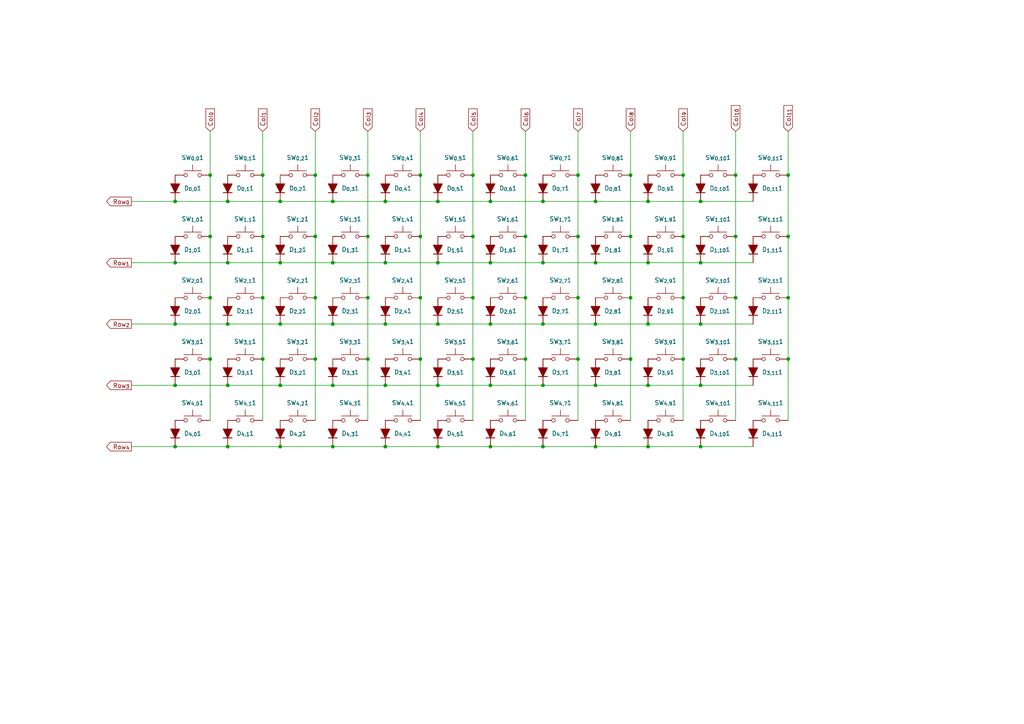
<source format=kicad_sch>
(kicad_sch
	(version 20250114)
	(generator "eeschema")
	(generator_version "9.0")
	(uuid "26ef3bb5-998f-4f61-b7e5-3e04d248ae4a")
	(paper "A4")
	(title_block
		(company "Jakub Hlusička")
	)
	
	(junction
		(at 203.2 111.76)
		(diameter 0)
		(color 0 0 0 0)
		(uuid "00305844-9805-4e32-9efb-32d9add9331f")
	)
	(junction
		(at 198.12 68.58)
		(diameter 0)
		(color 0 0 0 0)
		(uuid "0160db5f-135c-4d7a-a242-85b19418ad82")
	)
	(junction
		(at 228.6 50.8)
		(diameter 0)
		(color 0 0 0 0)
		(uuid "0167253b-f1fb-4171-abc1-2a1c4b716fb4")
	)
	(junction
		(at 157.48 129.54)
		(diameter 0)
		(color 0 0 0 0)
		(uuid "066ba20a-c365-4b1d-a375-dcba7201b0ca")
	)
	(junction
		(at 182.88 104.14)
		(diameter 0)
		(color 0 0 0 0)
		(uuid "08b34343-3116-4e72-a33e-472ee99edf7f")
	)
	(junction
		(at 137.16 86.36)
		(diameter 0)
		(color 0 0 0 0)
		(uuid "09af8ca6-766e-4d61-b8c2-d23522849eea")
	)
	(junction
		(at 187.96 129.54)
		(diameter 0)
		(color 0 0 0 0)
		(uuid "0a7d80c9-7f2f-4d91-b767-df08a709bb28")
	)
	(junction
		(at 111.76 76.2)
		(diameter 0)
		(color 0 0 0 0)
		(uuid "0aa0b29f-12ba-44bc-abc7-1bde9ae0965e")
	)
	(junction
		(at 127 58.42)
		(diameter 0)
		(color 0 0 0 0)
		(uuid "0c4f59ce-da73-4555-a156-fd8c19a4d07a")
	)
	(junction
		(at 96.52 76.2)
		(diameter 0)
		(color 0 0 0 0)
		(uuid "0cc58a80-a512-4038-83e0-36ecb7c79dee")
	)
	(junction
		(at 127 111.76)
		(diameter 0)
		(color 0 0 0 0)
		(uuid "0de53e85-e76f-4471-b8ac-25a45a0370cd")
	)
	(junction
		(at 228.6 104.14)
		(diameter 0)
		(color 0 0 0 0)
		(uuid "0e1c2448-a7a5-4d46-a9e2-04694ebd48ef")
	)
	(junction
		(at 76.2 68.58)
		(diameter 0)
		(color 0 0 0 0)
		(uuid "0f6a8075-d4f2-40fd-a925-7c8caaee1681")
	)
	(junction
		(at 152.4 50.8)
		(diameter 0)
		(color 0 0 0 0)
		(uuid "103141ac-f5f6-43dc-86a6-663f53ba7dfc")
	)
	(junction
		(at 121.92 86.36)
		(diameter 0)
		(color 0 0 0 0)
		(uuid "143f59a7-9140-4bef-a9d2-92c556860968")
	)
	(junction
		(at 96.52 93.98)
		(diameter 0)
		(color 0 0 0 0)
		(uuid "1bee954f-c701-4fcb-b253-e44cedc86c36")
	)
	(junction
		(at 106.68 104.14)
		(diameter 0)
		(color 0 0 0 0)
		(uuid "1c53e16f-0eb0-4f3c-ad36-9108ad3b8832")
	)
	(junction
		(at 66.04 93.98)
		(diameter 0)
		(color 0 0 0 0)
		(uuid "1cb0b2d8-1ab1-4592-8ee7-87e7e418dcd9")
	)
	(junction
		(at 50.8 76.2)
		(diameter 0)
		(color 0 0 0 0)
		(uuid "1cb87c2a-fa8f-4b87-8b11-c02877f9303b")
	)
	(junction
		(at 127 129.54)
		(diameter 0)
		(color 0 0 0 0)
		(uuid "1f5965d9-e683-49f1-95e2-09371e2c8d74")
	)
	(junction
		(at 203.2 93.98)
		(diameter 0)
		(color 0 0 0 0)
		(uuid "1fe2161f-6537-411f-b20e-e470e662f5ab")
	)
	(junction
		(at 203.2 76.2)
		(diameter 0)
		(color 0 0 0 0)
		(uuid "26125c0a-a98c-4683-b77b-565e243ddbb5")
	)
	(junction
		(at 76.2 104.14)
		(diameter 0)
		(color 0 0 0 0)
		(uuid "262af743-1581-4a0d-9d6f-a0cf5e395b44")
	)
	(junction
		(at 167.64 50.8)
		(diameter 0)
		(color 0 0 0 0)
		(uuid "27bf3ca9-6b51-4424-a2d7-b69ade6078f1")
	)
	(junction
		(at 81.28 76.2)
		(diameter 0)
		(color 0 0 0 0)
		(uuid "2ed55eeb-f966-452d-9ebe-0be4904acb55")
	)
	(junction
		(at 81.28 58.42)
		(diameter 0)
		(color 0 0 0 0)
		(uuid "31d2878e-68f0-4c98-b93c-0dbbd7b1b1dc")
	)
	(junction
		(at 213.36 50.8)
		(diameter 0)
		(color 0 0 0 0)
		(uuid "32ec0700-2ca9-4d29-89a1-6e2bfd036d50")
	)
	(junction
		(at 167.64 86.36)
		(diameter 0)
		(color 0 0 0 0)
		(uuid "384c7073-dee0-4c27-b56a-b4b853c5dff0")
	)
	(junction
		(at 157.48 111.76)
		(diameter 0)
		(color 0 0 0 0)
		(uuid "3a15a810-4c01-4b46-9589-9d1ec1b0be29")
	)
	(junction
		(at 137.16 50.8)
		(diameter 0)
		(color 0 0 0 0)
		(uuid "3b54ffb8-2ce5-45e7-9c12-b9acb42cddba")
	)
	(junction
		(at 111.76 58.42)
		(diameter 0)
		(color 0 0 0 0)
		(uuid "3b632307-0ffb-4a8d-94c2-e5329b7db32d")
	)
	(junction
		(at 172.72 129.54)
		(diameter 0)
		(color 0 0 0 0)
		(uuid "3d3fbd2e-9a82-45b9-8337-ef3f71ce89a0")
	)
	(junction
		(at 152.4 68.58)
		(diameter 0)
		(color 0 0 0 0)
		(uuid "3fbbe5f9-75db-4284-b84b-125f4ed7f186")
	)
	(junction
		(at 203.2 129.54)
		(diameter 0)
		(color 0 0 0 0)
		(uuid "419c0965-3221-4492-ab16-15202795624d")
	)
	(junction
		(at 106.68 68.58)
		(diameter 0)
		(color 0 0 0 0)
		(uuid "42099ebf-7bb7-412d-a899-3cd72337c776")
	)
	(junction
		(at 111.76 129.54)
		(diameter 0)
		(color 0 0 0 0)
		(uuid "434211e4-d291-4457-9a13-e1b7acb3a18d")
	)
	(junction
		(at 172.72 93.98)
		(diameter 0)
		(color 0 0 0 0)
		(uuid "43eb7ae0-d81f-4ecb-b5c8-7611b6b577f3")
	)
	(junction
		(at 96.52 58.42)
		(diameter 0)
		(color 0 0 0 0)
		(uuid "45350cb1-5f62-4f51-a90d-7c26207f30f4")
	)
	(junction
		(at 127 93.98)
		(diameter 0)
		(color 0 0 0 0)
		(uuid "46457dbd-14b6-473a-9a2d-f5801cca5995")
	)
	(junction
		(at 187.96 111.76)
		(diameter 0)
		(color 0 0 0 0)
		(uuid "47ea0ad1-a436-4e7c-9791-d6ad21ec2028")
	)
	(junction
		(at 91.44 104.14)
		(diameter 0)
		(color 0 0 0 0)
		(uuid "4931006a-5702-4595-8846-c73e8727e713")
	)
	(junction
		(at 187.96 93.98)
		(diameter 0)
		(color 0 0 0 0)
		(uuid "4c0b94e5-354d-4f2e-af27-6f24ecaea4b3")
	)
	(junction
		(at 187.96 58.42)
		(diameter 0)
		(color 0 0 0 0)
		(uuid "4f0e1ad7-817f-4978-9ca9-f34201700996")
	)
	(junction
		(at 111.76 93.98)
		(diameter 0)
		(color 0 0 0 0)
		(uuid "506eb9e4-abce-4e12-bfb2-3e20df39344f")
	)
	(junction
		(at 152.4 104.14)
		(diameter 0)
		(color 0 0 0 0)
		(uuid "50914ec5-c7f2-4132-acab-7ee792df44ee")
	)
	(junction
		(at 172.72 58.42)
		(diameter 0)
		(color 0 0 0 0)
		(uuid "53f87544-07cf-4a92-8674-20f6ea7ec17d")
	)
	(junction
		(at 81.28 93.98)
		(diameter 0)
		(color 0 0 0 0)
		(uuid "59b9249b-cc26-44ad-ab8c-29b05a4cee7a")
	)
	(junction
		(at 142.24 76.2)
		(diameter 0)
		(color 0 0 0 0)
		(uuid "5a7220aa-465e-46c1-9001-fe6efc11f2da")
	)
	(junction
		(at 167.64 104.14)
		(diameter 0)
		(color 0 0 0 0)
		(uuid "6012ae6e-f432-481f-93db-8a4157ccb549")
	)
	(junction
		(at 50.8 111.76)
		(diameter 0)
		(color 0 0 0 0)
		(uuid "6305ff23-2697-4726-810e-aacd21c1a1cc")
	)
	(junction
		(at 213.36 86.36)
		(diameter 0)
		(color 0 0 0 0)
		(uuid "6333f552-931b-4d04-bbd9-685d1bd885bc")
	)
	(junction
		(at 121.92 104.14)
		(diameter 0)
		(color 0 0 0 0)
		(uuid "653c8546-9394-4606-a511-57a446eea3a2")
	)
	(junction
		(at 228.6 68.58)
		(diameter 0)
		(color 0 0 0 0)
		(uuid "673e447b-fddb-473a-aa48-26b053b029d7")
	)
	(junction
		(at 66.04 76.2)
		(diameter 0)
		(color 0 0 0 0)
		(uuid "69fd0e49-cbf8-4ec1-a722-37bc090b8fbe")
	)
	(junction
		(at 91.44 86.36)
		(diameter 0)
		(color 0 0 0 0)
		(uuid "6a39e93b-ee82-4ceb-8cbb-cfccf92122ec")
	)
	(junction
		(at 76.2 50.8)
		(diameter 0)
		(color 0 0 0 0)
		(uuid "6c7d6bfc-34f8-440f-a08f-2a7b2cce3133")
	)
	(junction
		(at 157.48 93.98)
		(diameter 0)
		(color 0 0 0 0)
		(uuid "73eb0b89-2510-4805-9176-8517519092ca")
	)
	(junction
		(at 106.68 50.8)
		(diameter 0)
		(color 0 0 0 0)
		(uuid "7bffc9b9-dff7-495c-9100-d34e8bd9cbc1")
	)
	(junction
		(at 96.52 111.76)
		(diameter 0)
		(color 0 0 0 0)
		(uuid "7d1ffe3e-1d9d-40cf-b878-5f696d37a4a8")
	)
	(junction
		(at 142.24 111.76)
		(diameter 0)
		(color 0 0 0 0)
		(uuid "80c0cbe9-1f71-43e1-a250-94ca69b43a84")
	)
	(junction
		(at 66.04 58.42)
		(diameter 0)
		(color 0 0 0 0)
		(uuid "83875904-0453-45fb-9433-da5b68308c97")
	)
	(junction
		(at 228.6 86.36)
		(diameter 0)
		(color 0 0 0 0)
		(uuid "85c39950-5df4-4ad3-afbc-4fbbb6961087")
	)
	(junction
		(at 187.96 76.2)
		(diameter 0)
		(color 0 0 0 0)
		(uuid "8852b9bd-89d4-41cb-ae3a-69659cf7a8e4")
	)
	(junction
		(at 121.92 68.58)
		(diameter 0)
		(color 0 0 0 0)
		(uuid "8942de93-571d-430a-8a8a-2cd7912b816b")
	)
	(junction
		(at 182.88 86.36)
		(diameter 0)
		(color 0 0 0 0)
		(uuid "902fca16-bc0d-407a-bcaa-16ed395713ea")
	)
	(junction
		(at 157.48 76.2)
		(diameter 0)
		(color 0 0 0 0)
		(uuid "933da0bf-74cb-4d64-bd9b-fc1212ac0ba8")
	)
	(junction
		(at 198.12 104.14)
		(diameter 0)
		(color 0 0 0 0)
		(uuid "93cf381f-8f37-496e-8e8e-f1cb410b1c46")
	)
	(junction
		(at 96.52 129.54)
		(diameter 0)
		(color 0 0 0 0)
		(uuid "9435a8cc-248c-4f19-ae48-a2cdca5c94e3")
	)
	(junction
		(at 66.04 129.54)
		(diameter 0)
		(color 0 0 0 0)
		(uuid "98291265-d880-443a-97ac-b19b7bac0b4f")
	)
	(junction
		(at 60.96 86.36)
		(diameter 0)
		(color 0 0 0 0)
		(uuid "99609a6d-2abd-4c6e-a54c-937594298b0a")
	)
	(junction
		(at 203.2 58.42)
		(diameter 0)
		(color 0 0 0 0)
		(uuid "9aab67ba-4422-41c5-9ab6-b015ccbab4f5")
	)
	(junction
		(at 66.04 111.76)
		(diameter 0)
		(color 0 0 0 0)
		(uuid "9db7e57a-6016-4e62-9e1c-027f1399ddf6")
	)
	(junction
		(at 142.24 129.54)
		(diameter 0)
		(color 0 0 0 0)
		(uuid "9fa9d0c8-b8f1-4063-86a7-567dad8badb5")
	)
	(junction
		(at 157.48 58.42)
		(diameter 0)
		(color 0 0 0 0)
		(uuid "a04384b6-49d7-40d3-b1f0-6ca4d379bb95")
	)
	(junction
		(at 50.8 129.54)
		(diameter 0)
		(color 0 0 0 0)
		(uuid "a0bea5e9-10e2-45e4-b9e9-29d0214822c8")
	)
	(junction
		(at 60.96 68.58)
		(diameter 0)
		(color 0 0 0 0)
		(uuid "a2a32590-3aa6-4eb6-8cfb-009824169457")
	)
	(junction
		(at 121.92 50.8)
		(diameter 0)
		(color 0 0 0 0)
		(uuid "a6310a2b-19f9-44d8-99fd-ca2713f81d17")
	)
	(junction
		(at 142.24 58.42)
		(diameter 0)
		(color 0 0 0 0)
		(uuid "adf62f88-23d7-4810-986d-dd0e418c6e16")
	)
	(junction
		(at 76.2 86.36)
		(diameter 0)
		(color 0 0 0 0)
		(uuid "b12db2c8-754b-41aa-93d1-7c0c5b238c0d")
	)
	(junction
		(at 50.8 93.98)
		(diameter 0)
		(color 0 0 0 0)
		(uuid "b227c49f-449a-4c8c-a0fd-35b56e04cc4a")
	)
	(junction
		(at 213.36 104.14)
		(diameter 0)
		(color 0 0 0 0)
		(uuid "b32c697d-a425-48db-a87f-938cc19a8c44")
	)
	(junction
		(at 198.12 50.8)
		(diameter 0)
		(color 0 0 0 0)
		(uuid "bdc5b691-ab01-4f8a-bdb2-62018c97ad24")
	)
	(junction
		(at 167.64 68.58)
		(diameter 0)
		(color 0 0 0 0)
		(uuid "c3ca810b-7d03-4c44-a810-24f0032d17a8")
	)
	(junction
		(at 91.44 50.8)
		(diameter 0)
		(color 0 0 0 0)
		(uuid "ca6f00c4-5431-4d2f-a786-f3a6b63a73f5")
	)
	(junction
		(at 213.36 68.58)
		(diameter 0)
		(color 0 0 0 0)
		(uuid "cad93e26-1dfd-45bb-a296-87fb61af0019")
	)
	(junction
		(at 142.24 93.98)
		(diameter 0)
		(color 0 0 0 0)
		(uuid "cb390f9e-f8e6-4950-ba7b-48b83d0b0f72")
	)
	(junction
		(at 50.8 58.42)
		(diameter 0)
		(color 0 0 0 0)
		(uuid "cb5cda71-b6c7-4056-bb98-eea0290e6ee1")
	)
	(junction
		(at 182.88 50.8)
		(diameter 0)
		(color 0 0 0 0)
		(uuid "cdf11443-3273-46c6-9024-c5d383dcb926")
	)
	(junction
		(at 198.12 86.36)
		(diameter 0)
		(color 0 0 0 0)
		(uuid "cf8bd5b5-39d3-4103-ba79-c07b839ff7b3")
	)
	(junction
		(at 127 76.2)
		(diameter 0)
		(color 0 0 0 0)
		(uuid "d18b6a0b-d8a8-47f8-acd6-8fb3a596d7c6")
	)
	(junction
		(at 111.76 111.76)
		(diameter 0)
		(color 0 0 0 0)
		(uuid "d66e7979-80dd-461b-8acf-a42318c95c97")
	)
	(junction
		(at 81.28 111.76)
		(diameter 0)
		(color 0 0 0 0)
		(uuid "dbf188c9-b7a6-47a6-a13c-b818d4485c90")
	)
	(junction
		(at 182.88 68.58)
		(diameter 0)
		(color 0 0 0 0)
		(uuid "e1ab42ff-a392-42a4-996c-100d509c30bb")
	)
	(junction
		(at 60.96 50.8)
		(diameter 0)
		(color 0 0 0 0)
		(uuid "ecdf8069-748e-4cff-b868-7fa84019ee5a")
	)
	(junction
		(at 91.44 68.58)
		(diameter 0)
		(color 0 0 0 0)
		(uuid "ed0d8406-e6bd-4c4c-b4cf-40e943b4fa9b")
	)
	(junction
		(at 172.72 76.2)
		(diameter 0)
		(color 0 0 0 0)
		(uuid "ed37b1ce-4acf-49a7-919b-b567b3857bc2")
	)
	(junction
		(at 106.68 86.36)
		(diameter 0)
		(color 0 0 0 0)
		(uuid "f2cb0808-2eb1-4dad-b017-448a95bfa563")
	)
	(junction
		(at 172.72 111.76)
		(diameter 0)
		(color 0 0 0 0)
		(uuid "f3a915f0-4c7a-4af0-81eb-76809cda0082")
	)
	(junction
		(at 137.16 104.14)
		(diameter 0)
		(color 0 0 0 0)
		(uuid "f4395210-c987-416b-8194-98cf4c7eeb3b")
	)
	(junction
		(at 81.28 129.54)
		(diameter 0)
		(color 0 0 0 0)
		(uuid "f54f648b-cfd0-42a5-b2b6-b5e0d2fa433a")
	)
	(junction
		(at 60.96 104.14)
		(diameter 0)
		(color 0 0 0 0)
		(uuid "f77d16cd-3b68-4da4-bc8f-827d3afad93a")
	)
	(junction
		(at 152.4 86.36)
		(diameter 0)
		(color 0 0 0 0)
		(uuid "fb2e9a14-ffd6-47c8-9ebc-049118af8458")
	)
	(junction
		(at 137.16 68.58)
		(diameter 0)
		(color 0 0 0 0)
		(uuid "fe954583-01f2-4ae2-9b7b-2f232d792a99")
	)
	(wire
		(pts
			(xy 96.52 129.54) (xy 111.76 129.54)
		)
		(stroke
			(width 0)
			(type default)
		)
		(uuid "002950a5-5ac4-45ce-b1b7-751531c84c45")
	)
	(wire
		(pts
			(xy 96.52 93.98) (xy 111.76 93.98)
		)
		(stroke
			(width 0)
			(type default)
		)
		(uuid "02e06823-a8b7-4bc2-bf22-31a45738c1d0")
	)
	(wire
		(pts
			(xy 81.28 58.42) (xy 96.52 58.42)
		)
		(stroke
			(width 0)
			(type default)
		)
		(uuid "04198997-c932-40bc-886c-254e9ca2d9f9")
	)
	(wire
		(pts
			(xy 228.6 86.36) (xy 228.6 104.14)
		)
		(stroke
			(width 0)
			(type default)
		)
		(uuid "05ffd347-200a-4979-86cf-aa402205a71e")
	)
	(wire
		(pts
			(xy 157.48 76.2) (xy 172.72 76.2)
		)
		(stroke
			(width 0)
			(type default)
		)
		(uuid "086f521f-8015-4a86-b713-af58f5b0ab8d")
	)
	(wire
		(pts
			(xy 111.76 58.42) (xy 127 58.42)
		)
		(stroke
			(width 0)
			(type default)
		)
		(uuid "0a0be0be-f7fa-4a52-8e18-9096b0c9887e")
	)
	(wire
		(pts
			(xy 142.24 111.76) (xy 157.48 111.76)
		)
		(stroke
			(width 0)
			(type default)
		)
		(uuid "0ad68c8a-9b2b-4e54-bb0f-9441735d55d8")
	)
	(wire
		(pts
			(xy 198.12 104.14) (xy 198.12 121.92)
		)
		(stroke
			(width 0)
			(type default)
		)
		(uuid "0ba8db4a-bcf5-49fd-95f1-3b8277c61a88")
	)
	(wire
		(pts
			(xy 167.64 86.36) (xy 167.64 104.14)
		)
		(stroke
			(width 0)
			(type default)
		)
		(uuid "0bba634b-9123-486e-a6b7-65ed8c5b92ee")
	)
	(wire
		(pts
			(xy 213.36 38.1) (xy 213.36 50.8)
		)
		(stroke
			(width 0)
			(type default)
		)
		(uuid "0e7e4ead-2919-4b88-bc34-052015da5a24")
	)
	(wire
		(pts
			(xy 60.96 86.36) (xy 60.96 104.14)
		)
		(stroke
			(width 0)
			(type default)
		)
		(uuid "11d9728a-f340-4e95-83ed-af8355842669")
	)
	(wire
		(pts
			(xy 203.2 76.2) (xy 218.44 76.2)
		)
		(stroke
			(width 0)
			(type default)
		)
		(uuid "12682dfd-5c22-4fa5-a06d-88e0035c9129")
	)
	(wire
		(pts
			(xy 152.4 38.1) (xy 152.4 50.8)
		)
		(stroke
			(width 0)
			(type default)
		)
		(uuid "13c97fff-87a7-4506-8b7c-fb125f689d60")
	)
	(wire
		(pts
			(xy 106.68 68.58) (xy 106.68 86.36)
		)
		(stroke
			(width 0)
			(type default)
		)
		(uuid "15074cce-abd3-4c84-baa4-6b3eb45d1d6b")
	)
	(wire
		(pts
			(xy 111.76 111.76) (xy 127 111.76)
		)
		(stroke
			(width 0)
			(type default)
		)
		(uuid "17929a1a-5335-4c82-ac68-06abebeaaa30")
	)
	(wire
		(pts
			(xy 121.92 68.58) (xy 121.92 86.36)
		)
		(stroke
			(width 0)
			(type default)
		)
		(uuid "1a3803fa-e328-4c11-a925-86436a79e4a9")
	)
	(wire
		(pts
			(xy 167.64 50.8) (xy 167.64 68.58)
		)
		(stroke
			(width 0)
			(type default)
		)
		(uuid "1c454a71-bb0d-40cf-ad03-ca62d679c711")
	)
	(wire
		(pts
			(xy 187.96 93.98) (xy 203.2 93.98)
		)
		(stroke
			(width 0)
			(type default)
		)
		(uuid "1cba163e-7e42-4f2e-88fb-ba4c2f9a4509")
	)
	(wire
		(pts
			(xy 213.36 68.58) (xy 213.36 86.36)
		)
		(stroke
			(width 0)
			(type default)
		)
		(uuid "1ff791fa-a7b9-4f48-86f1-337a37393b78")
	)
	(wire
		(pts
			(xy 111.76 76.2) (xy 127 76.2)
		)
		(stroke
			(width 0)
			(type default)
		)
		(uuid "2288db7e-8314-4f55-a2bc-291fd1e918d8")
	)
	(wire
		(pts
			(xy 66.04 58.42) (xy 81.28 58.42)
		)
		(stroke
			(width 0)
			(type default)
		)
		(uuid "2f840390-d402-402a-a1ca-6701e5f72af4")
	)
	(wire
		(pts
			(xy 50.8 76.2) (xy 66.04 76.2)
		)
		(stroke
			(width 0)
			(type default)
		)
		(uuid "3179558b-0af1-450e-93d6-ab83c6598c14")
	)
	(wire
		(pts
			(xy 66.04 76.2) (xy 81.28 76.2)
		)
		(stroke
			(width 0)
			(type default)
		)
		(uuid "330afdc2-d3b7-45fc-af0a-5d24f17482ab")
	)
	(wire
		(pts
			(xy 38.1 111.76) (xy 50.8 111.76)
		)
		(stroke
			(width 0)
			(type default)
		)
		(uuid "358dc002-6f7c-46b8-a4ca-3c917fb37574")
	)
	(wire
		(pts
			(xy 66.04 93.98) (xy 81.28 93.98)
		)
		(stroke
			(width 0)
			(type default)
		)
		(uuid "36a2a051-47ce-4577-94c3-03b11d568564")
	)
	(wire
		(pts
			(xy 96.52 58.42) (xy 111.76 58.42)
		)
		(stroke
			(width 0)
			(type default)
		)
		(uuid "3bb04297-ba57-4aba-b57e-3f06a07a3874")
	)
	(wire
		(pts
			(xy 157.48 129.54) (xy 172.72 129.54)
		)
		(stroke
			(width 0)
			(type default)
		)
		(uuid "4153615c-7415-4595-af09-0aeec133aa37")
	)
	(wire
		(pts
			(xy 38.1 58.42) (xy 50.8 58.42)
		)
		(stroke
			(width 0)
			(type default)
		)
		(uuid "47766362-4b9f-4408-9624-c7d6144a5482")
	)
	(wire
		(pts
			(xy 127 93.98) (xy 142.24 93.98)
		)
		(stroke
			(width 0)
			(type default)
		)
		(uuid "47eadc8a-c591-4e88-af89-12aefcf67feb")
	)
	(wire
		(pts
			(xy 228.6 50.8) (xy 228.6 68.58)
		)
		(stroke
			(width 0)
			(type default)
		)
		(uuid "4810793d-d5b6-498d-b277-95deb648573e")
	)
	(wire
		(pts
			(xy 198.12 68.58) (xy 198.12 86.36)
		)
		(stroke
			(width 0)
			(type default)
		)
		(uuid "4c54b922-949a-4810-a996-6d6f3f2faa62")
	)
	(wire
		(pts
			(xy 172.72 93.98) (xy 187.96 93.98)
		)
		(stroke
			(width 0)
			(type default)
		)
		(uuid "4c883a80-142f-4d09-ba9c-3b8b77979d63")
	)
	(wire
		(pts
			(xy 81.28 129.54) (xy 96.52 129.54)
		)
		(stroke
			(width 0)
			(type default)
		)
		(uuid "4d50db85-bc5e-4403-982b-8e48fd1b7623")
	)
	(wire
		(pts
			(xy 157.48 93.98) (xy 172.72 93.98)
		)
		(stroke
			(width 0)
			(type default)
		)
		(uuid "4e377a34-2dd0-420a-b87c-1d2b99001a52")
	)
	(wire
		(pts
			(xy 172.72 129.54) (xy 187.96 129.54)
		)
		(stroke
			(width 0)
			(type default)
		)
		(uuid "4f289deb-edaf-4ee6-a1b6-72f0c818e29f")
	)
	(wire
		(pts
			(xy 213.36 50.8) (xy 213.36 68.58)
		)
		(stroke
			(width 0)
			(type default)
		)
		(uuid "4f4f1d91-f804-4566-9e4c-c3acd09de2e4")
	)
	(wire
		(pts
			(xy 187.96 111.76) (xy 203.2 111.76)
		)
		(stroke
			(width 0)
			(type default)
		)
		(uuid "5118703b-9711-49f4-92d5-8561d8a4aceb")
	)
	(wire
		(pts
			(xy 228.6 38.1) (xy 228.6 50.8)
		)
		(stroke
			(width 0)
			(type default)
		)
		(uuid "55f4e07b-a99d-49b7-addb-fa03140d080b")
	)
	(wire
		(pts
			(xy 106.68 86.36) (xy 106.68 104.14)
		)
		(stroke
			(width 0)
			(type default)
		)
		(uuid "562374d2-80da-40ef-aaac-9b6ee06f714d")
	)
	(wire
		(pts
			(xy 96.52 76.2) (xy 111.76 76.2)
		)
		(stroke
			(width 0)
			(type default)
		)
		(uuid "5b3c632c-193d-4d83-b943-6e07dc1fb2ec")
	)
	(wire
		(pts
			(xy 182.88 68.58) (xy 182.88 86.36)
		)
		(stroke
			(width 0)
			(type default)
		)
		(uuid "5d1c0088-88cc-4884-8a8b-4e1ce399904f")
	)
	(wire
		(pts
			(xy 60.96 38.1) (xy 60.96 50.8)
		)
		(stroke
			(width 0)
			(type default)
		)
		(uuid "5dab99af-083b-4282-b02f-4ce0cc9dde38")
	)
	(wire
		(pts
			(xy 182.88 50.8) (xy 182.88 68.58)
		)
		(stroke
			(width 0)
			(type default)
		)
		(uuid "60a715a1-86b9-49e1-99ad-4d97d7ab3cc9")
	)
	(wire
		(pts
			(xy 203.2 58.42) (xy 218.44 58.42)
		)
		(stroke
			(width 0)
			(type default)
		)
		(uuid "61b6f6cb-0f1d-48ee-b68b-92175cc3c533")
	)
	(wire
		(pts
			(xy 172.72 111.76) (xy 187.96 111.76)
		)
		(stroke
			(width 0)
			(type default)
		)
		(uuid "65e57487-c291-49f8-bea7-66fc600042fb")
	)
	(wire
		(pts
			(xy 76.2 104.14) (xy 76.2 121.92)
		)
		(stroke
			(width 0)
			(type default)
		)
		(uuid "660b7343-675b-4b18-8800-19874d705e14")
	)
	(wire
		(pts
			(xy 203.2 93.98) (xy 218.44 93.98)
		)
		(stroke
			(width 0)
			(type default)
		)
		(uuid "68b7aaf4-115c-4a9e-9a97-dbb220e6c51e")
	)
	(wire
		(pts
			(xy 127 111.76) (xy 142.24 111.76)
		)
		(stroke
			(width 0)
			(type default)
		)
		(uuid "6a16bd61-2bc0-47b5-b61d-f7f3ef4329b2")
	)
	(wire
		(pts
			(xy 182.88 104.14) (xy 182.88 121.92)
		)
		(stroke
			(width 0)
			(type default)
		)
		(uuid "6aa837b3-9923-4bf8-b3c3-5273e75d0365")
	)
	(wire
		(pts
			(xy 182.88 86.36) (xy 182.88 104.14)
		)
		(stroke
			(width 0)
			(type default)
		)
		(uuid "707153c0-556a-4c1b-9a60-ca83d5c4142a")
	)
	(wire
		(pts
			(xy 38.1 76.2) (xy 50.8 76.2)
		)
		(stroke
			(width 0)
			(type default)
		)
		(uuid "7187e3df-19a0-44ac-a74f-311617001534")
	)
	(wire
		(pts
			(xy 167.64 68.58) (xy 167.64 86.36)
		)
		(stroke
			(width 0)
			(type default)
		)
		(uuid "75ef1b04-bc6e-46c0-8734-f948b9e3812f")
	)
	(wire
		(pts
			(xy 127 58.42) (xy 142.24 58.42)
		)
		(stroke
			(width 0)
			(type default)
		)
		(uuid "76b42b38-5b69-4766-b869-e8486c911167")
	)
	(wire
		(pts
			(xy 228.6 104.14) (xy 228.6 121.92)
		)
		(stroke
			(width 0)
			(type default)
		)
		(uuid "78d8bb89-026c-4fc9-b03e-30e5dd6c2f45")
	)
	(wire
		(pts
			(xy 121.92 38.1) (xy 121.92 50.8)
		)
		(stroke
			(width 0)
			(type default)
		)
		(uuid "79012171-0cdb-41af-95e1-f33fa2268d24")
	)
	(wire
		(pts
			(xy 91.44 38.1) (xy 91.44 50.8)
		)
		(stroke
			(width 0)
			(type default)
		)
		(uuid "793fd1ce-a3fa-497a-a0af-f5aaac5aaf99")
	)
	(wire
		(pts
			(xy 213.36 86.36) (xy 213.36 104.14)
		)
		(stroke
			(width 0)
			(type default)
		)
		(uuid "7942fa10-3d59-4f88-89dc-3c9a6098c479")
	)
	(wire
		(pts
			(xy 182.88 38.1) (xy 182.88 50.8)
		)
		(stroke
			(width 0)
			(type default)
		)
		(uuid "795f4dbc-94e6-4860-806c-1021b9c6b4a3")
	)
	(wire
		(pts
			(xy 91.44 104.14) (xy 91.44 121.92)
		)
		(stroke
			(width 0)
			(type default)
		)
		(uuid "79770dda-30f9-4319-9227-061c23379114")
	)
	(wire
		(pts
			(xy 96.52 111.76) (xy 111.76 111.76)
		)
		(stroke
			(width 0)
			(type default)
		)
		(uuid "7bb122b6-f9f5-4924-84c0-58a3a0b2b9df")
	)
	(wire
		(pts
			(xy 137.16 50.8) (xy 137.16 68.58)
		)
		(stroke
			(width 0)
			(type default)
		)
		(uuid "7cb12d2e-1766-4378-9a34-f62fc1d34467")
	)
	(wire
		(pts
			(xy 81.28 76.2) (xy 96.52 76.2)
		)
		(stroke
			(width 0)
			(type default)
		)
		(uuid "801ce1af-73d4-4a58-b7b6-63e9cae11ac5")
	)
	(wire
		(pts
			(xy 76.2 86.36) (xy 76.2 104.14)
		)
		(stroke
			(width 0)
			(type default)
		)
		(uuid "8023393e-e3a1-4b37-9d89-14ccd3e7bf9c")
	)
	(wire
		(pts
			(xy 198.12 50.8) (xy 198.12 68.58)
		)
		(stroke
			(width 0)
			(type default)
		)
		(uuid "8267b194-fbf6-491c-8f8e-d2dacc0683af")
	)
	(wire
		(pts
			(xy 50.8 111.76) (xy 66.04 111.76)
		)
		(stroke
			(width 0)
			(type default)
		)
		(uuid "8268a3b3-7b93-40b5-a8ab-34cd27acf35e")
	)
	(wire
		(pts
			(xy 157.48 111.76) (xy 172.72 111.76)
		)
		(stroke
			(width 0)
			(type default)
		)
		(uuid "847d6958-d043-4283-bc09-b72bb9b426ce")
	)
	(wire
		(pts
			(xy 66.04 111.76) (xy 81.28 111.76)
		)
		(stroke
			(width 0)
			(type default)
		)
		(uuid "84819ac8-ea49-448d-9a9f-69214a8069b9")
	)
	(wire
		(pts
			(xy 60.96 104.14) (xy 60.96 121.92)
		)
		(stroke
			(width 0)
			(type default)
		)
		(uuid "85ad7710-14fb-45be-b7dc-d8cf1c161424")
	)
	(wire
		(pts
			(xy 187.96 76.2) (xy 203.2 76.2)
		)
		(stroke
			(width 0)
			(type default)
		)
		(uuid "85badc6c-88ad-4e99-9414-5448421c41fe")
	)
	(wire
		(pts
			(xy 228.6 68.58) (xy 228.6 86.36)
		)
		(stroke
			(width 0)
			(type default)
		)
		(uuid "87c323cd-be7b-4243-8fce-01208fed8074")
	)
	(wire
		(pts
			(xy 91.44 68.58) (xy 91.44 86.36)
		)
		(stroke
			(width 0)
			(type default)
		)
		(uuid "8abf1f44-dd77-4283-a94d-8ac55fada904")
	)
	(wire
		(pts
			(xy 172.72 58.42) (xy 187.96 58.42)
		)
		(stroke
			(width 0)
			(type default)
		)
		(uuid "95a9026e-8aa0-42e9-be77-73cdb7bd4dd8")
	)
	(wire
		(pts
			(xy 76.2 38.1) (xy 76.2 50.8)
		)
		(stroke
			(width 0)
			(type default)
		)
		(uuid "96fec5d8-40a3-4990-9956-a7ebc9e01d1e")
	)
	(wire
		(pts
			(xy 152.4 104.14) (xy 152.4 121.92)
		)
		(stroke
			(width 0)
			(type default)
		)
		(uuid "9739538f-272f-4306-996c-c277af718c06")
	)
	(wire
		(pts
			(xy 91.44 86.36) (xy 91.44 104.14)
		)
		(stroke
			(width 0)
			(type default)
		)
		(uuid "97b30d6e-4210-4d92-a8ad-f629cff59e08")
	)
	(wire
		(pts
			(xy 137.16 68.58) (xy 137.16 86.36)
		)
		(stroke
			(width 0)
			(type default)
		)
		(uuid "986a743a-f094-4549-af40-f711beb79cc4")
	)
	(wire
		(pts
			(xy 111.76 129.54) (xy 127 129.54)
		)
		(stroke
			(width 0)
			(type default)
		)
		(uuid "99318bc5-6f44-439e-b135-8d30115e7a35")
	)
	(wire
		(pts
			(xy 60.96 50.8) (xy 60.96 68.58)
		)
		(stroke
			(width 0)
			(type default)
		)
		(uuid "99be1623-a2d7-4bd2-9e2a-515b209d0e09")
	)
	(wire
		(pts
			(xy 142.24 129.54) (xy 157.48 129.54)
		)
		(stroke
			(width 0)
			(type default)
		)
		(uuid "9c748e5a-4988-4dee-a97f-b1adf706ce58")
	)
	(wire
		(pts
			(xy 213.36 104.14) (xy 213.36 121.92)
		)
		(stroke
			(width 0)
			(type default)
		)
		(uuid "9f820287-0b8e-48a3-925b-b3c7a2cc50ca")
	)
	(wire
		(pts
			(xy 137.16 86.36) (xy 137.16 104.14)
		)
		(stroke
			(width 0)
			(type default)
		)
		(uuid "a235879e-c1dd-443a-ab0d-f0672157d50d")
	)
	(wire
		(pts
			(xy 60.96 68.58) (xy 60.96 86.36)
		)
		(stroke
			(width 0)
			(type default)
		)
		(uuid "a602c0e8-4a04-48fd-b17f-755f8fdaee39")
	)
	(wire
		(pts
			(xy 187.96 129.54) (xy 203.2 129.54)
		)
		(stroke
			(width 0)
			(type default)
		)
		(uuid "a632ac6f-2905-4f6f-b163-53cefc28633d")
	)
	(wire
		(pts
			(xy 121.92 104.14) (xy 121.92 121.92)
		)
		(stroke
			(width 0)
			(type default)
		)
		(uuid "a83aed41-ecc0-4e5d-b112-9b1f49865c55")
	)
	(wire
		(pts
			(xy 76.2 50.8) (xy 76.2 68.58)
		)
		(stroke
			(width 0)
			(type default)
		)
		(uuid "aaca59f7-f86f-4aca-86b6-7d3174697855")
	)
	(wire
		(pts
			(xy 81.28 93.98) (xy 96.52 93.98)
		)
		(stroke
			(width 0)
			(type default)
		)
		(uuid "ae144108-71ed-44ab-803f-6bfee7bfdeb5")
	)
	(wire
		(pts
			(xy 172.72 76.2) (xy 187.96 76.2)
		)
		(stroke
			(width 0)
			(type default)
		)
		(uuid "b195e5df-20e4-4fb4-8372-46cf6f1f4589")
	)
	(wire
		(pts
			(xy 203.2 111.76) (xy 218.44 111.76)
		)
		(stroke
			(width 0)
			(type default)
		)
		(uuid "b26ba258-201b-4998-b369-8f993492e234")
	)
	(wire
		(pts
			(xy 203.2 129.54) (xy 218.44 129.54)
		)
		(stroke
			(width 0)
			(type default)
		)
		(uuid "b473cced-c437-47a0-ba27-78a4ecdb42fd")
	)
	(wire
		(pts
			(xy 121.92 50.8) (xy 121.92 68.58)
		)
		(stroke
			(width 0)
			(type default)
		)
		(uuid "b925ed5a-3548-42b4-9639-5656712296fc")
	)
	(wire
		(pts
			(xy 167.64 38.1) (xy 167.64 50.8)
		)
		(stroke
			(width 0)
			(type default)
		)
		(uuid "c4406415-d56c-45ab-99ee-aa3e1c3699ac")
	)
	(wire
		(pts
			(xy 91.44 50.8) (xy 91.44 68.58)
		)
		(stroke
			(width 0)
			(type default)
		)
		(uuid "c6795e91-b8e8-4294-82f0-110482515ef9")
	)
	(wire
		(pts
			(xy 152.4 86.36) (xy 152.4 104.14)
		)
		(stroke
			(width 0)
			(type default)
		)
		(uuid "cb613d28-02f3-4d3f-97c9-20ef428ddcb1")
	)
	(wire
		(pts
			(xy 142.24 58.42) (xy 157.48 58.42)
		)
		(stroke
			(width 0)
			(type default)
		)
		(uuid "ccc32af2-f3fc-45f2-bd64-a44027822b09")
	)
	(wire
		(pts
			(xy 111.76 93.98) (xy 127 93.98)
		)
		(stroke
			(width 0)
			(type default)
		)
		(uuid "cd03e9c0-8346-4110-b644-e46726b2a2ff")
	)
	(wire
		(pts
			(xy 50.8 93.98) (xy 66.04 93.98)
		)
		(stroke
			(width 0)
			(type default)
		)
		(uuid "cd2527a3-5c5b-41ef-ad45-5a77f99a496d")
	)
	(wire
		(pts
			(xy 157.48 58.42) (xy 172.72 58.42)
		)
		(stroke
			(width 0)
			(type default)
		)
		(uuid "cde452f2-a251-45ee-a877-aadb832e1704")
	)
	(wire
		(pts
			(xy 167.64 104.14) (xy 167.64 121.92)
		)
		(stroke
			(width 0)
			(type default)
		)
		(uuid "cf599abd-e919-4505-a00d-372237949349")
	)
	(wire
		(pts
			(xy 137.16 38.1) (xy 137.16 50.8)
		)
		(stroke
			(width 0)
			(type default)
		)
		(uuid "d257b4fc-14bc-44cd-9e68-df5f7938aef8")
	)
	(wire
		(pts
			(xy 50.8 58.42) (xy 66.04 58.42)
		)
		(stroke
			(width 0)
			(type default)
		)
		(uuid "d75cba00-c580-4887-862c-e62b72da3fe7")
	)
	(wire
		(pts
			(xy 198.12 86.36) (xy 198.12 104.14)
		)
		(stroke
			(width 0)
			(type default)
		)
		(uuid "db489260-045d-4919-a32b-97b5f85a1f95")
	)
	(wire
		(pts
			(xy 66.04 129.54) (xy 81.28 129.54)
		)
		(stroke
			(width 0)
			(type default)
		)
		(uuid "df07a08d-ee05-45a7-85a2-0b653f880889")
	)
	(wire
		(pts
			(xy 127 129.54) (xy 142.24 129.54)
		)
		(stroke
			(width 0)
			(type default)
		)
		(uuid "e2a5d94f-f0a6-4290-b93b-032fc8aeb818")
	)
	(wire
		(pts
			(xy 38.1 129.54) (xy 50.8 129.54)
		)
		(stroke
			(width 0)
			(type default)
		)
		(uuid "e9b45288-7c18-4b24-b9dd-5e45832e0ce5")
	)
	(wire
		(pts
			(xy 106.68 38.1) (xy 106.68 50.8)
		)
		(stroke
			(width 0)
			(type default)
		)
		(uuid "ecb26f27-c11c-460c-9496-c91ecfcecdd8")
	)
	(wire
		(pts
			(xy 38.1 93.98) (xy 50.8 93.98)
		)
		(stroke
			(width 0)
			(type default)
		)
		(uuid "ee3ae1c0-3bfe-47d7-80f0-0d491980414e")
	)
	(wire
		(pts
			(xy 198.12 38.1) (xy 198.12 50.8)
		)
		(stroke
			(width 0)
			(type default)
		)
		(uuid "f22fad5b-ef92-4a6a-9cdf-0f75fc3f9d4d")
	)
	(wire
		(pts
			(xy 152.4 50.8) (xy 152.4 68.58)
		)
		(stroke
			(width 0)
			(type default)
		)
		(uuid "f4b544fe-8e18-4c16-bf54-6dea5da1f4a8")
	)
	(wire
		(pts
			(xy 137.16 104.14) (xy 137.16 121.92)
		)
		(stroke
			(width 0)
			(type default)
		)
		(uuid "f560dcaa-9cc9-4ad9-9b85-bb66e1569f90")
	)
	(wire
		(pts
			(xy 106.68 104.14) (xy 106.68 121.92)
		)
		(stroke
			(width 0)
			(type default)
		)
		(uuid "f57e7768-6f22-42f7-a1d2-8c121096d10f")
	)
	(wire
		(pts
			(xy 50.8 129.54) (xy 66.04 129.54)
		)
		(stroke
			(width 0)
			(type default)
		)
		(uuid "f582bbc9-6f89-4f67-afe6-8b514b0fc6f0")
	)
	(wire
		(pts
			(xy 152.4 68.58) (xy 152.4 86.36)
		)
		(stroke
			(width 0)
			(type default)
		)
		(uuid "f5c23231-d214-4660-a1c0-b90f550e016d")
	)
	(wire
		(pts
			(xy 187.96 58.42) (xy 203.2 58.42)
		)
		(stroke
			(width 0)
			(type default)
		)
		(uuid "faa01927-90ad-4ba9-b40d-984997820cdd")
	)
	(wire
		(pts
			(xy 127 76.2) (xy 142.24 76.2)
		)
		(stroke
			(width 0)
			(type default)
		)
		(uuid "fb5aad9a-55c1-4cc4-bb25-0ff3407edc81")
	)
	(wire
		(pts
			(xy 121.92 86.36) (xy 121.92 104.14)
		)
		(stroke
			(width 0)
			(type default)
		)
		(uuid "fb5ebba3-4102-4809-bf7e-23e9fcf7dd88")
	)
	(wire
		(pts
			(xy 76.2 68.58) (xy 76.2 86.36)
		)
		(stroke
			(width 0)
			(type default)
		)
		(uuid "fb75407e-9bd7-4af4-ab61-e0eb02f85b1c")
	)
	(wire
		(pts
			(xy 106.68 50.8) (xy 106.68 68.58)
		)
		(stroke
			(width 0)
			(type default)
		)
		(uuid "fb8d7e31-0c64-482c-b83d-5095e72548cf")
	)
	(wire
		(pts
			(xy 81.28 111.76) (xy 96.52 111.76)
		)
		(stroke
			(width 0)
			(type default)
		)
		(uuid "fdca2b90-64e9-494c-886c-ff65ebf53920")
	)
	(wire
		(pts
			(xy 142.24 93.98) (xy 157.48 93.98)
		)
		(stroke
			(width 0)
			(type default)
		)
		(uuid "fde27bcd-649a-4c19-884d-39b54c6e15a3")
	)
	(wire
		(pts
			(xy 142.24 76.2) (xy 157.48 76.2)
		)
		(stroke
			(width 0)
			(type default)
		)
		(uuid "ff0ba7e1-770e-4fe8-9837-6d318e17fc26")
	)
	(global_label "Row_{2}"
		(shape output)
		(at 38.1 93.98 180)
		(fields_autoplaced yes)
		(effects
			(font
				(size 1.27 1.27)
			)
			(justify right)
		)
		(uuid "140f271f-2166-4998-8ea4-c7faf66cb517")
		(property "Intersheetrefs" "${INTERSHEET_REFS}"
			(at 30.3469 93.98 0)
			(effects
				(font
					(size 1.27 1.27)
				)
				(justify right)
				(hide yes)
			)
		)
	)
	(global_label "Col_{1}"
		(shape input)
		(at 76.2 38.1 90)
		(fields_autoplaced yes)
		(effects
			(font
				(size 1.27 1.27)
			)
			(justify left)
		)
		(uuid "1d8f6e46-79e8-4796-9a80-72ae51063d44")
		(property "Intersheetrefs" "${INTERSHEET_REFS}"
			(at 76.2 31.0122 90)
			(effects
				(font
					(size 1.27 1.27)
				)
				(justify left)
				(hide yes)
			)
		)
	)
	(global_label "Row_{0}"
		(shape output)
		(at 38.1 58.42 180)
		(fields_autoplaced yes)
		(effects
			(font
				(size 1.27 1.27)
			)
			(justify right)
		)
		(uuid "2e2a1262-58d5-41b6-9cdb-a2c5a1648165")
		(property "Intersheetrefs" "${INTERSHEET_REFS}"
			(at 30.3469 58.42 0)
			(effects
				(font
					(size 1.27 1.27)
				)
				(justify right)
				(hide yes)
			)
		)
	)
	(global_label "Col_{0}"
		(shape input)
		(at 60.96 38.1 90)
		(fields_autoplaced yes)
		(effects
			(font
				(size 1.27 1.27)
			)
			(justify left)
		)
		(uuid "33c3a21e-8e9a-4385-a778-76b3e7c63441")
		(property "Intersheetrefs" "${INTERSHEET_REFS}"
			(at 60.96 31.0122 90)
			(effects
				(font
					(size 1.27 1.27)
				)
				(justify left)
				(hide yes)
			)
		)
	)
	(global_label "Row_{3}"
		(shape output)
		(at 38.1 111.76 180)
		(fields_autoplaced yes)
		(effects
			(font
				(size 1.27 1.27)
			)
			(justify right)
		)
		(uuid "3824babc-ec8e-4f58-9c35-ff56c7fd23a3")
		(property "Intersheetrefs" "${INTERSHEET_REFS}"
			(at 30.3469 111.76 0)
			(effects
				(font
					(size 1.27 1.27)
				)
				(justify right)
				(hide yes)
			)
		)
	)
	(global_label "Col_{4}"
		(shape input)
		(at 121.92 38.1 90)
		(fields_autoplaced yes)
		(effects
			(font
				(size 1.27 1.27)
			)
			(justify left)
		)
		(uuid "476c46ac-16a7-4fa5-b151-39811ccff666")
		(property "Intersheetrefs" "${INTERSHEET_REFS}"
			(at 121.92 31.0122 90)
			(effects
				(font
					(size 1.27 1.27)
				)
				(justify left)
				(hide yes)
			)
		)
	)
	(global_label "Col_{7}"
		(shape input)
		(at 167.64 38.1 90)
		(fields_autoplaced yes)
		(effects
			(font
				(size 1.27 1.27)
			)
			(justify left)
		)
		(uuid "51449059-c630-4d3c-b414-ff582ea05de2")
		(property "Intersheetrefs" "${INTERSHEET_REFS}"
			(at 167.64 31.0122 90)
			(effects
				(font
					(size 1.27 1.27)
				)
				(justify left)
				(hide yes)
			)
		)
	)
	(global_label "Col_{9}"
		(shape input)
		(at 198.12 38.1 90)
		(fields_autoplaced yes)
		(effects
			(font
				(size 1.27 1.27)
			)
			(justify left)
		)
		(uuid "66ed73e7-1326-4cec-99e5-57c09020073a")
		(property "Intersheetrefs" "${INTERSHEET_REFS}"
			(at 198.12 31.0122 90)
			(effects
				(font
					(size 1.27 1.27)
				)
				(justify left)
				(hide yes)
			)
		)
	)
	(global_label "Col_{2}"
		(shape input)
		(at 91.44 38.1 90)
		(fields_autoplaced yes)
		(effects
			(font
				(size 1.27 1.27)
			)
			(justify left)
		)
		(uuid "693443d3-7a2b-40d0-a073-ad92b8aff8fb")
		(property "Intersheetrefs" "${INTERSHEET_REFS}"
			(at 91.44 31.0122 90)
			(effects
				(font
					(size 1.27 1.27)
				)
				(justify left)
				(hide yes)
			)
		)
	)
	(global_label "Col_{11}"
		(shape input)
		(at 228.6 38.1 90)
		(fields_autoplaced yes)
		(effects
			(font
				(size 1.27 1.27)
			)
			(justify left)
		)
		(uuid "76e22afe-ba18-4e58-a6b1-9bd56eab1dac")
		(property "Intersheetrefs" "${INTERSHEET_REFS}"
			(at 228.6 30.0446 90)
			(effects
				(font
					(size 1.27 1.27)
				)
				(justify left)
				(hide yes)
			)
		)
	)
	(global_label "Col_{8}"
		(shape input)
		(at 182.88 38.1 90)
		(fields_autoplaced yes)
		(effects
			(font
				(size 1.27 1.27)
			)
			(justify left)
		)
		(uuid "7c8af02e-729e-42ff-b555-3a74f4025c17")
		(property "Intersheetrefs" "${INTERSHEET_REFS}"
			(at 182.88 31.0122 90)
			(effects
				(font
					(size 1.27 1.27)
				)
				(justify left)
				(hide yes)
			)
		)
	)
	(global_label "Col_{3}"
		(shape input)
		(at 106.68 38.1 90)
		(fields_autoplaced yes)
		(effects
			(font
				(size 1.27 1.27)
			)
			(justify left)
		)
		(uuid "8e2ffa94-8851-4073-aabe-104f4159eae4")
		(property "Intersheetrefs" "${INTERSHEET_REFS}"
			(at 106.68 31.0122 90)
			(effects
				(font
					(size 1.27 1.27)
				)
				(justify left)
				(hide yes)
			)
		)
	)
	(global_label "Row_{4}"
		(shape output)
		(at 38.1 129.54 180)
		(fields_autoplaced yes)
		(effects
			(font
				(size 1.27 1.27)
			)
			(justify right)
		)
		(uuid "9308442f-ec4a-4297-a062-0934b527a4da")
		(property "Intersheetrefs" "${INTERSHEET_REFS}"
			(at 30.3469 129.54 0)
			(effects
				(font
					(size 1.27 1.27)
				)
				(justify right)
				(hide yes)
			)
		)
	)
	(global_label "Col_{5}"
		(shape input)
		(at 137.16 38.1 90)
		(fields_autoplaced yes)
		(effects
			(font
				(size 1.27 1.27)
			)
			(justify left)
		)
		(uuid "c6be9984-2a68-40cd-b1c9-159e1e8a4a55")
		(property "Intersheetrefs" "${INTERSHEET_REFS}"
			(at 137.16 31.0122 90)
			(effects
				(font
					(size 1.27 1.27)
				)
				(justify left)
				(hide yes)
			)
		)
	)
	(global_label "Row_{1}"
		(shape output)
		(at 38.1 76.2 180)
		(fields_autoplaced yes)
		(effects
			(font
				(size 1.27 1.27)
			)
			(justify right)
		)
		(uuid "d5f843b8-4a85-4991-819b-2655a03ae70d")
		(property "Intersheetrefs" "${INTERSHEET_REFS}"
			(at 30.3469 76.2 0)
			(effects
				(font
					(size 1.27 1.27)
				)
				(justify right)
				(hide yes)
			)
		)
	)
	(global_label "Col_{6}"
		(shape input)
		(at 152.4 38.1 90)
		(fields_autoplaced yes)
		(effects
			(font
				(size 1.27 1.27)
			)
			(justify left)
		)
		(uuid "da89a4c7-323d-4bf8-92bd-b0a56548d2e1")
		(property "Intersheetrefs" "${INTERSHEET_REFS}"
			(at 152.4 31.0122 90)
			(effects
				(font
					(size 1.27 1.27)
				)
				(justify left)
				(hide yes)
			)
		)
	)
	(global_label "Col_{10}"
		(shape input)
		(at 213.36 38.1 90)
		(fields_autoplaced yes)
		(effects
			(font
				(size 1.27 1.27)
			)
			(justify left)
		)
		(uuid "f5f9b804-d2da-4d52-ad20-dee7784bab15")
		(property "Intersheetrefs" "${INTERSHEET_REFS}"
			(at 213.36 30.0446 90)
			(effects
				(font
					(size 1.27 1.27)
				)
				(justify left)
				(hide yes)
			)
		)
	)
	(symbol
		(lib_id "Device:D_Filled")
		(at 111.76 90.17 90)
		(unit 1)
		(exclude_from_sim no)
		(in_bom yes)
		(on_board yes)
		(dnp no)
		(fields_autoplaced yes)
		(uuid "02ebd6a0-61dd-4067-ae3b-968ebfd49de0")
		(property "Reference" "D_{2,4}1"
			(at 114.3 90.1699 90)
			(effects
				(font
					(size 1.27 1.27)
				)
				(justify right)
			)
		)
		(property "Value" "D_Filled"
			(at 114.3 91.4399 90)
			(effects
				(font
					(size 1.27 1.27)
				)
				(justify right)
				(hide yes)
			)
		)
		(property "Footprint" "Diode_SMD:D_MiniMELF"
			(at 111.76 90.17 0)
			(effects
				(font
					(size 1.27 1.27)
				)
				(hide yes)
			)
		)
		(property "Datasheet" "~"
			(at 111.76 90.17 0)
			(effects
				(font
					(size 1.27 1.27)
				)
				(hide yes)
			)
		)
		(property "Description" "Diode, filled shape"
			(at 111.76 90.17 0)
			(effects
				(font
					(size 1.27 1.27)
				)
				(hide yes)
			)
		)
		(property "Sim.Device" "D"
			(at 111.76 90.17 0)
			(effects
				(font
					(size 1.27 1.27)
				)
				(hide yes)
			)
		)
		(property "Sim.Pins" "1=K 2=A"
			(at 111.76 90.17 0)
			(effects
				(font
					(size 1.27 1.27)
				)
				(hide yes)
			)
		)
		(pin "1"
			(uuid "1b0c225d-48fb-4978-abcd-ccf00d8e0a8a")
		)
		(pin "2"
			(uuid "91c3efb3-e862-4a18-b148-f9c18c4dac9b")
		)
		(instances
			(project "acid"
				(path "/ee5b55de-ef61-476c-9896-089acae94cf2/73412d5b-accc-4a8f-a9c5-c7f2843efb93"
					(reference "D_{2,4}1")
					(unit 1)
				)
			)
		)
	)
	(symbol
		(lib_id "Device:D_Filled")
		(at 50.8 107.95 90)
		(unit 1)
		(exclude_from_sim no)
		(in_bom yes)
		(on_board yes)
		(dnp no)
		(fields_autoplaced yes)
		(uuid "031e7634-409e-4ec3-9845-11af6e5a1564")
		(property "Reference" "D_{3,0}1"
			(at 53.34 107.9499 90)
			(effects
				(font
					(size 1.27 1.27)
				)
				(justify right)
			)
		)
		(property "Value" "D_Filled"
			(at 53.34 109.2199 90)
			(effects
				(font
					(size 1.27 1.27)
				)
				(justify right)
				(hide yes)
			)
		)
		(property "Footprint" "Diode_SMD:D_MiniMELF"
			(at 50.8 107.95 0)
			(effects
				(font
					(size 1.27 1.27)
				)
				(hide yes)
			)
		)
		(property "Datasheet" "~"
			(at 50.8 107.95 0)
			(effects
				(font
					(size 1.27 1.27)
				)
				(hide yes)
			)
		)
		(property "Description" "Diode, filled shape"
			(at 50.8 107.95 0)
			(effects
				(font
					(size 1.27 1.27)
				)
				(hide yes)
			)
		)
		(property "Sim.Device" "D"
			(at 50.8 107.95 0)
			(effects
				(font
					(size 1.27 1.27)
				)
				(hide yes)
			)
		)
		(property "Sim.Pins" "1=K 2=A"
			(at 50.8 107.95 0)
			(effects
				(font
					(size 1.27 1.27)
				)
				(hide yes)
			)
		)
		(pin "1"
			(uuid "21e219d3-d1cb-4c10-803e-d09653929aa6")
		)
		(pin "2"
			(uuid "58a29f7d-9699-4c16-b8bc-a683b3302fcf")
		)
		(instances
			(project "acid"
				(path "/ee5b55de-ef61-476c-9896-089acae94cf2/73412d5b-accc-4a8f-a9c5-c7f2843efb93"
					(reference "D_{3,0}1")
					(unit 1)
				)
			)
		)
	)
	(symbol
		(lib_id "Switch:SW_Push")
		(at 147.32 121.92 0)
		(unit 1)
		(exclude_from_sim no)
		(in_bom yes)
		(on_board yes)
		(dnp no)
		(fields_autoplaced yes)
		(uuid "036c153f-76c4-4f70-a5bc-c5487eb1c599")
		(property "Reference" "SW_{4,6}1"
			(at 147.32 116.84 0)
			(effects
				(font
					(size 1.27 1.27)
				)
			)
		)
		(property "Value" "SW_Push"
			(at 147.32 116.84 0)
			(effects
				(font
					(size 1.27 1.27)
				)
				(hide yes)
			)
		)
		(property "Footprint" "MX_Hotswap:MX-Hotswap-1U"
			(at 147.32 116.84 0)
			(effects
				(font
					(size 1.27 1.27)
				)
				(hide yes)
			)
		)
		(property "Datasheet" "~"
			(at 147.32 116.84 0)
			(effects
				(font
					(size 1.27 1.27)
				)
				(hide yes)
			)
		)
		(property "Description" "Push button switch, generic, two pins"
			(at 147.32 121.92 0)
			(effects
				(font
					(size 1.27 1.27)
				)
				(hide yes)
			)
		)
		(pin "1"
			(uuid "b2fc1972-69b7-4e6b-a1fd-3903803b11fe")
		)
		(pin "2"
			(uuid "554a216d-1bb2-46e0-8953-1fe8026f880d")
		)
		(instances
			(project "acid"
				(path "/ee5b55de-ef61-476c-9896-089acae94cf2/73412d5b-accc-4a8f-a9c5-c7f2843efb93"
					(reference "SW_{4,6}1")
					(unit 1)
				)
			)
		)
	)
	(symbol
		(lib_id "Switch:SW_Push")
		(at 55.88 86.36 0)
		(unit 1)
		(exclude_from_sim no)
		(in_bom yes)
		(on_board yes)
		(dnp no)
		(fields_autoplaced yes)
		(uuid "0517406f-695f-4d6b-8674-4ee202ed8d92")
		(property "Reference" "SW_{2,0}1"
			(at 55.88 81.28 0)
			(effects
				(font
					(size 1.27 1.27)
				)
			)
		)
		(property "Value" "SW_Push"
			(at 55.88 81.28 0)
			(effects
				(font
					(size 1.27 1.27)
				)
				(hide yes)
			)
		)
		(property "Footprint" "MX_Hotswap:MX-Hotswap-1U"
			(at 55.88 81.28 0)
			(effects
				(font
					(size 1.27 1.27)
				)
				(hide yes)
			)
		)
		(property "Datasheet" "~"
			(at 55.88 81.28 0)
			(effects
				(font
					(size 1.27 1.27)
				)
				(hide yes)
			)
		)
		(property "Description" "Push button switch, generic, two pins"
			(at 55.88 86.36 0)
			(effects
				(font
					(size 1.27 1.27)
				)
				(hide yes)
			)
		)
		(pin "1"
			(uuid "78cad174-7417-4028-85c9-d8f0c898782e")
		)
		(pin "2"
			(uuid "8ddc72ac-1acd-425b-ad6e-82df755dce7c")
		)
		(instances
			(project "acid"
				(path "/ee5b55de-ef61-476c-9896-089acae94cf2/73412d5b-accc-4a8f-a9c5-c7f2843efb93"
					(reference "SW_{2,0}1")
					(unit 1)
				)
			)
		)
	)
	(symbol
		(lib_id "Switch:SW_Push")
		(at 162.56 68.58 0)
		(unit 1)
		(exclude_from_sim no)
		(in_bom yes)
		(on_board yes)
		(dnp no)
		(fields_autoplaced yes)
		(uuid "0658b0fb-f7d4-441a-b801-1f15b90c7cf4")
		(property "Reference" "SW_{1,7}1"
			(at 162.56 63.5 0)
			(effects
				(font
					(size 1.27 1.27)
				)
			)
		)
		(property "Value" "SW_Push"
			(at 162.56 63.5 0)
			(effects
				(font
					(size 1.27 1.27)
				)
				(hide yes)
			)
		)
		(property "Footprint" "MX_Hotswap:MX-Hotswap-1U"
			(at 162.56 63.5 0)
			(effects
				(font
					(size 1.27 1.27)
				)
				(hide yes)
			)
		)
		(property "Datasheet" "~"
			(at 162.56 63.5 0)
			(effects
				(font
					(size 1.27 1.27)
				)
				(hide yes)
			)
		)
		(property "Description" "Push button switch, generic, two pins"
			(at 162.56 68.58 0)
			(effects
				(font
					(size 1.27 1.27)
				)
				(hide yes)
			)
		)
		(pin "1"
			(uuid "46475abb-42ff-4c8e-a4e6-e7861ede19b8")
		)
		(pin "2"
			(uuid "a29f9888-9c5f-43c4-9e0a-675f16d89251")
		)
		(instances
			(project "acid"
				(path "/ee5b55de-ef61-476c-9896-089acae94cf2/73412d5b-accc-4a8f-a9c5-c7f2843efb93"
					(reference "SW_{1,7}1")
					(unit 1)
				)
			)
		)
	)
	(symbol
		(lib_id "Device:D_Filled")
		(at 142.24 72.39 90)
		(unit 1)
		(exclude_from_sim no)
		(in_bom yes)
		(on_board yes)
		(dnp no)
		(fields_autoplaced yes)
		(uuid "06e32b72-fa24-415a-8ffa-b772c9f38607")
		(property "Reference" "D_{1,6}1"
			(at 144.78 72.3899 90)
			(effects
				(font
					(size 1.27 1.27)
				)
				(justify right)
			)
		)
		(property "Value" "D_Filled"
			(at 144.78 73.6599 90)
			(effects
				(font
					(size 1.27 1.27)
				)
				(justify right)
				(hide yes)
			)
		)
		(property "Footprint" "Diode_SMD:D_MiniMELF"
			(at 142.24 72.39 0)
			(effects
				(font
					(size 1.27 1.27)
				)
				(hide yes)
			)
		)
		(property "Datasheet" "~"
			(at 142.24 72.39 0)
			(effects
				(font
					(size 1.27 1.27)
				)
				(hide yes)
			)
		)
		(property "Description" "Diode, filled shape"
			(at 142.24 72.39 0)
			(effects
				(font
					(size 1.27 1.27)
				)
				(hide yes)
			)
		)
		(property "Sim.Device" "D"
			(at 142.24 72.39 0)
			(effects
				(font
					(size 1.27 1.27)
				)
				(hide yes)
			)
		)
		(property "Sim.Pins" "1=K 2=A"
			(at 142.24 72.39 0)
			(effects
				(font
					(size 1.27 1.27)
				)
				(hide yes)
			)
		)
		(pin "1"
			(uuid "0b4a68f1-c210-4346-92d6-c01a18d6ed34")
		)
		(pin "2"
			(uuid "8009fd98-eccb-48bf-872a-fb9264086ce5")
		)
		(instances
			(project "acid"
				(path "/ee5b55de-ef61-476c-9896-089acae94cf2/73412d5b-accc-4a8f-a9c5-c7f2843efb93"
					(reference "D_{1,6}1")
					(unit 1)
				)
			)
		)
	)
	(symbol
		(lib_id "Switch:SW_Push")
		(at 193.04 104.14 0)
		(unit 1)
		(exclude_from_sim no)
		(in_bom yes)
		(on_board yes)
		(dnp no)
		(fields_autoplaced yes)
		(uuid "0905970d-17d0-44bc-b56d-6c598750192d")
		(property "Reference" "SW_{3,9}1"
			(at 193.04 99.06 0)
			(effects
				(font
					(size 1.27 1.27)
				)
			)
		)
		(property "Value" "SW_Push"
			(at 193.04 99.06 0)
			(effects
				(font
					(size 1.27 1.27)
				)
				(hide yes)
			)
		)
		(property "Footprint" "MX_Hotswap:MX-Hotswap-1U"
			(at 193.04 99.06 0)
			(effects
				(font
					(size 1.27 1.27)
				)
				(hide yes)
			)
		)
		(property "Datasheet" "~"
			(at 193.04 99.06 0)
			(effects
				(font
					(size 1.27 1.27)
				)
				(hide yes)
			)
		)
		(property "Description" "Push button switch, generic, two pins"
			(at 193.04 104.14 0)
			(effects
				(font
					(size 1.27 1.27)
				)
				(hide yes)
			)
		)
		(pin "1"
			(uuid "e0ca3731-5533-4ae7-b239-45717552646e")
		)
		(pin "2"
			(uuid "25234fdd-37ab-43f4-b3ef-e80142619946")
		)
		(instances
			(project "acid"
				(path "/ee5b55de-ef61-476c-9896-089acae94cf2/73412d5b-accc-4a8f-a9c5-c7f2843efb93"
					(reference "SW_{3,9}1")
					(unit 1)
				)
			)
		)
	)
	(symbol
		(lib_id "Device:D_Filled")
		(at 127 54.61 90)
		(unit 1)
		(exclude_from_sim no)
		(in_bom yes)
		(on_board yes)
		(dnp no)
		(fields_autoplaced yes)
		(uuid "0a71c853-7096-4e45-8335-e8577556ed17")
		(property "Reference" "D_{0,5}1"
			(at 129.54 54.6099 90)
			(effects
				(font
					(size 1.27 1.27)
				)
				(justify right)
			)
		)
		(property "Value" "D_Filled"
			(at 129.54 55.8799 90)
			(effects
				(font
					(size 1.27 1.27)
				)
				(justify right)
				(hide yes)
			)
		)
		(property "Footprint" "Diode_SMD:D_MiniMELF"
			(at 127 54.61 0)
			(effects
				(font
					(size 1.27 1.27)
				)
				(hide yes)
			)
		)
		(property "Datasheet" "~"
			(at 127 54.61 0)
			(effects
				(font
					(size 1.27 1.27)
				)
				(hide yes)
			)
		)
		(property "Description" "Diode, filled shape"
			(at 127 54.61 0)
			(effects
				(font
					(size 1.27 1.27)
				)
				(hide yes)
			)
		)
		(property "Sim.Device" "D"
			(at 127 54.61 0)
			(effects
				(font
					(size 1.27 1.27)
				)
				(hide yes)
			)
		)
		(property "Sim.Pins" "1=K 2=A"
			(at 127 54.61 0)
			(effects
				(font
					(size 1.27 1.27)
				)
				(hide yes)
			)
		)
		(pin "1"
			(uuid "3a207d33-8fe6-4d33-a0a9-d5be3ea53664")
		)
		(pin "2"
			(uuid "4804ef9c-8406-4e20-b765-11d6c0f2a400")
		)
		(instances
			(project "acid"
				(path "/ee5b55de-ef61-476c-9896-089acae94cf2/73412d5b-accc-4a8f-a9c5-c7f2843efb93"
					(reference "D_{0,5}1")
					(unit 1)
				)
			)
		)
	)
	(symbol
		(lib_id "Device:D_Filled")
		(at 157.48 54.61 90)
		(unit 1)
		(exclude_from_sim no)
		(in_bom yes)
		(on_board yes)
		(dnp no)
		(fields_autoplaced yes)
		(uuid "0fd655d7-d341-4f9f-bcdd-fcb045685be8")
		(property "Reference" "D_{0,7}1"
			(at 160.02 54.6099 90)
			(effects
				(font
					(size 1.27 1.27)
				)
				(justify right)
			)
		)
		(property "Value" "D_Filled"
			(at 160.02 55.8799 90)
			(effects
				(font
					(size 1.27 1.27)
				)
				(justify right)
				(hide yes)
			)
		)
		(property "Footprint" "Diode_SMD:D_MiniMELF"
			(at 157.48 54.61 0)
			(effects
				(font
					(size 1.27 1.27)
				)
				(hide yes)
			)
		)
		(property "Datasheet" "~"
			(at 157.48 54.61 0)
			(effects
				(font
					(size 1.27 1.27)
				)
				(hide yes)
			)
		)
		(property "Description" "Diode, filled shape"
			(at 157.48 54.61 0)
			(effects
				(font
					(size 1.27 1.27)
				)
				(hide yes)
			)
		)
		(property "Sim.Device" "D"
			(at 157.48 54.61 0)
			(effects
				(font
					(size 1.27 1.27)
				)
				(hide yes)
			)
		)
		(property "Sim.Pins" "1=K 2=A"
			(at 157.48 54.61 0)
			(effects
				(font
					(size 1.27 1.27)
				)
				(hide yes)
			)
		)
		(pin "1"
			(uuid "b2e2fbd0-ca6f-49bc-afba-a16cbb56bd87")
		)
		(pin "2"
			(uuid "1474cb02-001c-4e13-a3ce-0220d398714a")
		)
		(instances
			(project "acid"
				(path "/ee5b55de-ef61-476c-9896-089acae94cf2/73412d5b-accc-4a8f-a9c5-c7f2843efb93"
					(reference "D_{0,7}1")
					(unit 1)
				)
			)
		)
	)
	(symbol
		(lib_id "Switch:SW_Push")
		(at 223.52 104.14 0)
		(unit 1)
		(exclude_from_sim no)
		(in_bom yes)
		(on_board yes)
		(dnp no)
		(fields_autoplaced yes)
		(uuid "125b70fb-5256-48cf-954e-9e6f860c467c")
		(property "Reference" "SW_{3,11}1"
			(at 223.52 99.06 0)
			(effects
				(font
					(size 1.27 1.27)
				)
			)
		)
		(property "Value" "SW_Push"
			(at 223.52 99.06 0)
			(effects
				(font
					(size 1.27 1.27)
				)
				(hide yes)
			)
		)
		(property "Footprint" "MX_Hotswap:MX-Hotswap-1U"
			(at 223.52 99.06 0)
			(effects
				(font
					(size 1.27 1.27)
				)
				(hide yes)
			)
		)
		(property "Datasheet" "~"
			(at 223.52 99.06 0)
			(effects
				(font
					(size 1.27 1.27)
				)
				(hide yes)
			)
		)
		(property "Description" "Push button switch, generic, two pins"
			(at 223.52 104.14 0)
			(effects
				(font
					(size 1.27 1.27)
				)
				(hide yes)
			)
		)
		(pin "1"
			(uuid "4e6bb12c-6634-4ed1-87be-3e1d124a0d41")
		)
		(pin "2"
			(uuid "175ecba5-95db-444c-b457-79d5dd5e4bca")
		)
		(instances
			(project "acid"
				(path "/ee5b55de-ef61-476c-9896-089acae94cf2/73412d5b-accc-4a8f-a9c5-c7f2843efb93"
					(reference "SW_{3,11}1")
					(unit 1)
				)
			)
		)
	)
	(symbol
		(lib_id "Device:D_Filled")
		(at 50.8 125.73 90)
		(unit 1)
		(exclude_from_sim no)
		(in_bom yes)
		(on_board yes)
		(dnp no)
		(fields_autoplaced yes)
		(uuid "12cbfd44-4cc6-4985-afc1-cf9282c2c6ba")
		(property "Reference" "D_{4,0}1"
			(at 53.34 125.7299 90)
			(effects
				(font
					(size 1.27 1.27)
				)
				(justify right)
			)
		)
		(property "Value" "D_Filled"
			(at 53.34 126.9999 90)
			(effects
				(font
					(size 1.27 1.27)
				)
				(justify right)
				(hide yes)
			)
		)
		(property "Footprint" "Diode_SMD:D_MiniMELF"
			(at 50.8 125.73 0)
			(effects
				(font
					(size 1.27 1.27)
				)
				(hide yes)
			)
		)
		(property "Datasheet" "~"
			(at 50.8 125.73 0)
			(effects
				(font
					(size 1.27 1.27)
				)
				(hide yes)
			)
		)
		(property "Description" "Diode, filled shape"
			(at 50.8 125.73 0)
			(effects
				(font
					(size 1.27 1.27)
				)
				(hide yes)
			)
		)
		(property "Sim.Device" "D"
			(at 50.8 125.73 0)
			(effects
				(font
					(size 1.27 1.27)
				)
				(hide yes)
			)
		)
		(property "Sim.Pins" "1=K 2=A"
			(at 50.8 125.73 0)
			(effects
				(font
					(size 1.27 1.27)
				)
				(hide yes)
			)
		)
		(pin "1"
			(uuid "baf6ed2c-8198-41b4-9096-748329b9da59")
		)
		(pin "2"
			(uuid "a8a8b209-9991-4ab7-898e-822300177235")
		)
		(instances
			(project "acid"
				(path "/ee5b55de-ef61-476c-9896-089acae94cf2/73412d5b-accc-4a8f-a9c5-c7f2843efb93"
					(reference "D_{4,0}1")
					(unit 1)
				)
			)
		)
	)
	(symbol
		(lib_id "Device:D_Filled")
		(at 203.2 72.39 90)
		(unit 1)
		(exclude_from_sim no)
		(in_bom yes)
		(on_board yes)
		(dnp no)
		(fields_autoplaced yes)
		(uuid "17759782-db2d-4096-a496-372e91ddaeb6")
		(property "Reference" "D_{1,10}1"
			(at 205.74 72.3899 90)
			(effects
				(font
					(size 1.27 1.27)
				)
				(justify right)
			)
		)
		(property "Value" "D_Filled"
			(at 205.74 73.6599 90)
			(effects
				(font
					(size 1.27 1.27)
				)
				(justify right)
				(hide yes)
			)
		)
		(property "Footprint" "Diode_SMD:D_MiniMELF"
			(at 203.2 72.39 0)
			(effects
				(font
					(size 1.27 1.27)
				)
				(hide yes)
			)
		)
		(property "Datasheet" "~"
			(at 203.2 72.39 0)
			(effects
				(font
					(size 1.27 1.27)
				)
				(hide yes)
			)
		)
		(property "Description" "Diode, filled shape"
			(at 203.2 72.39 0)
			(effects
				(font
					(size 1.27 1.27)
				)
				(hide yes)
			)
		)
		(property "Sim.Device" "D"
			(at 203.2 72.39 0)
			(effects
				(font
					(size 1.27 1.27)
				)
				(hide yes)
			)
		)
		(property "Sim.Pins" "1=K 2=A"
			(at 203.2 72.39 0)
			(effects
				(font
					(size 1.27 1.27)
				)
				(hide yes)
			)
		)
		(pin "1"
			(uuid "9c0945cc-5e1b-4ffd-a6a4-16f70a82a917")
		)
		(pin "2"
			(uuid "3d7a5753-06d3-4b12-9e9c-3f44dbbc4249")
		)
		(instances
			(project "acid"
				(path "/ee5b55de-ef61-476c-9896-089acae94cf2/73412d5b-accc-4a8f-a9c5-c7f2843efb93"
					(reference "D_{1,10}1")
					(unit 1)
				)
			)
		)
	)
	(symbol
		(lib_id "Switch:SW_Push")
		(at 147.32 50.8 0)
		(unit 1)
		(exclude_from_sim no)
		(in_bom yes)
		(on_board yes)
		(dnp no)
		(fields_autoplaced yes)
		(uuid "19a95bf0-122d-4fa2-93be-2326d7e8ccd5")
		(property "Reference" "SW_{0,6}1"
			(at 147.32 45.72 0)
			(effects
				(font
					(size 1.27 1.27)
				)
			)
		)
		(property "Value" "SW_Push"
			(at 147.32 45.72 0)
			(effects
				(font
					(size 1.27 1.27)
				)
				(hide yes)
			)
		)
		(property "Footprint" "MX_Hotswap:MX-Hotswap-1U"
			(at 147.32 45.72 0)
			(effects
				(font
					(size 1.27 1.27)
				)
				(hide yes)
			)
		)
		(property "Datasheet" "~"
			(at 147.32 45.72 0)
			(effects
				(font
					(size 1.27 1.27)
				)
				(hide yes)
			)
		)
		(property "Description" "Push button switch, generic, two pins"
			(at 147.32 50.8 0)
			(effects
				(font
					(size 1.27 1.27)
				)
				(hide yes)
			)
		)
		(pin "1"
			(uuid "dfc2d0ec-9dbc-46ba-99f6-26e8e3e761f2")
		)
		(pin "2"
			(uuid "1c649492-4be1-4cfc-bace-9c44e92490f4")
		)
		(instances
			(project "acid"
				(path "/ee5b55de-ef61-476c-9896-089acae94cf2/73412d5b-accc-4a8f-a9c5-c7f2843efb93"
					(reference "SW_{0,6}1")
					(unit 1)
				)
			)
		)
	)
	(symbol
		(lib_id "Device:D_Filled")
		(at 142.24 54.61 90)
		(unit 1)
		(exclude_from_sim no)
		(in_bom yes)
		(on_board yes)
		(dnp no)
		(fields_autoplaced yes)
		(uuid "1a234783-7ca3-4886-83a5-75833ad6220d")
		(property "Reference" "D_{0,6}1"
			(at 144.78 54.6099 90)
			(effects
				(font
					(size 1.27 1.27)
				)
				(justify right)
			)
		)
		(property "Value" "D_Filled"
			(at 144.78 55.8799 90)
			(effects
				(font
					(size 1.27 1.27)
				)
				(justify right)
				(hide yes)
			)
		)
		(property "Footprint" "Diode_SMD:D_MiniMELF"
			(at 142.24 54.61 0)
			(effects
				(font
					(size 1.27 1.27)
				)
				(hide yes)
			)
		)
		(property "Datasheet" "~"
			(at 142.24 54.61 0)
			(effects
				(font
					(size 1.27 1.27)
				)
				(hide yes)
			)
		)
		(property "Description" "Diode, filled shape"
			(at 142.24 54.61 0)
			(effects
				(font
					(size 1.27 1.27)
				)
				(hide yes)
			)
		)
		(property "Sim.Device" "D"
			(at 142.24 54.61 0)
			(effects
				(font
					(size 1.27 1.27)
				)
				(hide yes)
			)
		)
		(property "Sim.Pins" "1=K 2=A"
			(at 142.24 54.61 0)
			(effects
				(font
					(size 1.27 1.27)
				)
				(hide yes)
			)
		)
		(pin "1"
			(uuid "68f8caa4-4788-4bee-8a63-aa47ff1cd56c")
		)
		(pin "2"
			(uuid "33152fb9-a579-4b71-98e3-9c0a80dac849")
		)
		(instances
			(project "acid"
				(path "/ee5b55de-ef61-476c-9896-089acae94cf2/73412d5b-accc-4a8f-a9c5-c7f2843efb93"
					(reference "D_{0,6}1")
					(unit 1)
				)
			)
		)
	)
	(symbol
		(lib_id "Device:D_Filled")
		(at 142.24 125.73 90)
		(unit 1)
		(exclude_from_sim no)
		(in_bom yes)
		(on_board yes)
		(dnp no)
		(fields_autoplaced yes)
		(uuid "1b3a55c3-b08e-4d40-bee2-35e44a1cc361")
		(property "Reference" "D_{4,6}1"
			(at 144.78 125.7299 90)
			(effects
				(font
					(size 1.27 1.27)
				)
				(justify right)
			)
		)
		(property "Value" "D_Filled"
			(at 144.78 126.9999 90)
			(effects
				(font
					(size 1.27 1.27)
				)
				(justify right)
				(hide yes)
			)
		)
		(property "Footprint" "Diode_SMD:D_MiniMELF"
			(at 142.24 125.73 0)
			(effects
				(font
					(size 1.27 1.27)
				)
				(hide yes)
			)
		)
		(property "Datasheet" "~"
			(at 142.24 125.73 0)
			(effects
				(font
					(size 1.27 1.27)
				)
				(hide yes)
			)
		)
		(property "Description" "Diode, filled shape"
			(at 142.24 125.73 0)
			(effects
				(font
					(size 1.27 1.27)
				)
				(hide yes)
			)
		)
		(property "Sim.Device" "D"
			(at 142.24 125.73 0)
			(effects
				(font
					(size 1.27 1.27)
				)
				(hide yes)
			)
		)
		(property "Sim.Pins" "1=K 2=A"
			(at 142.24 125.73 0)
			(effects
				(font
					(size 1.27 1.27)
				)
				(hide yes)
			)
		)
		(pin "1"
			(uuid "8b267c04-633e-4f86-a9e2-e673d9abaad9")
		)
		(pin "2"
			(uuid "69490f89-fb33-4528-abba-5bc028181167")
		)
		(instances
			(project "acid"
				(path "/ee5b55de-ef61-476c-9896-089acae94cf2/73412d5b-accc-4a8f-a9c5-c7f2843efb93"
					(reference "D_{4,6}1")
					(unit 1)
				)
			)
		)
	)
	(symbol
		(lib_id "Switch:SW_Push")
		(at 132.08 50.8 0)
		(unit 1)
		(exclude_from_sim no)
		(in_bom yes)
		(on_board yes)
		(dnp no)
		(fields_autoplaced yes)
		(uuid "1b7c0df5-56f2-438d-92ac-05f76024d782")
		(property "Reference" "SW_{0,5}1"
			(at 132.08 45.72 0)
			(effects
				(font
					(size 1.27 1.27)
				)
			)
		)
		(property "Value" "SW_Push"
			(at 132.08 45.72 0)
			(effects
				(font
					(size 1.27 1.27)
				)
				(hide yes)
			)
		)
		(property "Footprint" "MX_Hotswap:MX-Hotswap-1U"
			(at 132.08 45.72 0)
			(effects
				(font
					(size 1.27 1.27)
				)
				(hide yes)
			)
		)
		(property "Datasheet" "~"
			(at 132.08 45.72 0)
			(effects
				(font
					(size 1.27 1.27)
				)
				(hide yes)
			)
		)
		(property "Description" "Push button switch, generic, two pins"
			(at 132.08 50.8 0)
			(effects
				(font
					(size 1.27 1.27)
				)
				(hide yes)
			)
		)
		(pin "1"
			(uuid "4ab25926-67de-400c-9ba6-254c28146494")
		)
		(pin "2"
			(uuid "f941ede0-baa3-4d34-919c-d50c1fc1a118")
		)
		(instances
			(project "acid"
				(path "/ee5b55de-ef61-476c-9896-089acae94cf2/73412d5b-accc-4a8f-a9c5-c7f2843efb93"
					(reference "SW_{0,5}1")
					(unit 1)
				)
			)
		)
	)
	(symbol
		(lib_id "Switch:SW_Push")
		(at 193.04 68.58 0)
		(unit 1)
		(exclude_from_sim no)
		(in_bom yes)
		(on_board yes)
		(dnp no)
		(fields_autoplaced yes)
		(uuid "1c7aa50a-9de9-489f-9c65-2703710c4d72")
		(property "Reference" "SW_{1,9}1"
			(at 193.04 63.5 0)
			(effects
				(font
					(size 1.27 1.27)
				)
			)
		)
		(property "Value" "SW_Push"
			(at 193.04 63.5 0)
			(effects
				(font
					(size 1.27 1.27)
				)
				(hide yes)
			)
		)
		(property "Footprint" "MX_Hotswap:MX-Hotswap-1U"
			(at 193.04 63.5 0)
			(effects
				(font
					(size 1.27 1.27)
				)
				(hide yes)
			)
		)
		(property "Datasheet" "~"
			(at 193.04 63.5 0)
			(effects
				(font
					(size 1.27 1.27)
				)
				(hide yes)
			)
		)
		(property "Description" "Push button switch, generic, two pins"
			(at 193.04 68.58 0)
			(effects
				(font
					(size 1.27 1.27)
				)
				(hide yes)
			)
		)
		(pin "1"
			(uuid "399dae93-9332-40d6-ad1c-c1161d0c2071")
		)
		(pin "2"
			(uuid "d69e5629-aa86-4035-bbff-af3a611b0822")
		)
		(instances
			(project "acid"
				(path "/ee5b55de-ef61-476c-9896-089acae94cf2/73412d5b-accc-4a8f-a9c5-c7f2843efb93"
					(reference "SW_{1,9}1")
					(unit 1)
				)
			)
		)
	)
	(symbol
		(lib_id "Switch:SW_Push")
		(at 208.28 104.14 0)
		(unit 1)
		(exclude_from_sim no)
		(in_bom yes)
		(on_board yes)
		(dnp no)
		(fields_autoplaced yes)
		(uuid "1e7a41d8-6515-47f1-8fbc-d327ea5a7879")
		(property "Reference" "SW_{3,10}1"
			(at 208.28 99.06 0)
			(effects
				(font
					(size 1.27 1.27)
				)
			)
		)
		(property "Value" "SW_Push"
			(at 208.28 99.06 0)
			(effects
				(font
					(size 1.27 1.27)
				)
				(hide yes)
			)
		)
		(property "Footprint" "MX_Hotswap:MX-Hotswap-1U"
			(at 208.28 99.06 0)
			(effects
				(font
					(size 1.27 1.27)
				)
				(hide yes)
			)
		)
		(property "Datasheet" "~"
			(at 208.28 99.06 0)
			(effects
				(font
					(size 1.27 1.27)
				)
				(hide yes)
			)
		)
		(property "Description" "Push button switch, generic, two pins"
			(at 208.28 104.14 0)
			(effects
				(font
					(size 1.27 1.27)
				)
				(hide yes)
			)
		)
		(pin "1"
			(uuid "3f83bcc1-7ee6-4607-bdc4-fa405c6d15ff")
		)
		(pin "2"
			(uuid "3b074b70-5f06-421c-b87b-3981055ea6d4")
		)
		(instances
			(project "acid"
				(path "/ee5b55de-ef61-476c-9896-089acae94cf2/73412d5b-accc-4a8f-a9c5-c7f2843efb93"
					(reference "SW_{3,10}1")
					(unit 1)
				)
			)
		)
	)
	(symbol
		(lib_id "Device:D_Filled")
		(at 81.28 107.95 90)
		(unit 1)
		(exclude_from_sim no)
		(in_bom yes)
		(on_board yes)
		(dnp no)
		(fields_autoplaced yes)
		(uuid "1eaef22c-f53a-4545-b84a-d85ffc0b66ed")
		(property "Reference" "D_{3,2}1"
			(at 83.82 107.9499 90)
			(effects
				(font
					(size 1.27 1.27)
				)
				(justify right)
			)
		)
		(property "Value" "D_Filled"
			(at 83.82 109.2199 90)
			(effects
				(font
					(size 1.27 1.27)
				)
				(justify right)
				(hide yes)
			)
		)
		(property "Footprint" "Diode_SMD:D_MiniMELF"
			(at 81.28 107.95 0)
			(effects
				(font
					(size 1.27 1.27)
				)
				(hide yes)
			)
		)
		(property "Datasheet" "~"
			(at 81.28 107.95 0)
			(effects
				(font
					(size 1.27 1.27)
				)
				(hide yes)
			)
		)
		(property "Description" "Diode, filled shape"
			(at 81.28 107.95 0)
			(effects
				(font
					(size 1.27 1.27)
				)
				(hide yes)
			)
		)
		(property "Sim.Device" "D"
			(at 81.28 107.95 0)
			(effects
				(font
					(size 1.27 1.27)
				)
				(hide yes)
			)
		)
		(property "Sim.Pins" "1=K 2=A"
			(at 81.28 107.95 0)
			(effects
				(font
					(size 1.27 1.27)
				)
				(hide yes)
			)
		)
		(pin "1"
			(uuid "26a53937-1e8a-4ceb-a7b2-163c465f00eb")
		)
		(pin "2"
			(uuid "57b7b054-6bfb-4d31-8464-83bb2d8b53d0")
		)
		(instances
			(project "acid"
				(path "/ee5b55de-ef61-476c-9896-089acae94cf2/73412d5b-accc-4a8f-a9c5-c7f2843efb93"
					(reference "D_{3,2}1")
					(unit 1)
				)
			)
		)
	)
	(symbol
		(lib_id "Switch:SW_Push")
		(at 101.6 104.14 0)
		(unit 1)
		(exclude_from_sim no)
		(in_bom yes)
		(on_board yes)
		(dnp no)
		(fields_autoplaced yes)
		(uuid "1f99ad91-35f0-46f8-8679-2421d7265a7e")
		(property "Reference" "SW_{3,3}1"
			(at 101.6 99.06 0)
			(effects
				(font
					(size 1.27 1.27)
				)
			)
		)
		(property "Value" "SW_Push"
			(at 101.6 99.06 0)
			(effects
				(font
					(size 1.27 1.27)
				)
				(hide yes)
			)
		)
		(property "Footprint" "MX_Hotswap:MX-Hotswap-1U"
			(at 101.6 99.06 0)
			(effects
				(font
					(size 1.27 1.27)
				)
				(hide yes)
			)
		)
		(property "Datasheet" "~"
			(at 101.6 99.06 0)
			(effects
				(font
					(size 1.27 1.27)
				)
				(hide yes)
			)
		)
		(property "Description" "Push button switch, generic, two pins"
			(at 101.6 104.14 0)
			(effects
				(font
					(size 1.27 1.27)
				)
				(hide yes)
			)
		)
		(pin "1"
			(uuid "1d56a909-569c-448a-adb9-3430aa33ce24")
		)
		(pin "2"
			(uuid "795e91d4-8d73-4146-b51b-a4afe6cd7fb9")
		)
		(instances
			(project "acid"
				(path "/ee5b55de-ef61-476c-9896-089acae94cf2/73412d5b-accc-4a8f-a9c5-c7f2843efb93"
					(reference "SW_{3,3}1")
					(unit 1)
				)
			)
		)
	)
	(symbol
		(lib_id "Device:D_Filled")
		(at 96.52 54.61 90)
		(unit 1)
		(exclude_from_sim no)
		(in_bom yes)
		(on_board yes)
		(dnp no)
		(fields_autoplaced yes)
		(uuid "212dcb45-598f-4fc0-9d37-48df911525c4")
		(property "Reference" "D_{0,3}1"
			(at 99.06 54.6099 90)
			(effects
				(font
					(size 1.27 1.27)
				)
				(justify right)
			)
		)
		(property "Value" "D_Filled"
			(at 99.06 55.8799 90)
			(effects
				(font
					(size 1.27 1.27)
				)
				(justify right)
				(hide yes)
			)
		)
		(property "Footprint" "Diode_SMD:D_MiniMELF"
			(at 96.52 54.61 0)
			(effects
				(font
					(size 1.27 1.27)
				)
				(hide yes)
			)
		)
		(property "Datasheet" "~"
			(at 96.52 54.61 0)
			(effects
				(font
					(size 1.27 1.27)
				)
				(hide yes)
			)
		)
		(property "Description" "Diode, filled shape"
			(at 96.52 54.61 0)
			(effects
				(font
					(size 1.27 1.27)
				)
				(hide yes)
			)
		)
		(property "Sim.Device" "D"
			(at 96.52 54.61 0)
			(effects
				(font
					(size 1.27 1.27)
				)
				(hide yes)
			)
		)
		(property "Sim.Pins" "1=K 2=A"
			(at 96.52 54.61 0)
			(effects
				(font
					(size 1.27 1.27)
				)
				(hide yes)
			)
		)
		(pin "1"
			(uuid "c6c06ca1-3eaf-431d-b179-a38f6dc8f555")
		)
		(pin "2"
			(uuid "0caf9acc-1426-4b31-b802-09a3e64424d2")
		)
		(instances
			(project "acid"
				(path "/ee5b55de-ef61-476c-9896-089acae94cf2/73412d5b-accc-4a8f-a9c5-c7f2843efb93"
					(reference "D_{0,3}1")
					(unit 1)
				)
			)
		)
	)
	(symbol
		(lib_id "Switch:SW_Push")
		(at 55.88 121.92 0)
		(unit 1)
		(exclude_from_sim no)
		(in_bom yes)
		(on_board yes)
		(dnp no)
		(fields_autoplaced yes)
		(uuid "2198eaf7-72c9-4700-b5f0-beb14a56f02b")
		(property "Reference" "SW_{4,0}1"
			(at 55.88 116.84 0)
			(effects
				(font
					(size 1.27 1.27)
				)
			)
		)
		(property "Value" "SW_Push"
			(at 55.88 116.84 0)
			(effects
				(font
					(size 1.27 1.27)
				)
				(hide yes)
			)
		)
		(property "Footprint" "MX_Hotswap:MX-Hotswap-1U"
			(at 55.88 116.84 0)
			(effects
				(font
					(size 1.27 1.27)
				)
				(hide yes)
			)
		)
		(property "Datasheet" "~"
			(at 55.88 116.84 0)
			(effects
				(font
					(size 1.27 1.27)
				)
				(hide yes)
			)
		)
		(property "Description" "Push button switch, generic, two pins"
			(at 55.88 121.92 0)
			(effects
				(font
					(size 1.27 1.27)
				)
				(hide yes)
			)
		)
		(pin "1"
			(uuid "b584da6f-e8ac-4a7f-aaaf-2a713439a45a")
		)
		(pin "2"
			(uuid "2fa3beb4-3078-454f-946c-fc7cbbbffcf1")
		)
		(instances
			(project "acid"
				(path "/ee5b55de-ef61-476c-9896-089acae94cf2/73412d5b-accc-4a8f-a9c5-c7f2843efb93"
					(reference "SW_{4,0}1")
					(unit 1)
				)
			)
		)
	)
	(symbol
		(lib_id "Switch:SW_Push")
		(at 116.84 121.92 0)
		(unit 1)
		(exclude_from_sim no)
		(in_bom yes)
		(on_board yes)
		(dnp no)
		(fields_autoplaced yes)
		(uuid "23743c6e-6228-48e1-8a7e-1fc245b60f35")
		(property "Reference" "SW_{4,4}1"
			(at 116.84 116.84 0)
			(effects
				(font
					(size 1.27 1.27)
				)
			)
		)
		(property "Value" "SW_Push"
			(at 116.84 116.84 0)
			(effects
				(font
					(size 1.27 1.27)
				)
				(hide yes)
			)
		)
		(property "Footprint" "MX_Hotswap:MX-Hotswap-1U"
			(at 116.84 116.84 0)
			(effects
				(font
					(size 1.27 1.27)
				)
				(hide yes)
			)
		)
		(property "Datasheet" "~"
			(at 116.84 116.84 0)
			(effects
				(font
					(size 1.27 1.27)
				)
				(hide yes)
			)
		)
		(property "Description" "Push button switch, generic, two pins"
			(at 116.84 121.92 0)
			(effects
				(font
					(size 1.27 1.27)
				)
				(hide yes)
			)
		)
		(pin "1"
			(uuid "34e845d7-07ae-4c2a-8c8c-6e356a3fd24e")
		)
		(pin "2"
			(uuid "94f413b0-8847-47d8-b017-17b1786b84f7")
		)
		(instances
			(project "acid"
				(path "/ee5b55de-ef61-476c-9896-089acae94cf2/73412d5b-accc-4a8f-a9c5-c7f2843efb93"
					(reference "SW_{4,4}1")
					(unit 1)
				)
			)
		)
	)
	(symbol
		(lib_id "Device:D_Filled")
		(at 218.44 125.73 90)
		(unit 1)
		(exclude_from_sim no)
		(in_bom yes)
		(on_board yes)
		(dnp no)
		(fields_autoplaced yes)
		(uuid "2376be97-8205-485a-905a-1b53b2852518")
		(property "Reference" "D_{4,11}1"
			(at 220.98 125.7299 90)
			(effects
				(font
					(size 1.27 1.27)
				)
				(justify right)
			)
		)
		(property "Value" "D_Filled"
			(at 220.98 126.9999 90)
			(effects
				(font
					(size 1.27 1.27)
				)
				(justify right)
				(hide yes)
			)
		)
		(property "Footprint" "Diode_SMD:D_MiniMELF"
			(at 218.44 125.73 0)
			(effects
				(font
					(size 1.27 1.27)
				)
				(hide yes)
			)
		)
		(property "Datasheet" "~"
			(at 218.44 125.73 0)
			(effects
				(font
					(size 1.27 1.27)
				)
				(hide yes)
			)
		)
		(property "Description" "Diode, filled shape"
			(at 218.44 125.73 0)
			(effects
				(font
					(size 1.27 1.27)
				)
				(hide yes)
			)
		)
		(property "Sim.Device" "D"
			(at 218.44 125.73 0)
			(effects
				(font
					(size 1.27 1.27)
				)
				(hide yes)
			)
		)
		(property "Sim.Pins" "1=K 2=A"
			(at 218.44 125.73 0)
			(effects
				(font
					(size 1.27 1.27)
				)
				(hide yes)
			)
		)
		(pin "1"
			(uuid "724a1a64-b6b2-415f-81d6-46693742ddd2")
		)
		(pin "2"
			(uuid "ba243af2-16a3-483c-9a3c-1f85ef5a7df7")
		)
		(instances
			(project "acid"
				(path "/ee5b55de-ef61-476c-9896-089acae94cf2/73412d5b-accc-4a8f-a9c5-c7f2843efb93"
					(reference "D_{4,11}1")
					(unit 1)
				)
			)
		)
	)
	(symbol
		(lib_id "Device:D_Filled")
		(at 187.96 72.39 90)
		(unit 1)
		(exclude_from_sim no)
		(in_bom yes)
		(on_board yes)
		(dnp no)
		(fields_autoplaced yes)
		(uuid "26a17005-6788-4dac-8abc-5d01651a93a1")
		(property "Reference" "D_{1,9}1"
			(at 190.5 72.3899 90)
			(effects
				(font
					(size 1.27 1.27)
				)
				(justify right)
			)
		)
		(property "Value" "D_Filled"
			(at 190.5 73.6599 90)
			(effects
				(font
					(size 1.27 1.27)
				)
				(justify right)
				(hide yes)
			)
		)
		(property "Footprint" "Diode_SMD:D_MiniMELF"
			(at 187.96 72.39 0)
			(effects
				(font
					(size 1.27 1.27)
				)
				(hide yes)
			)
		)
		(property "Datasheet" "~"
			(at 187.96 72.39 0)
			(effects
				(font
					(size 1.27 1.27)
				)
				(hide yes)
			)
		)
		(property "Description" "Diode, filled shape"
			(at 187.96 72.39 0)
			(effects
				(font
					(size 1.27 1.27)
				)
				(hide yes)
			)
		)
		(property "Sim.Device" "D"
			(at 187.96 72.39 0)
			(effects
				(font
					(size 1.27 1.27)
				)
				(hide yes)
			)
		)
		(property "Sim.Pins" "1=K 2=A"
			(at 187.96 72.39 0)
			(effects
				(font
					(size 1.27 1.27)
				)
				(hide yes)
			)
		)
		(pin "1"
			(uuid "757297cd-236d-48d5-98fa-643791a8d1a0")
		)
		(pin "2"
			(uuid "909b5c5d-cd2e-4502-b4f6-c06c7a0864b9")
		)
		(instances
			(project "acid"
				(path "/ee5b55de-ef61-476c-9896-089acae94cf2/73412d5b-accc-4a8f-a9c5-c7f2843efb93"
					(reference "D_{1,9}1")
					(unit 1)
				)
			)
		)
	)
	(symbol
		(lib_id "Switch:SW_Push")
		(at 71.12 68.58 0)
		(unit 1)
		(exclude_from_sim no)
		(in_bom yes)
		(on_board yes)
		(dnp no)
		(fields_autoplaced yes)
		(uuid "271c6f0a-56f6-4420-bd66-b71abdbaf50d")
		(property "Reference" "SW_{1,1}1"
			(at 71.12 63.5 0)
			(effects
				(font
					(size 1.27 1.27)
				)
			)
		)
		(property "Value" "SW_Push"
			(at 71.12 63.5 0)
			(effects
				(font
					(size 1.27 1.27)
				)
				(hide yes)
			)
		)
		(property "Footprint" "MX_Hotswap:MX-Hotswap-1U"
			(at 71.12 63.5 0)
			(effects
				(font
					(size 1.27 1.27)
				)
				(hide yes)
			)
		)
		(property "Datasheet" "~"
			(at 71.12 63.5 0)
			(effects
				(font
					(size 1.27 1.27)
				)
				(hide yes)
			)
		)
		(property "Description" "Push button switch, generic, two pins"
			(at 71.12 68.58 0)
			(effects
				(font
					(size 1.27 1.27)
				)
				(hide yes)
			)
		)
		(pin "1"
			(uuid "a8ac381a-fb62-4ccc-9373-502034060571")
		)
		(pin "2"
			(uuid "6e393301-09d3-4b52-9d4d-11e6190043f0")
		)
		(instances
			(project "acid"
				(path "/ee5b55de-ef61-476c-9896-089acae94cf2/73412d5b-accc-4a8f-a9c5-c7f2843efb93"
					(reference "SW_{1,1}1")
					(unit 1)
				)
			)
		)
	)
	(symbol
		(lib_id "Device:D_Filled")
		(at 111.76 54.61 90)
		(unit 1)
		(exclude_from_sim no)
		(in_bom yes)
		(on_board yes)
		(dnp no)
		(fields_autoplaced yes)
		(uuid "2723c6ef-ace0-4e1f-8609-e42cc85b6234")
		(property "Reference" "D_{0,4}1"
			(at 114.3 54.6099 90)
			(effects
				(font
					(size 1.27 1.27)
				)
				(justify right)
			)
		)
		(property "Value" "D_Filled"
			(at 114.3 55.8799 90)
			(effects
				(font
					(size 1.27 1.27)
				)
				(justify right)
				(hide yes)
			)
		)
		(property "Footprint" "Diode_SMD:D_MiniMELF"
			(at 111.76 54.61 0)
			(effects
				(font
					(size 1.27 1.27)
				)
				(hide yes)
			)
		)
		(property "Datasheet" "~"
			(at 111.76 54.61 0)
			(effects
				(font
					(size 1.27 1.27)
				)
				(hide yes)
			)
		)
		(property "Description" "Diode, filled shape"
			(at 111.76 54.61 0)
			(effects
				(font
					(size 1.27 1.27)
				)
				(hide yes)
			)
		)
		(property "Sim.Device" "D"
			(at 111.76 54.61 0)
			(effects
				(font
					(size 1.27 1.27)
				)
				(hide yes)
			)
		)
		(property "Sim.Pins" "1=K 2=A"
			(at 111.76 54.61 0)
			(effects
				(font
					(size 1.27 1.27)
				)
				(hide yes)
			)
		)
		(pin "1"
			(uuid "81c49c82-f722-439c-bb33-1de6f69ba022")
		)
		(pin "2"
			(uuid "c63ea88e-dd88-413f-aa71-81a837e3d04e")
		)
		(instances
			(project "acid"
				(path "/ee5b55de-ef61-476c-9896-089acae94cf2/73412d5b-accc-4a8f-a9c5-c7f2843efb93"
					(reference "D_{0,4}1")
					(unit 1)
				)
			)
		)
	)
	(symbol
		(lib_id "Switch:SW_Push")
		(at 147.32 86.36 0)
		(unit 1)
		(exclude_from_sim no)
		(in_bom yes)
		(on_board yes)
		(dnp no)
		(fields_autoplaced yes)
		(uuid "2c92916d-53da-49c0-bfc4-a318e33e9741")
		(property "Reference" "SW_{2,6}1"
			(at 147.32 81.28 0)
			(effects
				(font
					(size 1.27 1.27)
				)
			)
		)
		(property "Value" "SW_Push"
			(at 147.32 81.28 0)
			(effects
				(font
					(size 1.27 1.27)
				)
				(hide yes)
			)
		)
		(property "Footprint" "MX_Hotswap:MX-Hotswap-1U"
			(at 147.32 81.28 0)
			(effects
				(font
					(size 1.27 1.27)
				)
				(hide yes)
			)
		)
		(property "Datasheet" "~"
			(at 147.32 81.28 0)
			(effects
				(font
					(size 1.27 1.27)
				)
				(hide yes)
			)
		)
		(property "Description" "Push button switch, generic, two pins"
			(at 147.32 86.36 0)
			(effects
				(font
					(size 1.27 1.27)
				)
				(hide yes)
			)
		)
		(pin "1"
			(uuid "97398326-481f-4022-b9f0-a9d6bf9cc584")
		)
		(pin "2"
			(uuid "3e039b7b-206b-4c14-9f18-edc9aa94b3b5")
		)
		(instances
			(project "acid"
				(path "/ee5b55de-ef61-476c-9896-089acae94cf2/73412d5b-accc-4a8f-a9c5-c7f2843efb93"
					(reference "SW_{2,6}1")
					(unit 1)
				)
			)
		)
	)
	(symbol
		(lib_id "Device:D_Filled")
		(at 142.24 90.17 90)
		(unit 1)
		(exclude_from_sim no)
		(in_bom yes)
		(on_board yes)
		(dnp no)
		(fields_autoplaced yes)
		(uuid "2effe4ae-05e5-4a32-9b40-cfacd82e2c57")
		(property "Reference" "D_{2,6}1"
			(at 144.78 90.1699 90)
			(effects
				(font
					(size 1.27 1.27)
				)
				(justify right)
			)
		)
		(property "Value" "D_Filled"
			(at 144.78 91.4399 90)
			(effects
				(font
					(size 1.27 1.27)
				)
				(justify right)
				(hide yes)
			)
		)
		(property "Footprint" "Diode_SMD:D_MiniMELF"
			(at 142.24 90.17 0)
			(effects
				(font
					(size 1.27 1.27)
				)
				(hide yes)
			)
		)
		(property "Datasheet" "~"
			(at 142.24 90.17 0)
			(effects
				(font
					(size 1.27 1.27)
				)
				(hide yes)
			)
		)
		(property "Description" "Diode, filled shape"
			(at 142.24 90.17 0)
			(effects
				(font
					(size 1.27 1.27)
				)
				(hide yes)
			)
		)
		(property "Sim.Device" "D"
			(at 142.24 90.17 0)
			(effects
				(font
					(size 1.27 1.27)
				)
				(hide yes)
			)
		)
		(property "Sim.Pins" "1=K 2=A"
			(at 142.24 90.17 0)
			(effects
				(font
					(size 1.27 1.27)
				)
				(hide yes)
			)
		)
		(pin "1"
			(uuid "3787b32e-c1c6-4b6e-a77b-dea63ab445c4")
		)
		(pin "2"
			(uuid "37406c6a-71c4-464b-b2a9-12bc529e6769")
		)
		(instances
			(project "acid"
				(path "/ee5b55de-ef61-476c-9896-089acae94cf2/73412d5b-accc-4a8f-a9c5-c7f2843efb93"
					(reference "D_{2,6}1")
					(unit 1)
				)
			)
		)
	)
	(symbol
		(lib_id "Device:D_Filled")
		(at 127 125.73 90)
		(unit 1)
		(exclude_from_sim no)
		(in_bom yes)
		(on_board yes)
		(dnp no)
		(fields_autoplaced yes)
		(uuid "39407456-3d8c-41d1-b4eb-a78168cc0786")
		(property "Reference" "D_{4,5}1"
			(at 129.54 125.7299 90)
			(effects
				(font
					(size 1.27 1.27)
				)
				(justify right)
			)
		)
		(property "Value" "D_Filled"
			(at 129.54 126.9999 90)
			(effects
				(font
					(size 1.27 1.27)
				)
				(justify right)
				(hide yes)
			)
		)
		(property "Footprint" "Diode_SMD:D_MiniMELF"
			(at 127 125.73 0)
			(effects
				(font
					(size 1.27 1.27)
				)
				(hide yes)
			)
		)
		(property "Datasheet" "~"
			(at 127 125.73 0)
			(effects
				(font
					(size 1.27 1.27)
				)
				(hide yes)
			)
		)
		(property "Description" "Diode, filled shape"
			(at 127 125.73 0)
			(effects
				(font
					(size 1.27 1.27)
				)
				(hide yes)
			)
		)
		(property "Sim.Device" "D"
			(at 127 125.73 0)
			(effects
				(font
					(size 1.27 1.27)
				)
				(hide yes)
			)
		)
		(property "Sim.Pins" "1=K 2=A"
			(at 127 125.73 0)
			(effects
				(font
					(size 1.27 1.27)
				)
				(hide yes)
			)
		)
		(pin "1"
			(uuid "f08b8685-7a0b-4285-bd52-d29934a09285")
		)
		(pin "2"
			(uuid "7cbf076c-6128-4bb4-a47a-2e5a86b90b80")
		)
		(instances
			(project "acid"
				(path "/ee5b55de-ef61-476c-9896-089acae94cf2/73412d5b-accc-4a8f-a9c5-c7f2843efb93"
					(reference "D_{4,5}1")
					(unit 1)
				)
			)
		)
	)
	(symbol
		(lib_id "Device:D_Filled")
		(at 187.96 125.73 90)
		(unit 1)
		(exclude_from_sim no)
		(in_bom yes)
		(on_board yes)
		(dnp no)
		(fields_autoplaced yes)
		(uuid "3aba0e90-7e1c-4753-af0b-a3f18b69a6b2")
		(property "Reference" "D_{4,9}1"
			(at 190.5 125.7299 90)
			(effects
				(font
					(size 1.27 1.27)
				)
				(justify right)
			)
		)
		(property "Value" "D_Filled"
			(at 190.5 126.9999 90)
			(effects
				(font
					(size 1.27 1.27)
				)
				(justify right)
				(hide yes)
			)
		)
		(property "Footprint" "Diode_SMD:D_MiniMELF"
			(at 187.96 125.73 0)
			(effects
				(font
					(size 1.27 1.27)
				)
				(hide yes)
			)
		)
		(property "Datasheet" "~"
			(at 187.96 125.73 0)
			(effects
				(font
					(size 1.27 1.27)
				)
				(hide yes)
			)
		)
		(property "Description" "Diode, filled shape"
			(at 187.96 125.73 0)
			(effects
				(font
					(size 1.27 1.27)
				)
				(hide yes)
			)
		)
		(property "Sim.Device" "D"
			(at 187.96 125.73 0)
			(effects
				(font
					(size 1.27 1.27)
				)
				(hide yes)
			)
		)
		(property "Sim.Pins" "1=K 2=A"
			(at 187.96 125.73 0)
			(effects
				(font
					(size 1.27 1.27)
				)
				(hide yes)
			)
		)
		(pin "1"
			(uuid "40064d91-fb9f-45da-884e-2469f1c8fdc8")
		)
		(pin "2"
			(uuid "2527819f-a391-4cf0-bbf5-65ffff301bf2")
		)
		(instances
			(project "acid"
				(path "/ee5b55de-ef61-476c-9896-089acae94cf2/73412d5b-accc-4a8f-a9c5-c7f2843efb93"
					(reference "D_{4,9}1")
					(unit 1)
				)
			)
		)
	)
	(symbol
		(lib_id "Switch:SW_Push")
		(at 86.36 50.8 0)
		(unit 1)
		(exclude_from_sim no)
		(in_bom yes)
		(on_board yes)
		(dnp no)
		(fields_autoplaced yes)
		(uuid "3e5ab500-7889-4114-9d78-14952323d469")
		(property "Reference" "SW_{0,2}1"
			(at 86.36 45.72 0)
			(effects
				(font
					(size 1.27 1.27)
				)
			)
		)
		(property "Value" "SW_Push"
			(at 86.36 45.72 0)
			(effects
				(font
					(size 1.27 1.27)
				)
				(hide yes)
			)
		)
		(property "Footprint" "MX_Hotswap:MX-Hotswap-1U"
			(at 86.36 45.72 0)
			(effects
				(font
					(size 1.27 1.27)
				)
				(hide yes)
			)
		)
		(property "Datasheet" "~"
			(at 86.36 45.72 0)
			(effects
				(font
					(size 1.27 1.27)
				)
				(hide yes)
			)
		)
		(property "Description" "Push button switch, generic, two pins"
			(at 86.36 50.8 0)
			(effects
				(font
					(size 1.27 1.27)
				)
				(hide yes)
			)
		)
		(pin "1"
			(uuid "898739cb-5db7-4f75-8db6-8b3acf889ae5")
		)
		(pin "2"
			(uuid "9a6859a2-22a4-48ec-87a2-5e85921bef71")
		)
		(instances
			(project "acid"
				(path "/ee5b55de-ef61-476c-9896-089acae94cf2/73412d5b-accc-4a8f-a9c5-c7f2843efb93"
					(reference "SW_{0,2}1")
					(unit 1)
				)
			)
		)
	)
	(symbol
		(lib_id "Device:D_Filled")
		(at 172.72 107.95 90)
		(unit 1)
		(exclude_from_sim no)
		(in_bom yes)
		(on_board yes)
		(dnp no)
		(fields_autoplaced yes)
		(uuid "42d7a6a9-6c11-4aa2-a092-156a731ea875")
		(property "Reference" "D_{3,8}1"
			(at 175.26 107.9499 90)
			(effects
				(font
					(size 1.27 1.27)
				)
				(justify right)
			)
		)
		(property "Value" "D_Filled"
			(at 175.26 109.2199 90)
			(effects
				(font
					(size 1.27 1.27)
				)
				(justify right)
				(hide yes)
			)
		)
		(property "Footprint" "Diode_SMD:D_MiniMELF"
			(at 172.72 107.95 0)
			(effects
				(font
					(size 1.27 1.27)
				)
				(hide yes)
			)
		)
		(property "Datasheet" "~"
			(at 172.72 107.95 0)
			(effects
				(font
					(size 1.27 1.27)
				)
				(hide yes)
			)
		)
		(property "Description" "Diode, filled shape"
			(at 172.72 107.95 0)
			(effects
				(font
					(size 1.27 1.27)
				)
				(hide yes)
			)
		)
		(property "Sim.Device" "D"
			(at 172.72 107.95 0)
			(effects
				(font
					(size 1.27 1.27)
				)
				(hide yes)
			)
		)
		(property "Sim.Pins" "1=K 2=A"
			(at 172.72 107.95 0)
			(effects
				(font
					(size 1.27 1.27)
				)
				(hide yes)
			)
		)
		(pin "1"
			(uuid "3e8e51b9-aa90-43d5-b9b8-d44386e3ee5e")
		)
		(pin "2"
			(uuid "4e2fde7e-4d9e-430e-82e2-773198be49de")
		)
		(instances
			(project "acid"
				(path "/ee5b55de-ef61-476c-9896-089acae94cf2/73412d5b-accc-4a8f-a9c5-c7f2843efb93"
					(reference "D_{3,8}1")
					(unit 1)
				)
			)
		)
	)
	(symbol
		(lib_id "Switch:SW_Push")
		(at 147.32 68.58 0)
		(unit 1)
		(exclude_from_sim no)
		(in_bom yes)
		(on_board yes)
		(dnp no)
		(fields_autoplaced yes)
		(uuid "42dc0610-0cd7-4324-aad7-9f0b6feec523")
		(property "Reference" "SW_{1,6}1"
			(at 147.32 63.5 0)
			(effects
				(font
					(size 1.27 1.27)
				)
			)
		)
		(property "Value" "SW_Push"
			(at 147.32 63.5 0)
			(effects
				(font
					(size 1.27 1.27)
				)
				(hide yes)
			)
		)
		(property "Footprint" "MX_Hotswap:MX-Hotswap-1U"
			(at 147.32 63.5 0)
			(effects
				(font
					(size 1.27 1.27)
				)
				(hide yes)
			)
		)
		(property "Datasheet" "~"
			(at 147.32 63.5 0)
			(effects
				(font
					(size 1.27 1.27)
				)
				(hide yes)
			)
		)
		(property "Description" "Push button switch, generic, two pins"
			(at 147.32 68.58 0)
			(effects
				(font
					(size 1.27 1.27)
				)
				(hide yes)
			)
		)
		(pin "1"
			(uuid "a2f65367-6d57-4b3f-8314-cf985fcbec93")
		)
		(pin "2"
			(uuid "7386ce68-c9fc-46f9-81c7-0db86314d6a8")
		)
		(instances
			(project "acid"
				(path "/ee5b55de-ef61-476c-9896-089acae94cf2/73412d5b-accc-4a8f-a9c5-c7f2843efb93"
					(reference "SW_{1,6}1")
					(unit 1)
				)
			)
		)
	)
	(symbol
		(lib_id "Switch:SW_Push")
		(at 55.88 68.58 0)
		(unit 1)
		(exclude_from_sim no)
		(in_bom yes)
		(on_board yes)
		(dnp no)
		(fields_autoplaced yes)
		(uuid "43541db3-1fb6-4b75-82aa-75c8d8e06b55")
		(property "Reference" "SW_{1,0}1"
			(at 55.88 63.5 0)
			(effects
				(font
					(size 1.27 1.27)
				)
			)
		)
		(property "Value" "SW_Push"
			(at 55.88 63.5 0)
			(effects
				(font
					(size 1.27 1.27)
				)
				(hide yes)
			)
		)
		(property "Footprint" "MX_Hotswap:MX-Hotswap-1U"
			(at 55.88 63.5 0)
			(effects
				(font
					(size 1.27 1.27)
				)
				(hide yes)
			)
		)
		(property "Datasheet" "~"
			(at 55.88 63.5 0)
			(effects
				(font
					(size 1.27 1.27)
				)
				(hide yes)
			)
		)
		(property "Description" "Push button switch, generic, two pins"
			(at 55.88 68.58 0)
			(effects
				(font
					(size 1.27 1.27)
				)
				(hide yes)
			)
		)
		(pin "1"
			(uuid "41ce6fab-981b-44af-8edb-1e3d169c4f28")
		)
		(pin "2"
			(uuid "d744de96-b0dd-4d56-bc44-0965d91e2d66")
		)
		(instances
			(project "acid"
				(path "/ee5b55de-ef61-476c-9896-089acae94cf2/73412d5b-accc-4a8f-a9c5-c7f2843efb93"
					(reference "SW_{1,0}1")
					(unit 1)
				)
			)
		)
	)
	(symbol
		(lib_id "Switch:SW_Push")
		(at 132.08 104.14 0)
		(unit 1)
		(exclude_from_sim no)
		(in_bom yes)
		(on_board yes)
		(dnp no)
		(fields_autoplaced yes)
		(uuid "495b406f-33d3-4283-9742-5affc8169d9d")
		(property "Reference" "SW_{3,5}1"
			(at 132.08 99.06 0)
			(effects
				(font
					(size 1.27 1.27)
				)
			)
		)
		(property "Value" "SW_Push"
			(at 132.08 99.06 0)
			(effects
				(font
					(size 1.27 1.27)
				)
				(hide yes)
			)
		)
		(property "Footprint" "MX_Hotswap:MX-Hotswap-1U"
			(at 132.08 99.06 0)
			(effects
				(font
					(size 1.27 1.27)
				)
				(hide yes)
			)
		)
		(property "Datasheet" "~"
			(at 132.08 99.06 0)
			(effects
				(font
					(size 1.27 1.27)
				)
				(hide yes)
			)
		)
		(property "Description" "Push button switch, generic, two pins"
			(at 132.08 104.14 0)
			(effects
				(font
					(size 1.27 1.27)
				)
				(hide yes)
			)
		)
		(pin "1"
			(uuid "87e57158-d106-41b3-bcab-699b0dabe3d5")
		)
		(pin "2"
			(uuid "f011f2be-6a67-4943-9cde-25de2fb9302c")
		)
		(instances
			(project "acid"
				(path "/ee5b55de-ef61-476c-9896-089acae94cf2/73412d5b-accc-4a8f-a9c5-c7f2843efb93"
					(reference "SW_{3,5}1")
					(unit 1)
				)
			)
		)
	)
	(symbol
		(lib_id "Switch:SW_Push")
		(at 86.36 68.58 0)
		(unit 1)
		(exclude_from_sim no)
		(in_bom yes)
		(on_board yes)
		(dnp no)
		(fields_autoplaced yes)
		(uuid "4e207b22-aa3a-4d60-a818-52d3d8d9ec4d")
		(property "Reference" "SW_{1,2}1"
			(at 86.36 63.5 0)
			(effects
				(font
					(size 1.27 1.27)
				)
			)
		)
		(property "Value" "SW_Push"
			(at 86.36 63.5 0)
			(effects
				(font
					(size 1.27 1.27)
				)
				(hide yes)
			)
		)
		(property "Footprint" "MX_Hotswap:MX-Hotswap-1U"
			(at 86.36 63.5 0)
			(effects
				(font
					(size 1.27 1.27)
				)
				(hide yes)
			)
		)
		(property "Datasheet" "~"
			(at 86.36 63.5 0)
			(effects
				(font
					(size 1.27 1.27)
				)
				(hide yes)
			)
		)
		(property "Description" "Push button switch, generic, two pins"
			(at 86.36 68.58 0)
			(effects
				(font
					(size 1.27 1.27)
				)
				(hide yes)
			)
		)
		(pin "1"
			(uuid "e562738d-819b-4269-95b8-55175a21dc0a")
		)
		(pin "2"
			(uuid "71dcaadf-d4fc-4859-b210-ee423cf02499")
		)
		(instances
			(project "acid"
				(path "/ee5b55de-ef61-476c-9896-089acae94cf2/73412d5b-accc-4a8f-a9c5-c7f2843efb93"
					(reference "SW_{1,2}1")
					(unit 1)
				)
			)
		)
	)
	(symbol
		(lib_id "Device:D_Filled")
		(at 66.04 72.39 90)
		(unit 1)
		(exclude_from_sim no)
		(in_bom yes)
		(on_board yes)
		(dnp no)
		(fields_autoplaced yes)
		(uuid "530afc5f-671d-4d1c-b671-c7403c6adff0")
		(property "Reference" "D_{1,1}1"
			(at 68.58 72.3899 90)
			(effects
				(font
					(size 1.27 1.27)
				)
				(justify right)
			)
		)
		(property "Value" "D_Filled"
			(at 68.58 73.6599 90)
			(effects
				(font
					(size 1.27 1.27)
				)
				(justify right)
				(hide yes)
			)
		)
		(property "Footprint" "Diode_SMD:D_MiniMELF"
			(at 66.04 72.39 0)
			(effects
				(font
					(size 1.27 1.27)
				)
				(hide yes)
			)
		)
		(property "Datasheet" "~"
			(at 66.04 72.39 0)
			(effects
				(font
					(size 1.27 1.27)
				)
				(hide yes)
			)
		)
		(property "Description" "Diode, filled shape"
			(at 66.04 72.39 0)
			(effects
				(font
					(size 1.27 1.27)
				)
				(hide yes)
			)
		)
		(property "Sim.Device" "D"
			(at 66.04 72.39 0)
			(effects
				(font
					(size 1.27 1.27)
				)
				(hide yes)
			)
		)
		(property "Sim.Pins" "1=K 2=A"
			(at 66.04 72.39 0)
			(effects
				(font
					(size 1.27 1.27)
				)
				(hide yes)
			)
		)
		(pin "1"
			(uuid "125e2ba9-ca1f-4b97-96c3-b3f143873e2d")
		)
		(pin "2"
			(uuid "b08b1b0d-02b5-44ed-99b0-3489904fc5ff")
		)
		(instances
			(project "acid"
				(path "/ee5b55de-ef61-476c-9896-089acae94cf2/73412d5b-accc-4a8f-a9c5-c7f2843efb93"
					(reference "D_{1,1}1")
					(unit 1)
				)
			)
		)
	)
	(symbol
		(lib_id "Switch:SW_Push")
		(at 208.28 68.58 0)
		(unit 1)
		(exclude_from_sim no)
		(in_bom yes)
		(on_board yes)
		(dnp no)
		(fields_autoplaced yes)
		(uuid "53dd78b2-eae4-424b-8691-232ed6497805")
		(property "Reference" "SW_{1,10}1"
			(at 208.28 63.5 0)
			(effects
				(font
					(size 1.27 1.27)
				)
			)
		)
		(property "Value" "SW_Push"
			(at 208.28 63.5 0)
			(effects
				(font
					(size 1.27 1.27)
				)
				(hide yes)
			)
		)
		(property "Footprint" "MX_Hotswap:MX-Hotswap-1U"
			(at 208.28 63.5 0)
			(effects
				(font
					(size 1.27 1.27)
				)
				(hide yes)
			)
		)
		(property "Datasheet" "~"
			(at 208.28 63.5 0)
			(effects
				(font
					(size 1.27 1.27)
				)
				(hide yes)
			)
		)
		(property "Description" "Push button switch, generic, two pins"
			(at 208.28 68.58 0)
			(effects
				(font
					(size 1.27 1.27)
				)
				(hide yes)
			)
		)
		(pin "1"
			(uuid "290c8dbb-8b99-4020-a4f7-353f5d8f01cd")
		)
		(pin "2"
			(uuid "de61992c-ad41-4980-aeb1-b62d74e00b26")
		)
		(instances
			(project "acid"
				(path "/ee5b55de-ef61-476c-9896-089acae94cf2/73412d5b-accc-4a8f-a9c5-c7f2843efb93"
					(reference "SW_{1,10}1")
					(unit 1)
				)
			)
		)
	)
	(symbol
		(lib_id "Switch:SW_Push")
		(at 71.12 104.14 0)
		(unit 1)
		(exclude_from_sim no)
		(in_bom yes)
		(on_board yes)
		(dnp no)
		(fields_autoplaced yes)
		(uuid "53fb5823-a8c7-4e4a-bed3-6605fe413945")
		(property "Reference" "SW_{3,1}1"
			(at 71.12 99.06 0)
			(effects
				(font
					(size 1.27 1.27)
				)
			)
		)
		(property "Value" "SW_Push"
			(at 71.12 99.06 0)
			(effects
				(font
					(size 1.27 1.27)
				)
				(hide yes)
			)
		)
		(property "Footprint" "MX_Hotswap:MX-Hotswap-1U"
			(at 71.12 99.06 0)
			(effects
				(font
					(size 1.27 1.27)
				)
				(hide yes)
			)
		)
		(property "Datasheet" "~"
			(at 71.12 99.06 0)
			(effects
				(font
					(size 1.27 1.27)
				)
				(hide yes)
			)
		)
		(property "Description" "Push button switch, generic, two pins"
			(at 71.12 104.14 0)
			(effects
				(font
					(size 1.27 1.27)
				)
				(hide yes)
			)
		)
		(pin "1"
			(uuid "198c88ff-a76d-49df-97cc-d152a627e15a")
		)
		(pin "2"
			(uuid "457dd988-775e-44e9-b25c-e29b5d05b397")
		)
		(instances
			(project "acid"
				(path "/ee5b55de-ef61-476c-9896-089acae94cf2/73412d5b-accc-4a8f-a9c5-c7f2843efb93"
					(reference "SW_{3,1}1")
					(unit 1)
				)
			)
		)
	)
	(symbol
		(lib_id "Device:D_Filled")
		(at 127 72.39 90)
		(unit 1)
		(exclude_from_sim no)
		(in_bom yes)
		(on_board yes)
		(dnp no)
		(fields_autoplaced yes)
		(uuid "54e543e9-6da9-4fb6-a8a5-0a5e1bc1cae0")
		(property "Reference" "D_{1,5}1"
			(at 129.54 72.3899 90)
			(effects
				(font
					(size 1.27 1.27)
				)
				(justify right)
			)
		)
		(property "Value" "D_Filled"
			(at 129.54 73.6599 90)
			(effects
				(font
					(size 1.27 1.27)
				)
				(justify right)
				(hide yes)
			)
		)
		(property "Footprint" "Diode_SMD:D_MiniMELF"
			(at 127 72.39 0)
			(effects
				(font
					(size 1.27 1.27)
				)
				(hide yes)
			)
		)
		(property "Datasheet" "~"
			(at 127 72.39 0)
			(effects
				(font
					(size 1.27 1.27)
				)
				(hide yes)
			)
		)
		(property "Description" "Diode, filled shape"
			(at 127 72.39 0)
			(effects
				(font
					(size 1.27 1.27)
				)
				(hide yes)
			)
		)
		(property "Sim.Device" "D"
			(at 127 72.39 0)
			(effects
				(font
					(size 1.27 1.27)
				)
				(hide yes)
			)
		)
		(property "Sim.Pins" "1=K 2=A"
			(at 127 72.39 0)
			(effects
				(font
					(size 1.27 1.27)
				)
				(hide yes)
			)
		)
		(pin "1"
			(uuid "9956485d-e5fe-44af-9bd2-4188b241fb43")
		)
		(pin "2"
			(uuid "f7fa6ab1-c3ec-4b05-b230-1bae78c750a9")
		)
		(instances
			(project "acid"
				(path "/ee5b55de-ef61-476c-9896-089acae94cf2/73412d5b-accc-4a8f-a9c5-c7f2843efb93"
					(reference "D_{1,5}1")
					(unit 1)
				)
			)
		)
	)
	(symbol
		(lib_id "Device:D_Filled")
		(at 203.2 107.95 90)
		(unit 1)
		(exclude_from_sim no)
		(in_bom yes)
		(on_board yes)
		(dnp no)
		(fields_autoplaced yes)
		(uuid "59ccf6c9-d8a3-4977-9971-a356d750305c")
		(property "Reference" "D_{3,10}1"
			(at 205.74 107.9499 90)
			(effects
				(font
					(size 1.27 1.27)
				)
				(justify right)
			)
		)
		(property "Value" "D_Filled"
			(at 205.74 109.2199 90)
			(effects
				(font
					(size 1.27 1.27)
				)
				(justify right)
				(hide yes)
			)
		)
		(property "Footprint" "Diode_SMD:D_MiniMELF"
			(at 203.2 107.95 0)
			(effects
				(font
					(size 1.27 1.27)
				)
				(hide yes)
			)
		)
		(property "Datasheet" "~"
			(at 203.2 107.95 0)
			(effects
				(font
					(size 1.27 1.27)
				)
				(hide yes)
			)
		)
		(property "Description" "Diode, filled shape"
			(at 203.2 107.95 0)
			(effects
				(font
					(size 1.27 1.27)
				)
				(hide yes)
			)
		)
		(property "Sim.Device" "D"
			(at 203.2 107.95 0)
			(effects
				(font
					(size 1.27 1.27)
				)
				(hide yes)
			)
		)
		(property "Sim.Pins" "1=K 2=A"
			(at 203.2 107.95 0)
			(effects
				(font
					(size 1.27 1.27)
				)
				(hide yes)
			)
		)
		(pin "1"
			(uuid "a817f4a3-c4cd-40c6-a5d8-2a99131afb93")
		)
		(pin "2"
			(uuid "9850741e-c948-432f-af2d-a78b90523859")
		)
		(instances
			(project "acid"
				(path "/ee5b55de-ef61-476c-9896-089acae94cf2/73412d5b-accc-4a8f-a9c5-c7f2843efb93"
					(reference "D_{3,10}1")
					(unit 1)
				)
			)
		)
	)
	(symbol
		(lib_id "Device:D_Filled")
		(at 172.72 54.61 90)
		(unit 1)
		(exclude_from_sim no)
		(in_bom yes)
		(on_board yes)
		(dnp no)
		(fields_autoplaced yes)
		(uuid "5c3b36fb-dc01-426e-9c49-779495b21f3d")
		(property "Reference" "D_{0,8}1"
			(at 175.26 54.6099 90)
			(effects
				(font
					(size 1.27 1.27)
				)
				(justify right)
			)
		)
		(property "Value" "D_Filled"
			(at 175.26 55.8799 90)
			(effects
				(font
					(size 1.27 1.27)
				)
				(justify right)
				(hide yes)
			)
		)
		(property "Footprint" "Diode_SMD:D_MiniMELF"
			(at 172.72 54.61 0)
			(effects
				(font
					(size 1.27 1.27)
				)
				(hide yes)
			)
		)
		(property "Datasheet" "~"
			(at 172.72 54.61 0)
			(effects
				(font
					(size 1.27 1.27)
				)
				(hide yes)
			)
		)
		(property "Description" "Diode, filled shape"
			(at 172.72 54.61 0)
			(effects
				(font
					(size 1.27 1.27)
				)
				(hide yes)
			)
		)
		(property "Sim.Device" "D"
			(at 172.72 54.61 0)
			(effects
				(font
					(size 1.27 1.27)
				)
				(hide yes)
			)
		)
		(property "Sim.Pins" "1=K 2=A"
			(at 172.72 54.61 0)
			(effects
				(font
					(size 1.27 1.27)
				)
				(hide yes)
			)
		)
		(pin "1"
			(uuid "e9349a9b-76df-4cb9-baa0-83a05ae3cc03")
		)
		(pin "2"
			(uuid "e9389adc-b654-40a5-aba1-a85017d71824")
		)
		(instances
			(project "acid"
				(path "/ee5b55de-ef61-476c-9896-089acae94cf2/73412d5b-accc-4a8f-a9c5-c7f2843efb93"
					(reference "D_{0,8}1")
					(unit 1)
				)
			)
		)
	)
	(symbol
		(lib_id "Device:D_Filled")
		(at 172.72 90.17 90)
		(unit 1)
		(exclude_from_sim no)
		(in_bom yes)
		(on_board yes)
		(dnp no)
		(fields_autoplaced yes)
		(uuid "5c7e6941-8d32-428d-bc72-0fd5566270fa")
		(property "Reference" "D_{2,8}1"
			(at 175.26 90.1699 90)
			(effects
				(font
					(size 1.27 1.27)
				)
				(justify right)
			)
		)
		(property "Value" "D_Filled"
			(at 175.26 91.4399 90)
			(effects
				(font
					(size 1.27 1.27)
				)
				(justify right)
				(hide yes)
			)
		)
		(property "Footprint" "Diode_SMD:D_MiniMELF"
			(at 172.72 90.17 0)
			(effects
				(font
					(size 1.27 1.27)
				)
				(hide yes)
			)
		)
		(property "Datasheet" "~"
			(at 172.72 90.17 0)
			(effects
				(font
					(size 1.27 1.27)
				)
				(hide yes)
			)
		)
		(property "Description" "Diode, filled shape"
			(at 172.72 90.17 0)
			(effects
				(font
					(size 1.27 1.27)
				)
				(hide yes)
			)
		)
		(property "Sim.Device" "D"
			(at 172.72 90.17 0)
			(effects
				(font
					(size 1.27 1.27)
				)
				(hide yes)
			)
		)
		(property "Sim.Pins" "1=K 2=A"
			(at 172.72 90.17 0)
			(effects
				(font
					(size 1.27 1.27)
				)
				(hide yes)
			)
		)
		(pin "1"
			(uuid "0cbdae3c-d408-412f-88e9-68a19594358c")
		)
		(pin "2"
			(uuid "4dbb0528-e9c7-48f0-a85b-862e5f30be61")
		)
		(instances
			(project "acid"
				(path "/ee5b55de-ef61-476c-9896-089acae94cf2/73412d5b-accc-4a8f-a9c5-c7f2843efb93"
					(reference "D_{2,8}1")
					(unit 1)
				)
			)
		)
	)
	(symbol
		(lib_id "Switch:SW_Push")
		(at 162.56 50.8 0)
		(unit 1)
		(exclude_from_sim no)
		(in_bom yes)
		(on_board yes)
		(dnp no)
		(fields_autoplaced yes)
		(uuid "5cc4029a-6f9a-4ff9-ab18-06a453d68d1e")
		(property "Reference" "SW_{0,7}1"
			(at 162.56 45.72 0)
			(effects
				(font
					(size 1.27 1.27)
				)
			)
		)
		(property "Value" "SW_Push"
			(at 162.56 45.72 0)
			(effects
				(font
					(size 1.27 1.27)
				)
				(hide yes)
			)
		)
		(property "Footprint" "MX_Hotswap:MX-Hotswap-1U"
			(at 162.56 45.72 0)
			(effects
				(font
					(size 1.27 1.27)
				)
				(hide yes)
			)
		)
		(property "Datasheet" "~"
			(at 162.56 45.72 0)
			(effects
				(font
					(size 1.27 1.27)
				)
				(hide yes)
			)
		)
		(property "Description" "Push button switch, generic, two pins"
			(at 162.56 50.8 0)
			(effects
				(font
					(size 1.27 1.27)
				)
				(hide yes)
			)
		)
		(pin "1"
			(uuid "af6ebefa-4c99-486b-bbfb-dcc15b81082f")
		)
		(pin "2"
			(uuid "26577743-4472-43ca-893f-b7fa91253267")
		)
		(instances
			(project "acid"
				(path "/ee5b55de-ef61-476c-9896-089acae94cf2/73412d5b-accc-4a8f-a9c5-c7f2843efb93"
					(reference "SW_{0,7}1")
					(unit 1)
				)
			)
		)
	)
	(symbol
		(lib_id "Switch:SW_Push")
		(at 132.08 68.58 0)
		(unit 1)
		(exclude_from_sim no)
		(in_bom yes)
		(on_board yes)
		(dnp no)
		(fields_autoplaced yes)
		(uuid "5e4e89d5-7524-43d4-8658-0423dbc07e29")
		(property "Reference" "SW_{1,5}1"
			(at 132.08 63.5 0)
			(effects
				(font
					(size 1.27 1.27)
				)
			)
		)
		(property "Value" "SW_Push"
			(at 132.08 63.5 0)
			(effects
				(font
					(size 1.27 1.27)
				)
				(hide yes)
			)
		)
		(property "Footprint" "MX_Hotswap:MX-Hotswap-1U"
			(at 132.08 63.5 0)
			(effects
				(font
					(size 1.27 1.27)
				)
				(hide yes)
			)
		)
		(property "Datasheet" "~"
			(at 132.08 63.5 0)
			(effects
				(font
					(size 1.27 1.27)
				)
				(hide yes)
			)
		)
		(property "Description" "Push button switch, generic, two pins"
			(at 132.08 68.58 0)
			(effects
				(font
					(size 1.27 1.27)
				)
				(hide yes)
			)
		)
		(pin "1"
			(uuid "13e62718-c650-4c8c-aaa1-75ea09c42679")
		)
		(pin "2"
			(uuid "7cb9aab3-fe9b-4d7b-a08c-43569f07f4f3")
		)
		(instances
			(project "acid"
				(path "/ee5b55de-ef61-476c-9896-089acae94cf2/73412d5b-accc-4a8f-a9c5-c7f2843efb93"
					(reference "SW_{1,5}1")
					(unit 1)
				)
			)
		)
	)
	(symbol
		(lib_id "Device:D_Filled")
		(at 157.48 125.73 90)
		(unit 1)
		(exclude_from_sim no)
		(in_bom yes)
		(on_board yes)
		(dnp no)
		(fields_autoplaced yes)
		(uuid "5f927815-8b08-49fe-9c33-15e73f7c8ff1")
		(property "Reference" "D_{4,7}1"
			(at 160.02 125.7299 90)
			(effects
				(font
					(size 1.27 1.27)
				)
				(justify right)
			)
		)
		(property "Value" "D_Filled"
			(at 160.02 126.9999 90)
			(effects
				(font
					(size 1.27 1.27)
				)
				(justify right)
				(hide yes)
			)
		)
		(property "Footprint" "Diode_SMD:D_MiniMELF"
			(at 157.48 125.73 0)
			(effects
				(font
					(size 1.27 1.27)
				)
				(hide yes)
			)
		)
		(property "Datasheet" "~"
			(at 157.48 125.73 0)
			(effects
				(font
					(size 1.27 1.27)
				)
				(hide yes)
			)
		)
		(property "Description" "Diode, filled shape"
			(at 157.48 125.73 0)
			(effects
				(font
					(size 1.27 1.27)
				)
				(hide yes)
			)
		)
		(property "Sim.Device" "D"
			(at 157.48 125.73 0)
			(effects
				(font
					(size 1.27 1.27)
				)
				(hide yes)
			)
		)
		(property "Sim.Pins" "1=K 2=A"
			(at 157.48 125.73 0)
			(effects
				(font
					(size 1.27 1.27)
				)
				(hide yes)
			)
		)
		(pin "1"
			(uuid "218faa84-af13-41bf-a091-e0cc534d525c")
		)
		(pin "2"
			(uuid "9c003332-0614-44ad-aedd-c829fa284537")
		)
		(instances
			(project "acid"
				(path "/ee5b55de-ef61-476c-9896-089acae94cf2/73412d5b-accc-4a8f-a9c5-c7f2843efb93"
					(reference "D_{4,7}1")
					(unit 1)
				)
			)
		)
	)
	(symbol
		(lib_id "Switch:SW_Push")
		(at 208.28 50.8 0)
		(unit 1)
		(exclude_from_sim no)
		(in_bom yes)
		(on_board yes)
		(dnp no)
		(fields_autoplaced yes)
		(uuid "5fb8c6cc-134b-4fba-856c-d239a78bff8d")
		(property "Reference" "SW_{0,10}1"
			(at 208.28 45.72 0)
			(effects
				(font
					(size 1.27 1.27)
				)
			)
		)
		(property "Value" "SW_Push"
			(at 208.28 45.72 0)
			(effects
				(font
					(size 1.27 1.27)
				)
				(hide yes)
			)
		)
		(property "Footprint" "MX_Hotswap:MX-Hotswap-1U"
			(at 208.28 45.72 0)
			(effects
				(font
					(size 1.27 1.27)
				)
				(hide yes)
			)
		)
		(property "Datasheet" "~"
			(at 208.28 45.72 0)
			(effects
				(font
					(size 1.27 1.27)
				)
				(hide yes)
			)
		)
		(property "Description" "Push button switch, generic, two pins"
			(at 208.28 50.8 0)
			(effects
				(font
					(size 1.27 1.27)
				)
				(hide yes)
			)
		)
		(pin "1"
			(uuid "cf49033c-f5c7-4ec4-bb08-a4e423eb526b")
		)
		(pin "2"
			(uuid "21a6dca1-5a1a-4dd6-be99-e524df922837")
		)
		(instances
			(project "acid"
				(path "/ee5b55de-ef61-476c-9896-089acae94cf2/73412d5b-accc-4a8f-a9c5-c7f2843efb93"
					(reference "SW_{0,10}1")
					(unit 1)
				)
			)
		)
	)
	(symbol
		(lib_id "Switch:SW_Push")
		(at 86.36 121.92 0)
		(unit 1)
		(exclude_from_sim no)
		(in_bom yes)
		(on_board yes)
		(dnp no)
		(fields_autoplaced yes)
		(uuid "600147fc-7d2e-4c39-b875-d8ded6ed0353")
		(property "Reference" "SW_{4,2}1"
			(at 86.36 116.84 0)
			(effects
				(font
					(size 1.27 1.27)
				)
			)
		)
		(property "Value" "SW_Push"
			(at 86.36 116.84 0)
			(effects
				(font
					(size 1.27 1.27)
				)
				(hide yes)
			)
		)
		(property "Footprint" "MX_Hotswap:MX-Hotswap-1U"
			(at 86.36 116.84 0)
			(effects
				(font
					(size 1.27 1.27)
				)
				(hide yes)
			)
		)
		(property "Datasheet" "~"
			(at 86.36 116.84 0)
			(effects
				(font
					(size 1.27 1.27)
				)
				(hide yes)
			)
		)
		(property "Description" "Push button switch, generic, two pins"
			(at 86.36 121.92 0)
			(effects
				(font
					(size 1.27 1.27)
				)
				(hide yes)
			)
		)
		(pin "1"
			(uuid "22b0b1bd-470e-46dd-b699-cb3cc54605ab")
		)
		(pin "2"
			(uuid "536bb295-f03f-4846-81ac-8943724935e3")
		)
		(instances
			(project "acid"
				(path "/ee5b55de-ef61-476c-9896-089acae94cf2/73412d5b-accc-4a8f-a9c5-c7f2843efb93"
					(reference "SW_{4,2}1")
					(unit 1)
				)
			)
		)
	)
	(symbol
		(lib_id "Switch:SW_Push")
		(at 116.84 68.58 0)
		(unit 1)
		(exclude_from_sim no)
		(in_bom yes)
		(on_board yes)
		(dnp no)
		(fields_autoplaced yes)
		(uuid "603522f1-df07-4de8-be9e-eae268d32ea1")
		(property "Reference" "SW_{1,4}1"
			(at 116.84 63.5 0)
			(effects
				(font
					(size 1.27 1.27)
				)
			)
		)
		(property "Value" "SW_Push"
			(at 116.84 63.5 0)
			(effects
				(font
					(size 1.27 1.27)
				)
				(hide yes)
			)
		)
		(property "Footprint" "MX_Hotswap:MX-Hotswap-1U"
			(at 116.84 63.5 0)
			(effects
				(font
					(size 1.27 1.27)
				)
				(hide yes)
			)
		)
		(property "Datasheet" "~"
			(at 116.84 63.5 0)
			(effects
				(font
					(size 1.27 1.27)
				)
				(hide yes)
			)
		)
		(property "Description" "Push button switch, generic, two pins"
			(at 116.84 68.58 0)
			(effects
				(font
					(size 1.27 1.27)
				)
				(hide yes)
			)
		)
		(pin "1"
			(uuid "d47f3664-e3c8-4a40-8e65-6ff637f01bee")
		)
		(pin "2"
			(uuid "8d0a3556-0a03-48a0-9d5e-7a2ec0d8af4a")
		)
		(instances
			(project "acid"
				(path "/ee5b55de-ef61-476c-9896-089acae94cf2/73412d5b-accc-4a8f-a9c5-c7f2843efb93"
					(reference "SW_{1,4}1")
					(unit 1)
				)
			)
		)
	)
	(symbol
		(lib_id "Device:D_Filled")
		(at 96.52 125.73 90)
		(unit 1)
		(exclude_from_sim no)
		(in_bom yes)
		(on_board yes)
		(dnp no)
		(fields_autoplaced yes)
		(uuid "61540bfd-62bc-4fe4-9a4c-890249d389e5")
		(property "Reference" "D_{4,3}1"
			(at 99.06 125.7299 90)
			(effects
				(font
					(size 1.27 1.27)
				)
				(justify right)
			)
		)
		(property "Value" "D_Filled"
			(at 99.06 126.9999 90)
			(effects
				(font
					(size 1.27 1.27)
				)
				(justify right)
				(hide yes)
			)
		)
		(property "Footprint" "Diode_SMD:D_MiniMELF"
			(at 96.52 125.73 0)
			(effects
				(font
					(size 1.27 1.27)
				)
				(hide yes)
			)
		)
		(property "Datasheet" "~"
			(at 96.52 125.73 0)
			(effects
				(font
					(size 1.27 1.27)
				)
				(hide yes)
			)
		)
		(property "Description" "Diode, filled shape"
			(at 96.52 125.73 0)
			(effects
				(font
					(size 1.27 1.27)
				)
				(hide yes)
			)
		)
		(property "Sim.Device" "D"
			(at 96.52 125.73 0)
			(effects
				(font
					(size 1.27 1.27)
				)
				(hide yes)
			)
		)
		(property "Sim.Pins" "1=K 2=A"
			(at 96.52 125.73 0)
			(effects
				(font
					(size 1.27 1.27)
				)
				(hide yes)
			)
		)
		(pin "1"
			(uuid "b0f5d4e6-ca57-43be-8286-4611807b44dd")
		)
		(pin "2"
			(uuid "96e1347c-afda-45f5-bb6a-c0df52d3ebd1")
		)
		(instances
			(project "acid"
				(path "/ee5b55de-ef61-476c-9896-089acae94cf2/73412d5b-accc-4a8f-a9c5-c7f2843efb93"
					(reference "D_{4,3}1")
					(unit 1)
				)
			)
		)
	)
	(symbol
		(lib_id "Device:D_Filled")
		(at 157.48 90.17 90)
		(unit 1)
		(exclude_from_sim no)
		(in_bom yes)
		(on_board yes)
		(dnp no)
		(fields_autoplaced yes)
		(uuid "64ff82b5-a256-493a-ab43-ad00a22e141c")
		(property "Reference" "D_{2,7}1"
			(at 160.02 90.1699 90)
			(effects
				(font
					(size 1.27 1.27)
				)
				(justify right)
			)
		)
		(property "Value" "D_Filled"
			(at 160.02 91.4399 90)
			(effects
				(font
					(size 1.27 1.27)
				)
				(justify right)
				(hide yes)
			)
		)
		(property "Footprint" "Diode_SMD:D_MiniMELF"
			(at 157.48 90.17 0)
			(effects
				(font
					(size 1.27 1.27)
				)
				(hide yes)
			)
		)
		(property "Datasheet" "~"
			(at 157.48 90.17 0)
			(effects
				(font
					(size 1.27 1.27)
				)
				(hide yes)
			)
		)
		(property "Description" "Diode, filled shape"
			(at 157.48 90.17 0)
			(effects
				(font
					(size 1.27 1.27)
				)
				(hide yes)
			)
		)
		(property "Sim.Device" "D"
			(at 157.48 90.17 0)
			(effects
				(font
					(size 1.27 1.27)
				)
				(hide yes)
			)
		)
		(property "Sim.Pins" "1=K 2=A"
			(at 157.48 90.17 0)
			(effects
				(font
					(size 1.27 1.27)
				)
				(hide yes)
			)
		)
		(pin "1"
			(uuid "945b2eb5-1473-4d40-ae26-61289943a149")
		)
		(pin "2"
			(uuid "012d8315-63f7-4814-8c60-80b7c00d6257")
		)
		(instances
			(project "acid"
				(path "/ee5b55de-ef61-476c-9896-089acae94cf2/73412d5b-accc-4a8f-a9c5-c7f2843efb93"
					(reference "D_{2,7}1")
					(unit 1)
				)
			)
		)
	)
	(symbol
		(lib_id "Device:D_Filled")
		(at 127 107.95 90)
		(unit 1)
		(exclude_from_sim no)
		(in_bom yes)
		(on_board yes)
		(dnp no)
		(fields_autoplaced yes)
		(uuid "67a1240a-d203-454c-8932-c690b3692128")
		(property "Reference" "D_{3,5}1"
			(at 129.54 107.9499 90)
			(effects
				(font
					(size 1.27 1.27)
				)
				(justify right)
			)
		)
		(property "Value" "D_Filled"
			(at 129.54 109.2199 90)
			(effects
				(font
					(size 1.27 1.27)
				)
				(justify right)
				(hide yes)
			)
		)
		(property "Footprint" "Diode_SMD:D_MiniMELF"
			(at 127 107.95 0)
			(effects
				(font
					(size 1.27 1.27)
				)
				(hide yes)
			)
		)
		(property "Datasheet" "~"
			(at 127 107.95 0)
			(effects
				(font
					(size 1.27 1.27)
				)
				(hide yes)
			)
		)
		(property "Description" "Diode, filled shape"
			(at 127 107.95 0)
			(effects
				(font
					(size 1.27 1.27)
				)
				(hide yes)
			)
		)
		(property "Sim.Device" "D"
			(at 127 107.95 0)
			(effects
				(font
					(size 1.27 1.27)
				)
				(hide yes)
			)
		)
		(property "Sim.Pins" "1=K 2=A"
			(at 127 107.95 0)
			(effects
				(font
					(size 1.27 1.27)
				)
				(hide yes)
			)
		)
		(pin "1"
			(uuid "54987fea-fea4-451a-b6af-da2330a2b0c9")
		)
		(pin "2"
			(uuid "5696f834-6921-4596-beb1-c53972c3cc0f")
		)
		(instances
			(project "acid"
				(path "/ee5b55de-ef61-476c-9896-089acae94cf2/73412d5b-accc-4a8f-a9c5-c7f2843efb93"
					(reference "D_{3,5}1")
					(unit 1)
				)
			)
		)
	)
	(symbol
		(lib_id "Switch:SW_Push")
		(at 55.88 50.8 0)
		(unit 1)
		(exclude_from_sim no)
		(in_bom yes)
		(on_board yes)
		(dnp no)
		(fields_autoplaced yes)
		(uuid "688a791a-8a68-4b4a-9e73-ec2e6ee5fd8c")
		(property "Reference" "SW_{0,0}1"
			(at 55.88 45.72 0)
			(effects
				(font
					(size 1.27 1.27)
				)
			)
		)
		(property "Value" "SW_Push"
			(at 55.88 45.72 0)
			(effects
				(font
					(size 1.27 1.27)
				)
				(hide yes)
			)
		)
		(property "Footprint" "MX_Hotswap:MX-Hotswap-1U"
			(at 55.88 45.72 0)
			(effects
				(font
					(size 1.27 1.27)
				)
				(hide yes)
			)
		)
		(property "Datasheet" "~"
			(at 55.88 45.72 0)
			(effects
				(font
					(size 1.27 1.27)
				)
				(hide yes)
			)
		)
		(property "Description" "Push button switch, generic, two pins"
			(at 55.88 50.8 0)
			(effects
				(font
					(size 1.27 1.27)
				)
				(hide yes)
			)
		)
		(pin "1"
			(uuid "2fc897d9-eeec-40b1-9ecd-baf8c5e04bc4")
		)
		(pin "2"
			(uuid "59bac09e-7267-444e-91f2-b5316107db5c")
		)
		(instances
			(project ""
				(path "/ee5b55de-ef61-476c-9896-089acae94cf2/73412d5b-accc-4a8f-a9c5-c7f2843efb93"
					(reference "SW_{0,0}1")
					(unit 1)
				)
			)
		)
	)
	(symbol
		(lib_id "Device:D_Filled")
		(at 218.44 107.95 90)
		(unit 1)
		(exclude_from_sim no)
		(in_bom yes)
		(on_board yes)
		(dnp no)
		(fields_autoplaced yes)
		(uuid "6d13edd9-6fa4-4c7a-8553-0789d846af7a")
		(property "Reference" "D_{3,11}1"
			(at 220.98 107.9499 90)
			(effects
				(font
					(size 1.27 1.27)
				)
				(justify right)
			)
		)
		(property "Value" "D_Filled"
			(at 220.98 109.2199 90)
			(effects
				(font
					(size 1.27 1.27)
				)
				(justify right)
				(hide yes)
			)
		)
		(property "Footprint" "Diode_SMD:D_MiniMELF"
			(at 218.44 107.95 0)
			(effects
				(font
					(size 1.27 1.27)
				)
				(hide yes)
			)
		)
		(property "Datasheet" "~"
			(at 218.44 107.95 0)
			(effects
				(font
					(size 1.27 1.27)
				)
				(hide yes)
			)
		)
		(property "Description" "Diode, filled shape"
			(at 218.44 107.95 0)
			(effects
				(font
					(size 1.27 1.27)
				)
				(hide yes)
			)
		)
		(property "Sim.Device" "D"
			(at 218.44 107.95 0)
			(effects
				(font
					(size 1.27 1.27)
				)
				(hide yes)
			)
		)
		(property "Sim.Pins" "1=K 2=A"
			(at 218.44 107.95 0)
			(effects
				(font
					(size 1.27 1.27)
				)
				(hide yes)
			)
		)
		(pin "1"
			(uuid "955ea3de-cac7-4b47-bded-e9583e9b971b")
		)
		(pin "2"
			(uuid "69d0de16-a926-4165-b858-4303a78f74c2")
		)
		(instances
			(project "acid"
				(path "/ee5b55de-ef61-476c-9896-089acae94cf2/73412d5b-accc-4a8f-a9c5-c7f2843efb93"
					(reference "D_{3,11}1")
					(unit 1)
				)
			)
		)
	)
	(symbol
		(lib_id "Device:D_Filled")
		(at 111.76 72.39 90)
		(unit 1)
		(exclude_from_sim no)
		(in_bom yes)
		(on_board yes)
		(dnp no)
		(fields_autoplaced yes)
		(uuid "71649124-fc7f-46cc-b887-9b04b8cf93c5")
		(property "Reference" "D_{1,4}1"
			(at 114.3 72.3899 90)
			(effects
				(font
					(size 1.27 1.27)
				)
				(justify right)
			)
		)
		(property "Value" "D_Filled"
			(at 114.3 73.6599 90)
			(effects
				(font
					(size 1.27 1.27)
				)
				(justify right)
				(hide yes)
			)
		)
		(property "Footprint" "Diode_SMD:D_MiniMELF"
			(at 111.76 72.39 0)
			(effects
				(font
					(size 1.27 1.27)
				)
				(hide yes)
			)
		)
		(property "Datasheet" "~"
			(at 111.76 72.39 0)
			(effects
				(font
					(size 1.27 1.27)
				)
				(hide yes)
			)
		)
		(property "Description" "Diode, filled shape"
			(at 111.76 72.39 0)
			(effects
				(font
					(size 1.27 1.27)
				)
				(hide yes)
			)
		)
		(property "Sim.Device" "D"
			(at 111.76 72.39 0)
			(effects
				(font
					(size 1.27 1.27)
				)
				(hide yes)
			)
		)
		(property "Sim.Pins" "1=K 2=A"
			(at 111.76 72.39 0)
			(effects
				(font
					(size 1.27 1.27)
				)
				(hide yes)
			)
		)
		(pin "1"
			(uuid "602007a0-8403-4bba-bd75-e6bb74a131c1")
		)
		(pin "2"
			(uuid "432b68c4-6d30-4a06-986e-ae9c6dea9097")
		)
		(instances
			(project "acid"
				(path "/ee5b55de-ef61-476c-9896-089acae94cf2/73412d5b-accc-4a8f-a9c5-c7f2843efb93"
					(reference "D_{1,4}1")
					(unit 1)
				)
			)
		)
	)
	(symbol
		(lib_id "Switch:SW_Push")
		(at 101.6 68.58 0)
		(unit 1)
		(exclude_from_sim no)
		(in_bom yes)
		(on_board yes)
		(dnp no)
		(fields_autoplaced yes)
		(uuid "72705eb4-8dad-47eb-b43f-e329a4b5ac39")
		(property "Reference" "SW_{1,3}1"
			(at 101.6 63.5 0)
			(effects
				(font
					(size 1.27 1.27)
				)
			)
		)
		(property "Value" "SW_Push"
			(at 101.6 63.5 0)
			(effects
				(font
					(size 1.27 1.27)
				)
				(hide yes)
			)
		)
		(property "Footprint" "MX_Hotswap:MX-Hotswap-1U"
			(at 101.6 63.5 0)
			(effects
				(font
					(size 1.27 1.27)
				)
				(hide yes)
			)
		)
		(property "Datasheet" "~"
			(at 101.6 63.5 0)
			(effects
				(font
					(size 1.27 1.27)
				)
				(hide yes)
			)
		)
		(property "Description" "Push button switch, generic, two pins"
			(at 101.6 68.58 0)
			(effects
				(font
					(size 1.27 1.27)
				)
				(hide yes)
			)
		)
		(pin "1"
			(uuid "6a0a3f0d-31ca-478b-8769-e541965805cc")
		)
		(pin "2"
			(uuid "3a20134a-e0de-4372-b15c-c390f2e9c6f5")
		)
		(instances
			(project "acid"
				(path "/ee5b55de-ef61-476c-9896-089acae94cf2/73412d5b-accc-4a8f-a9c5-c7f2843efb93"
					(reference "SW_{1,3}1")
					(unit 1)
				)
			)
		)
	)
	(symbol
		(lib_id "Device:D_Filled")
		(at 172.72 72.39 90)
		(unit 1)
		(exclude_from_sim no)
		(in_bom yes)
		(on_board yes)
		(dnp no)
		(fields_autoplaced yes)
		(uuid "7697b0b3-0e31-4fbf-a57e-5be3b9c63ebd")
		(property "Reference" "D_{1,8}1"
			(at 175.26 72.3899 90)
			(effects
				(font
					(size 1.27 1.27)
				)
				(justify right)
			)
		)
		(property "Value" "D_Filled"
			(at 175.26 73.6599 90)
			(effects
				(font
					(size 1.27 1.27)
				)
				(justify right)
				(hide yes)
			)
		)
		(property "Footprint" "Diode_SMD:D_MiniMELF"
			(at 172.72 72.39 0)
			(effects
				(font
					(size 1.27 1.27)
				)
				(hide yes)
			)
		)
		(property "Datasheet" "~"
			(at 172.72 72.39 0)
			(effects
				(font
					(size 1.27 1.27)
				)
				(hide yes)
			)
		)
		(property "Description" "Diode, filled shape"
			(at 172.72 72.39 0)
			(effects
				(font
					(size 1.27 1.27)
				)
				(hide yes)
			)
		)
		(property "Sim.Device" "D"
			(at 172.72 72.39 0)
			(effects
				(font
					(size 1.27 1.27)
				)
				(hide yes)
			)
		)
		(property "Sim.Pins" "1=K 2=A"
			(at 172.72 72.39 0)
			(effects
				(font
					(size 1.27 1.27)
				)
				(hide yes)
			)
		)
		(pin "1"
			(uuid "846f14be-5b34-4d15-ad02-d5e1488964ca")
		)
		(pin "2"
			(uuid "e8f6e18d-4326-4b19-ac68-dec80f90752a")
		)
		(instances
			(project "acid"
				(path "/ee5b55de-ef61-476c-9896-089acae94cf2/73412d5b-accc-4a8f-a9c5-c7f2843efb93"
					(reference "D_{1,8}1")
					(unit 1)
				)
			)
		)
	)
	(symbol
		(lib_id "Switch:SW_Push")
		(at 162.56 104.14 0)
		(unit 1)
		(exclude_from_sim no)
		(in_bom yes)
		(on_board yes)
		(dnp no)
		(fields_autoplaced yes)
		(uuid "770c5ecc-d5ee-4642-8594-750e0d560992")
		(property "Reference" "SW_{3,7}1"
			(at 162.56 99.06 0)
			(effects
				(font
					(size 1.27 1.27)
				)
			)
		)
		(property "Value" "SW_Push"
			(at 162.56 99.06 0)
			(effects
				(font
					(size 1.27 1.27)
				)
				(hide yes)
			)
		)
		(property "Footprint" "MX_Hotswap:MX-Hotswap-1U"
			(at 162.56 99.06 0)
			(effects
				(font
					(size 1.27 1.27)
				)
				(hide yes)
			)
		)
		(property "Datasheet" "~"
			(at 162.56 99.06 0)
			(effects
				(font
					(size 1.27 1.27)
				)
				(hide yes)
			)
		)
		(property "Description" "Push button switch, generic, two pins"
			(at 162.56 104.14 0)
			(effects
				(font
					(size 1.27 1.27)
				)
				(hide yes)
			)
		)
		(pin "1"
			(uuid "642dc770-4890-4661-bf6d-8d2146deed95")
		)
		(pin "2"
			(uuid "711a611b-bc03-496c-91c8-d0aaeefaff1a")
		)
		(instances
			(project "acid"
				(path "/ee5b55de-ef61-476c-9896-089acae94cf2/73412d5b-accc-4a8f-a9c5-c7f2843efb93"
					(reference "SW_{3,7}1")
					(unit 1)
				)
			)
		)
	)
	(symbol
		(lib_id "Device:D_Filled")
		(at 96.52 90.17 90)
		(unit 1)
		(exclude_from_sim no)
		(in_bom yes)
		(on_board yes)
		(dnp no)
		(fields_autoplaced yes)
		(uuid "77d52cfc-9da8-4600-974e-b4bbf52593b7")
		(property "Reference" "D_{2,3}1"
			(at 99.06 90.1699 90)
			(effects
				(font
					(size 1.27 1.27)
				)
				(justify right)
			)
		)
		(property "Value" "D_Filled"
			(at 99.06 91.4399 90)
			(effects
				(font
					(size 1.27 1.27)
				)
				(justify right)
				(hide yes)
			)
		)
		(property "Footprint" "Diode_SMD:D_MiniMELF"
			(at 96.52 90.17 0)
			(effects
				(font
					(size 1.27 1.27)
				)
				(hide yes)
			)
		)
		(property "Datasheet" "~"
			(at 96.52 90.17 0)
			(effects
				(font
					(size 1.27 1.27)
				)
				(hide yes)
			)
		)
		(property "Description" "Diode, filled shape"
			(at 96.52 90.17 0)
			(effects
				(font
					(size 1.27 1.27)
				)
				(hide yes)
			)
		)
		(property "Sim.Device" "D"
			(at 96.52 90.17 0)
			(effects
				(font
					(size 1.27 1.27)
				)
				(hide yes)
			)
		)
		(property "Sim.Pins" "1=K 2=A"
			(at 96.52 90.17 0)
			(effects
				(font
					(size 1.27 1.27)
				)
				(hide yes)
			)
		)
		(pin "1"
			(uuid "5977f28a-1868-49df-90b6-d46026f04992")
		)
		(pin "2"
			(uuid "086ff387-a754-4b66-83ee-0ede9178d960")
		)
		(instances
			(project "acid"
				(path "/ee5b55de-ef61-476c-9896-089acae94cf2/73412d5b-accc-4a8f-a9c5-c7f2843efb93"
					(reference "D_{2,3}1")
					(unit 1)
				)
			)
		)
	)
	(symbol
		(lib_id "Switch:SW_Push")
		(at 86.36 86.36 0)
		(unit 1)
		(exclude_from_sim no)
		(in_bom yes)
		(on_board yes)
		(dnp no)
		(fields_autoplaced yes)
		(uuid "7bd93d23-5112-437e-973e-b3c21d5e6935")
		(property "Reference" "SW_{2,2}1"
			(at 86.36 81.28 0)
			(effects
				(font
					(size 1.27 1.27)
				)
			)
		)
		(property "Value" "SW_Push"
			(at 86.36 81.28 0)
			(effects
				(font
					(size 1.27 1.27)
				)
				(hide yes)
			)
		)
		(property "Footprint" "MX_Hotswap:MX-Hotswap-1U"
			(at 86.36 81.28 0)
			(effects
				(font
					(size 1.27 1.27)
				)
				(hide yes)
			)
		)
		(property "Datasheet" "~"
			(at 86.36 81.28 0)
			(effects
				(font
					(size 1.27 1.27)
				)
				(hide yes)
			)
		)
		(property "Description" "Push button switch, generic, two pins"
			(at 86.36 86.36 0)
			(effects
				(font
					(size 1.27 1.27)
				)
				(hide yes)
			)
		)
		(pin "1"
			(uuid "cea4fcbe-5a05-490c-8b46-cd3467c8674e")
		)
		(pin "2"
			(uuid "7cbfde17-303f-4420-b989-183eda4b4d4b")
		)
		(instances
			(project "acid"
				(path "/ee5b55de-ef61-476c-9896-089acae94cf2/73412d5b-accc-4a8f-a9c5-c7f2843efb93"
					(reference "SW_{2,2}1")
					(unit 1)
				)
			)
		)
	)
	(symbol
		(lib_id "Switch:SW_Push")
		(at 71.12 50.8 0)
		(unit 1)
		(exclude_from_sim no)
		(in_bom yes)
		(on_board yes)
		(dnp no)
		(fields_autoplaced yes)
		(uuid "7defa2c1-bbc6-4ce7-98a6-b8da8d54d134")
		(property "Reference" "SW_{0,1}1"
			(at 71.12 45.72 0)
			(effects
				(font
					(size 1.27 1.27)
				)
			)
		)
		(property "Value" "SW_Push"
			(at 71.12 45.72 0)
			(effects
				(font
					(size 1.27 1.27)
				)
				(hide yes)
			)
		)
		(property "Footprint" "MX_Hotswap:MX-Hotswap-1U"
			(at 71.12 45.72 0)
			(effects
				(font
					(size 1.27 1.27)
				)
				(hide yes)
			)
		)
		(property "Datasheet" "~"
			(at 71.12 45.72 0)
			(effects
				(font
					(size 1.27 1.27)
				)
				(hide yes)
			)
		)
		(property "Description" "Push button switch, generic, two pins"
			(at 71.12 50.8 0)
			(effects
				(font
					(size 1.27 1.27)
				)
				(hide yes)
			)
		)
		(pin "1"
			(uuid "28509485-23e5-4120-a7dc-ecabc1f5ebc6")
		)
		(pin "2"
			(uuid "679bca0c-3806-40d2-8c87-33ec4da2723a")
		)
		(instances
			(project "acid"
				(path "/ee5b55de-ef61-476c-9896-089acae94cf2/73412d5b-accc-4a8f-a9c5-c7f2843efb93"
					(reference "SW_{0,1}1")
					(unit 1)
				)
			)
		)
	)
	(symbol
		(lib_id "Switch:SW_Push")
		(at 101.6 50.8 0)
		(unit 1)
		(exclude_from_sim no)
		(in_bom yes)
		(on_board yes)
		(dnp no)
		(fields_autoplaced yes)
		(uuid "814bb799-ed8c-45ec-8e32-93e122681547")
		(property "Reference" "SW_{0,3}1"
			(at 101.6 45.72 0)
			(effects
				(font
					(size 1.27 1.27)
				)
			)
		)
		(property "Value" "SW_Push"
			(at 101.6 45.72 0)
			(effects
				(font
					(size 1.27 1.27)
				)
				(hide yes)
			)
		)
		(property "Footprint" "MX_Hotswap:MX-Hotswap-1U"
			(at 101.6 45.72 0)
			(effects
				(font
					(size 1.27 1.27)
				)
				(hide yes)
			)
		)
		(property "Datasheet" "~"
			(at 101.6 45.72 0)
			(effects
				(font
					(size 1.27 1.27)
				)
				(hide yes)
			)
		)
		(property "Description" "Push button switch, generic, two pins"
			(at 101.6 50.8 0)
			(effects
				(font
					(size 1.27 1.27)
				)
				(hide yes)
			)
		)
		(pin "1"
			(uuid "923929dc-5408-472b-8eee-70293cebfd3e")
		)
		(pin "2"
			(uuid "760e5d81-afff-45b6-a4c9-2d9f1fdaea45")
		)
		(instances
			(project "acid"
				(path "/ee5b55de-ef61-476c-9896-089acae94cf2/73412d5b-accc-4a8f-a9c5-c7f2843efb93"
					(reference "SW_{0,3}1")
					(unit 1)
				)
			)
		)
	)
	(symbol
		(lib_id "Switch:SW_Push")
		(at 193.04 50.8 0)
		(unit 1)
		(exclude_from_sim no)
		(in_bom yes)
		(on_board yes)
		(dnp no)
		(fields_autoplaced yes)
		(uuid "8153d002-db5c-4b52-9e1f-e9dbfb8a10a2")
		(property "Reference" "SW_{0,9}1"
			(at 193.04 45.72 0)
			(effects
				(font
					(size 1.27 1.27)
				)
			)
		)
		(property "Value" "SW_Push"
			(at 193.04 45.72 0)
			(effects
				(font
					(size 1.27 1.27)
				)
				(hide yes)
			)
		)
		(property "Footprint" "MX_Hotswap:MX-Hotswap-1U"
			(at 193.04 45.72 0)
			(effects
				(font
					(size 1.27 1.27)
				)
				(hide yes)
			)
		)
		(property "Datasheet" "~"
			(at 193.04 45.72 0)
			(effects
				(font
					(size 1.27 1.27)
				)
				(hide yes)
			)
		)
		(property "Description" "Push button switch, generic, two pins"
			(at 193.04 50.8 0)
			(effects
				(font
					(size 1.27 1.27)
				)
				(hide yes)
			)
		)
		(pin "1"
			(uuid "95895660-478b-4bbc-99c1-24bec478b84d")
		)
		(pin "2"
			(uuid "10a329c7-4492-48c2-94ca-285c417da893")
		)
		(instances
			(project "acid"
				(path "/ee5b55de-ef61-476c-9896-089acae94cf2/73412d5b-accc-4a8f-a9c5-c7f2843efb93"
					(reference "SW_{0,9}1")
					(unit 1)
				)
			)
		)
	)
	(symbol
		(lib_id "Switch:SW_Push")
		(at 177.8 50.8 0)
		(unit 1)
		(exclude_from_sim no)
		(in_bom yes)
		(on_board yes)
		(dnp no)
		(fields_autoplaced yes)
		(uuid "8400ea81-bd30-430f-aaf7-01a46d2831f8")
		(property "Reference" "SW_{0,8}1"
			(at 177.8 45.72 0)
			(effects
				(font
					(size 1.27 1.27)
				)
			)
		)
		(property "Value" "SW_Push"
			(at 177.8 45.72 0)
			(effects
				(font
					(size 1.27 1.27)
				)
				(hide yes)
			)
		)
		(property "Footprint" "MX_Hotswap:MX-Hotswap-1U"
			(at 177.8 45.72 0)
			(effects
				(font
					(size 1.27 1.27)
				)
				(hide yes)
			)
		)
		(property "Datasheet" "~"
			(at 177.8 45.72 0)
			(effects
				(font
					(size 1.27 1.27)
				)
				(hide yes)
			)
		)
		(property "Description" "Push button switch, generic, two pins"
			(at 177.8 50.8 0)
			(effects
				(font
					(size 1.27 1.27)
				)
				(hide yes)
			)
		)
		(pin "1"
			(uuid "4da9c86f-b1ba-46ab-8e80-ffd701e28045")
		)
		(pin "2"
			(uuid "0ff2ed7c-50c2-460e-839e-748d1f275a3a")
		)
		(instances
			(project "acid"
				(path "/ee5b55de-ef61-476c-9896-089acae94cf2/73412d5b-accc-4a8f-a9c5-c7f2843efb93"
					(reference "SW_{0,8}1")
					(unit 1)
				)
			)
		)
	)
	(symbol
		(lib_id "Switch:SW_Push")
		(at 223.52 50.8 0)
		(unit 1)
		(exclude_from_sim no)
		(in_bom yes)
		(on_board yes)
		(dnp no)
		(fields_autoplaced yes)
		(uuid "84f15df9-7a89-4733-9b14-fa48738e8f14")
		(property "Reference" "SW_{0,11}1"
			(at 223.52 45.72 0)
			(effects
				(font
					(size 1.27 1.27)
				)
			)
		)
		(property "Value" "SW_Push"
			(at 223.52 45.72 0)
			(effects
				(font
					(size 1.27 1.27)
				)
				(hide yes)
			)
		)
		(property "Footprint" "MX_Hotswap:MX-Hotswap-1U"
			(at 223.52 45.72 0)
			(effects
				(font
					(size 1.27 1.27)
				)
				(hide yes)
			)
		)
		(property "Datasheet" "~"
			(at 223.52 45.72 0)
			(effects
				(font
					(size 1.27 1.27)
				)
				(hide yes)
			)
		)
		(property "Description" "Push button switch, generic, two pins"
			(at 223.52 50.8 0)
			(effects
				(font
					(size 1.27 1.27)
				)
				(hide yes)
			)
		)
		(pin "1"
			(uuid "558b2874-6a1e-454a-a5d5-6435aeb18576")
		)
		(pin "2"
			(uuid "805ddbcb-1da5-44f8-90d3-445b0f8ce585")
		)
		(instances
			(project "acid"
				(path "/ee5b55de-ef61-476c-9896-089acae94cf2/73412d5b-accc-4a8f-a9c5-c7f2843efb93"
					(reference "SW_{0,11}1")
					(unit 1)
				)
			)
		)
	)
	(symbol
		(lib_id "Switch:SW_Push")
		(at 55.88 104.14 0)
		(unit 1)
		(exclude_from_sim no)
		(in_bom yes)
		(on_board yes)
		(dnp no)
		(fields_autoplaced yes)
		(uuid "87d41d8a-f873-44c3-a7b2-9e5e365e49f1")
		(property "Reference" "SW_{3,0}1"
			(at 55.88 99.06 0)
			(effects
				(font
					(size 1.27 1.27)
				)
			)
		)
		(property "Value" "SW_Push"
			(at 55.88 99.06 0)
			(effects
				(font
					(size 1.27 1.27)
				)
				(hide yes)
			)
		)
		(property "Footprint" "MX_Hotswap:MX-Hotswap-1U"
			(at 55.88 99.06 0)
			(effects
				(font
					(size 1.27 1.27)
				)
				(hide yes)
			)
		)
		(property "Datasheet" "~"
			(at 55.88 99.06 0)
			(effects
				(font
					(size 1.27 1.27)
				)
				(hide yes)
			)
		)
		(property "Description" "Push button switch, generic, two pins"
			(at 55.88 104.14 0)
			(effects
				(font
					(size 1.27 1.27)
				)
				(hide yes)
			)
		)
		(pin "1"
			(uuid "57984526-c45e-47a7-926b-f147548e090e")
		)
		(pin "2"
			(uuid "29c17a94-bf65-487f-a8bb-f34bf94b5e47")
		)
		(instances
			(project "acid"
				(path "/ee5b55de-ef61-476c-9896-089acae94cf2/73412d5b-accc-4a8f-a9c5-c7f2843efb93"
					(reference "SW_{3,0}1")
					(unit 1)
				)
			)
		)
	)
	(symbol
		(lib_id "Switch:SW_Push")
		(at 177.8 104.14 0)
		(unit 1)
		(exclude_from_sim no)
		(in_bom yes)
		(on_board yes)
		(dnp no)
		(fields_autoplaced yes)
		(uuid "8dcbd351-8bcb-4e00-8fa1-980c4848b617")
		(property "Reference" "SW_{3,8}1"
			(at 177.8 99.06 0)
			(effects
				(font
					(size 1.27 1.27)
				)
			)
		)
		(property "Value" "SW_Push"
			(at 177.8 99.06 0)
			(effects
				(font
					(size 1.27 1.27)
				)
				(hide yes)
			)
		)
		(property "Footprint" "MX_Hotswap:MX-Hotswap-1U"
			(at 177.8 99.06 0)
			(effects
				(font
					(size 1.27 1.27)
				)
				(hide yes)
			)
		)
		(property "Datasheet" "~"
			(at 177.8 99.06 0)
			(effects
				(font
					(size 1.27 1.27)
				)
				(hide yes)
			)
		)
		(property "Description" "Push button switch, generic, two pins"
			(at 177.8 104.14 0)
			(effects
				(font
					(size 1.27 1.27)
				)
				(hide yes)
			)
		)
		(pin "1"
			(uuid "1bf2f08a-5704-43d0-b2ad-9378b0de6be2")
		)
		(pin "2"
			(uuid "c369d3da-29d2-48d8-82e4-880091062c16")
		)
		(instances
			(project "acid"
				(path "/ee5b55de-ef61-476c-9896-089acae94cf2/73412d5b-accc-4a8f-a9c5-c7f2843efb93"
					(reference "SW_{3,8}1")
					(unit 1)
				)
			)
		)
	)
	(symbol
		(lib_id "Device:D_Filled")
		(at 218.44 90.17 90)
		(unit 1)
		(exclude_from_sim no)
		(in_bom yes)
		(on_board yes)
		(dnp no)
		(fields_autoplaced yes)
		(uuid "8efed7a2-0976-485b-b2cc-177d48728d8f")
		(property "Reference" "D_{2,11}1"
			(at 220.98 90.1699 90)
			(effects
				(font
					(size 1.27 1.27)
				)
				(justify right)
			)
		)
		(property "Value" "D_Filled"
			(at 220.98 91.4399 90)
			(effects
				(font
					(size 1.27 1.27)
				)
				(justify right)
				(hide yes)
			)
		)
		(property "Footprint" "Diode_SMD:D_MiniMELF"
			(at 218.44 90.17 0)
			(effects
				(font
					(size 1.27 1.27)
				)
				(hide yes)
			)
		)
		(property "Datasheet" "~"
			(at 218.44 90.17 0)
			(effects
				(font
					(size 1.27 1.27)
				)
				(hide yes)
			)
		)
		(property "Description" "Diode, filled shape"
			(at 218.44 90.17 0)
			(effects
				(font
					(size 1.27 1.27)
				)
				(hide yes)
			)
		)
		(property "Sim.Device" "D"
			(at 218.44 90.17 0)
			(effects
				(font
					(size 1.27 1.27)
				)
				(hide yes)
			)
		)
		(property "Sim.Pins" "1=K 2=A"
			(at 218.44 90.17 0)
			(effects
				(font
					(size 1.27 1.27)
				)
				(hide yes)
			)
		)
		(pin "1"
			(uuid "19dd3511-2041-49a9-a284-283b255ee680")
		)
		(pin "2"
			(uuid "49acf555-7ab3-4406-a335-63361e4597a5")
		)
		(instances
			(project "acid"
				(path "/ee5b55de-ef61-476c-9896-089acae94cf2/73412d5b-accc-4a8f-a9c5-c7f2843efb93"
					(reference "D_{2,11}1")
					(unit 1)
				)
			)
		)
	)
	(symbol
		(lib_id "Device:D_Filled")
		(at 81.28 72.39 90)
		(unit 1)
		(exclude_from_sim no)
		(in_bom yes)
		(on_board yes)
		(dnp no)
		(fields_autoplaced yes)
		(uuid "9028c8da-ef14-42bb-b2ae-611ac6c91a18")
		(property "Reference" "D_{1,2}1"
			(at 83.82 72.3899 90)
			(effects
				(font
					(size 1.27 1.27)
				)
				(justify right)
			)
		)
		(property "Value" "D_Filled"
			(at 83.82 73.6599 90)
			(effects
				(font
					(size 1.27 1.27)
				)
				(justify right)
				(hide yes)
			)
		)
		(property "Footprint" "Diode_SMD:D_MiniMELF"
			(at 81.28 72.39 0)
			(effects
				(font
					(size 1.27 1.27)
				)
				(hide yes)
			)
		)
		(property "Datasheet" "~"
			(at 81.28 72.39 0)
			(effects
				(font
					(size 1.27 1.27)
				)
				(hide yes)
			)
		)
		(property "Description" "Diode, filled shape"
			(at 81.28 72.39 0)
			(effects
				(font
					(size 1.27 1.27)
				)
				(hide yes)
			)
		)
		(property "Sim.Device" "D"
			(at 81.28 72.39 0)
			(effects
				(font
					(size 1.27 1.27)
				)
				(hide yes)
			)
		)
		(property "Sim.Pins" "1=K 2=A"
			(at 81.28 72.39 0)
			(effects
				(font
					(size 1.27 1.27)
				)
				(hide yes)
			)
		)
		(pin "1"
			(uuid "e0713991-eafb-462b-8445-c715498cc667")
		)
		(pin "2"
			(uuid "31d98b4f-51a7-419d-816e-5ea2e8d44122")
		)
		(instances
			(project "acid"
				(path "/ee5b55de-ef61-476c-9896-089acae94cf2/73412d5b-accc-4a8f-a9c5-c7f2843efb93"
					(reference "D_{1,2}1")
					(unit 1)
				)
			)
		)
	)
	(symbol
		(lib_id "Device:D_Filled")
		(at 81.28 54.61 90)
		(unit 1)
		(exclude_from_sim no)
		(in_bom yes)
		(on_board yes)
		(dnp no)
		(fields_autoplaced yes)
		(uuid "9de0a20b-fe8f-432f-a58f-bdb355c736f5")
		(property "Reference" "D_{0,2}1"
			(at 83.82 54.6099 90)
			(effects
				(font
					(size 1.27 1.27)
				)
				(justify right)
			)
		)
		(property "Value" "D_Filled"
			(at 83.82 55.8799 90)
			(effects
				(font
					(size 1.27 1.27)
				)
				(justify right)
				(hide yes)
			)
		)
		(property "Footprint" "Diode_SMD:D_MiniMELF"
			(at 81.28 54.61 0)
			(effects
				(font
					(size 1.27 1.27)
				)
				(hide yes)
			)
		)
		(property "Datasheet" "~"
			(at 81.28 54.61 0)
			(effects
				(font
					(size 1.27 1.27)
				)
				(hide yes)
			)
		)
		(property "Description" "Diode, filled shape"
			(at 81.28 54.61 0)
			(effects
				(font
					(size 1.27 1.27)
				)
				(hide yes)
			)
		)
		(property "Sim.Device" "D"
			(at 81.28 54.61 0)
			(effects
				(font
					(size 1.27 1.27)
				)
				(hide yes)
			)
		)
		(property "Sim.Pins" "1=K 2=A"
			(at 81.28 54.61 0)
			(effects
				(font
					(size 1.27 1.27)
				)
				(hide yes)
			)
		)
		(pin "1"
			(uuid "5923f2ae-5f46-4d55-9646-e1b1f7307aed")
		)
		(pin "2"
			(uuid "6bcd39e0-ffcf-4cbb-934c-6dfa04b8aaa5")
		)
		(instances
			(project "acid"
				(path "/ee5b55de-ef61-476c-9896-089acae94cf2/73412d5b-accc-4a8f-a9c5-c7f2843efb93"
					(reference "D_{0,2}1")
					(unit 1)
				)
			)
		)
	)
	(symbol
		(lib_id "Switch:SW_Push")
		(at 177.8 86.36 0)
		(unit 1)
		(exclude_from_sim no)
		(in_bom yes)
		(on_board yes)
		(dnp no)
		(fields_autoplaced yes)
		(uuid "9ec2f756-529f-4bd2-a486-7aed4c69764e")
		(property "Reference" "SW_{2,8}1"
			(at 177.8 81.28 0)
			(effects
				(font
					(size 1.27 1.27)
				)
			)
		)
		(property "Value" "SW_Push"
			(at 177.8 81.28 0)
			(effects
				(font
					(size 1.27 1.27)
				)
				(hide yes)
			)
		)
		(property "Footprint" "MX_Hotswap:MX-Hotswap-1U"
			(at 177.8 81.28 0)
			(effects
				(font
					(size 1.27 1.27)
				)
				(hide yes)
			)
		)
		(property "Datasheet" "~"
			(at 177.8 81.28 0)
			(effects
				(font
					(size 1.27 1.27)
				)
				(hide yes)
			)
		)
		(property "Description" "Push button switch, generic, two pins"
			(at 177.8 86.36 0)
			(effects
				(font
					(size 1.27 1.27)
				)
				(hide yes)
			)
		)
		(pin "1"
			(uuid "ef8f077d-4b65-4eb6-ae89-dd47177d268a")
		)
		(pin "2"
			(uuid "6b13004f-63d2-4c5d-ab77-246a1562d784")
		)
		(instances
			(project "acid"
				(path "/ee5b55de-ef61-476c-9896-089acae94cf2/73412d5b-accc-4a8f-a9c5-c7f2843efb93"
					(reference "SW_{2,8}1")
					(unit 1)
				)
			)
		)
	)
	(symbol
		(lib_id "Device:D_Filled")
		(at 96.52 72.39 90)
		(unit 1)
		(exclude_from_sim no)
		(in_bom yes)
		(on_board yes)
		(dnp no)
		(fields_autoplaced yes)
		(uuid "a51df7a4-324d-48e8-bb1b-df996ee4db4a")
		(property "Reference" "D_{1,3}1"
			(at 99.06 72.3899 90)
			(effects
				(font
					(size 1.27 1.27)
				)
				(justify right)
			)
		)
		(property "Value" "D_Filled"
			(at 99.06 73.6599 90)
			(effects
				(font
					(size 1.27 1.27)
				)
				(justify right)
				(hide yes)
			)
		)
		(property "Footprint" "Diode_SMD:D_MiniMELF"
			(at 96.52 72.39 0)
			(effects
				(font
					(size 1.27 1.27)
				)
				(hide yes)
			)
		)
		(property "Datasheet" "~"
			(at 96.52 72.39 0)
			(effects
				(font
					(size 1.27 1.27)
				)
				(hide yes)
			)
		)
		(property "Description" "Diode, filled shape"
			(at 96.52 72.39 0)
			(effects
				(font
					(size 1.27 1.27)
				)
				(hide yes)
			)
		)
		(property "Sim.Device" "D"
			(at 96.52 72.39 0)
			(effects
				(font
					(size 1.27 1.27)
				)
				(hide yes)
			)
		)
		(property "Sim.Pins" "1=K 2=A"
			(at 96.52 72.39 0)
			(effects
				(font
					(size 1.27 1.27)
				)
				(hide yes)
			)
		)
		(pin "1"
			(uuid "02c7671a-10ae-4643-8750-0ee44e74e868")
		)
		(pin "2"
			(uuid "71786eed-dbb2-4249-bc37-8ba097adb99a")
		)
		(instances
			(project "acid"
				(path "/ee5b55de-ef61-476c-9896-089acae94cf2/73412d5b-accc-4a8f-a9c5-c7f2843efb93"
					(reference "D_{1,3}1")
					(unit 1)
				)
			)
		)
	)
	(symbol
		(lib_id "Switch:SW_Push")
		(at 147.32 104.14 0)
		(unit 1)
		(exclude_from_sim no)
		(in_bom yes)
		(on_board yes)
		(dnp no)
		(fields_autoplaced yes)
		(uuid "a732b94e-9cc2-40c3-bfa6-647224e36948")
		(property "Reference" "SW_{3,6}1"
			(at 147.32 99.06 0)
			(effects
				(font
					(size 1.27 1.27)
				)
			)
		)
		(property "Value" "SW_Push"
			(at 147.32 99.06 0)
			(effects
				(font
					(size 1.27 1.27)
				)
				(hide yes)
			)
		)
		(property "Footprint" "MX_Hotswap:MX-Hotswap-1U"
			(at 147.32 99.06 0)
			(effects
				(font
					(size 1.27 1.27)
				)
				(hide yes)
			)
		)
		(property "Datasheet" "~"
			(at 147.32 99.06 0)
			(effects
				(font
					(size 1.27 1.27)
				)
				(hide yes)
			)
		)
		(property "Description" "Push button switch, generic, two pins"
			(at 147.32 104.14 0)
			(effects
				(font
					(size 1.27 1.27)
				)
				(hide yes)
			)
		)
		(pin "1"
			(uuid "f0c42d2f-b139-47e0-ac98-6d26850c24a6")
		)
		(pin "2"
			(uuid "af7b4a3b-5e40-4db6-b999-bb0eb2d07ba8")
		)
		(instances
			(project "acid"
				(path "/ee5b55de-ef61-476c-9896-089acae94cf2/73412d5b-accc-4a8f-a9c5-c7f2843efb93"
					(reference "SW_{3,6}1")
					(unit 1)
				)
			)
		)
	)
	(symbol
		(lib_id "Switch:SW_Push")
		(at 71.12 121.92 0)
		(unit 1)
		(exclude_from_sim no)
		(in_bom yes)
		(on_board yes)
		(dnp no)
		(fields_autoplaced yes)
		(uuid "a85bfdf6-a1ef-48d2-b6fb-515590595107")
		(property "Reference" "SW_{4,1}1"
			(at 71.12 116.84 0)
			(effects
				(font
					(size 1.27 1.27)
				)
			)
		)
		(property "Value" "SW_Push"
			(at 71.12 116.84 0)
			(effects
				(font
					(size 1.27 1.27)
				)
				(hide yes)
			)
		)
		(property "Footprint" "MX_Hotswap:MX-Hotswap-1U"
			(at 71.12 116.84 0)
			(effects
				(font
					(size 1.27 1.27)
				)
				(hide yes)
			)
		)
		(property "Datasheet" "~"
			(at 71.12 116.84 0)
			(effects
				(font
					(size 1.27 1.27)
				)
				(hide yes)
			)
		)
		(property "Description" "Push button switch, generic, two pins"
			(at 71.12 121.92 0)
			(effects
				(font
					(size 1.27 1.27)
				)
				(hide yes)
			)
		)
		(pin "1"
			(uuid "bc24b1da-64b8-4a90-91f8-0162ebc321f6")
		)
		(pin "2"
			(uuid "c408300c-17e4-4b85-9d19-7116f752d8d5")
		)
		(instances
			(project "acid"
				(path "/ee5b55de-ef61-476c-9896-089acae94cf2/73412d5b-accc-4a8f-a9c5-c7f2843efb93"
					(reference "SW_{4,1}1")
					(unit 1)
				)
			)
		)
	)
	(symbol
		(lib_id "Switch:SW_Push")
		(at 101.6 121.92 0)
		(unit 1)
		(exclude_from_sim no)
		(in_bom yes)
		(on_board yes)
		(dnp no)
		(fields_autoplaced yes)
		(uuid "aa48e7ce-6839-4641-a02b-168eee22998a")
		(property "Reference" "SW_{4,3}1"
			(at 101.6 116.84 0)
			(effects
				(font
					(size 1.27 1.27)
				)
			)
		)
		(property "Value" "SW_Push"
			(at 101.6 116.84 0)
			(effects
				(font
					(size 1.27 1.27)
				)
				(hide yes)
			)
		)
		(property "Footprint" "MX_Hotswap:MX-Hotswap-1U"
			(at 101.6 116.84 0)
			(effects
				(font
					(size 1.27 1.27)
				)
				(hide yes)
			)
		)
		(property "Datasheet" "~"
			(at 101.6 116.84 0)
			(effects
				(font
					(size 1.27 1.27)
				)
				(hide yes)
			)
		)
		(property "Description" "Push button switch, generic, two pins"
			(at 101.6 121.92 0)
			(effects
				(font
					(size 1.27 1.27)
				)
				(hide yes)
			)
		)
		(pin "1"
			(uuid "89150fd4-d834-41ad-a6d7-b3bbe942ae98")
		)
		(pin "2"
			(uuid "25b97b9a-67da-42fe-a806-c4a950694791")
		)
		(instances
			(project "acid"
				(path "/ee5b55de-ef61-476c-9896-089acae94cf2/73412d5b-accc-4a8f-a9c5-c7f2843efb93"
					(reference "SW_{4,3}1")
					(unit 1)
				)
			)
		)
	)
	(symbol
		(lib_id "Device:D_Filled")
		(at 142.24 107.95 90)
		(unit 1)
		(exclude_from_sim no)
		(in_bom yes)
		(on_board yes)
		(dnp no)
		(fields_autoplaced yes)
		(uuid "aa7c4cb1-f18f-400d-9413-e15f3b798716")
		(property "Reference" "D_{3,6}1"
			(at 144.78 107.9499 90)
			(effects
				(font
					(size 1.27 1.27)
				)
				(justify right)
			)
		)
		(property "Value" "D_Filled"
			(at 144.78 109.2199 90)
			(effects
				(font
					(size 1.27 1.27)
				)
				(justify right)
				(hide yes)
			)
		)
		(property "Footprint" "Diode_SMD:D_MiniMELF"
			(at 142.24 107.95 0)
			(effects
				(font
					(size 1.27 1.27)
				)
				(hide yes)
			)
		)
		(property "Datasheet" "~"
			(at 142.24 107.95 0)
			(effects
				(font
					(size 1.27 1.27)
				)
				(hide yes)
			)
		)
		(property "Description" "Diode, filled shape"
			(at 142.24 107.95 0)
			(effects
				(font
					(size 1.27 1.27)
				)
				(hide yes)
			)
		)
		(property "Sim.Device" "D"
			(at 142.24 107.95 0)
			(effects
				(font
					(size 1.27 1.27)
				)
				(hide yes)
			)
		)
		(property "Sim.Pins" "1=K 2=A"
			(at 142.24 107.95 0)
			(effects
				(font
					(size 1.27 1.27)
				)
				(hide yes)
			)
		)
		(pin "1"
			(uuid "6004f476-6fa7-499e-8444-ba8810c25232")
		)
		(pin "2"
			(uuid "b31a21bd-fea2-4063-b1b8-6d8cdd3c173b")
		)
		(instances
			(project "acid"
				(path "/ee5b55de-ef61-476c-9896-089acae94cf2/73412d5b-accc-4a8f-a9c5-c7f2843efb93"
					(reference "D_{3,6}1")
					(unit 1)
				)
			)
		)
	)
	(symbol
		(lib_id "Switch:SW_Push")
		(at 177.8 121.92 0)
		(unit 1)
		(exclude_from_sim no)
		(in_bom yes)
		(on_board yes)
		(dnp no)
		(fields_autoplaced yes)
		(uuid "ab29bb52-cfa0-4dc6-86f1-b24426c45f2b")
		(property "Reference" "SW_{4,8}1"
			(at 177.8 116.84 0)
			(effects
				(font
					(size 1.27 1.27)
				)
			)
		)
		(property "Value" "SW_Push"
			(at 177.8 116.84 0)
			(effects
				(font
					(size 1.27 1.27)
				)
				(hide yes)
			)
		)
		(property "Footprint" "MX_Hotswap:MX-Hotswap-1U"
			(at 177.8 116.84 0)
			(effects
				(font
					(size 1.27 1.27)
				)
				(hide yes)
			)
		)
		(property "Datasheet" "~"
			(at 177.8 116.84 0)
			(effects
				(font
					(size 1.27 1.27)
				)
				(hide yes)
			)
		)
		(property "Description" "Push button switch, generic, two pins"
			(at 177.8 121.92 0)
			(effects
				(font
					(size 1.27 1.27)
				)
				(hide yes)
			)
		)
		(pin "1"
			(uuid "39795638-e4c4-41df-aa1b-07fc64518be4")
		)
		(pin "2"
			(uuid "a5b28517-6448-46c8-9c04-77068f996c41")
		)
		(instances
			(project "acid"
				(path "/ee5b55de-ef61-476c-9896-089acae94cf2/73412d5b-accc-4a8f-a9c5-c7f2843efb93"
					(reference "SW_{4,8}1")
					(unit 1)
				)
			)
		)
	)
	(symbol
		(lib_id "Switch:SW_Push")
		(at 116.84 86.36 0)
		(unit 1)
		(exclude_from_sim no)
		(in_bom yes)
		(on_board yes)
		(dnp no)
		(fields_autoplaced yes)
		(uuid "ae230a6a-f783-4bac-aafa-eff9a072e713")
		(property "Reference" "SW_{2,4}1"
			(at 116.84 81.28 0)
			(effects
				(font
					(size 1.27 1.27)
				)
			)
		)
		(property "Value" "SW_Push"
			(at 116.84 81.28 0)
			(effects
				(font
					(size 1.27 1.27)
				)
				(hide yes)
			)
		)
		(property "Footprint" "MX_Hotswap:MX-Hotswap-1U"
			(at 116.84 81.28 0)
			(effects
				(font
					(size 1.27 1.27)
				)
				(hide yes)
			)
		)
		(property "Datasheet" "~"
			(at 116.84 81.28 0)
			(effects
				(font
					(size 1.27 1.27)
				)
				(hide yes)
			)
		)
		(property "Description" "Push button switch, generic, two pins"
			(at 116.84 86.36 0)
			(effects
				(font
					(size 1.27 1.27)
				)
				(hide yes)
			)
		)
		(pin "1"
			(uuid "30316e9a-1948-4d1e-a034-c560a2ad1ab5")
		)
		(pin "2"
			(uuid "841547f4-ce4a-4988-be48-1978da4fed2d")
		)
		(instances
			(project "acid"
				(path "/ee5b55de-ef61-476c-9896-089acae94cf2/73412d5b-accc-4a8f-a9c5-c7f2843efb93"
					(reference "SW_{2,4}1")
					(unit 1)
				)
			)
		)
	)
	(symbol
		(lib_id "Device:D_Filled")
		(at 50.8 54.61 90)
		(unit 1)
		(exclude_from_sim no)
		(in_bom yes)
		(on_board yes)
		(dnp no)
		(fields_autoplaced yes)
		(uuid "b2c3c0ce-153b-4ef8-a477-6109653a4a6c")
		(property "Reference" "D_{0,0}1"
			(at 53.34 54.6099 90)
			(effects
				(font
					(size 1.27 1.27)
				)
				(justify right)
			)
		)
		(property "Value" "D_Filled"
			(at 53.34 55.8799 90)
			(effects
				(font
					(size 1.27 1.27)
				)
				(justify right)
				(hide yes)
			)
		)
		(property "Footprint" "Diode_SMD:D_MiniMELF"
			(at 50.8 54.61 0)
			(effects
				(font
					(size 1.27 1.27)
				)
				(hide yes)
			)
		)
		(property "Datasheet" "~"
			(at 50.8 54.61 0)
			(effects
				(font
					(size 1.27 1.27)
				)
				(hide yes)
			)
		)
		(property "Description" "Diode, filled shape"
			(at 50.8 54.61 0)
			(effects
				(font
					(size 1.27 1.27)
				)
				(hide yes)
			)
		)
		(property "Sim.Device" "D"
			(at 50.8 54.61 0)
			(effects
				(font
					(size 1.27 1.27)
				)
				(hide yes)
			)
		)
		(property "Sim.Pins" "1=K 2=A"
			(at 50.8 54.61 0)
			(effects
				(font
					(size 1.27 1.27)
				)
				(hide yes)
			)
		)
		(pin "1"
			(uuid "68026dd1-efbe-45b6-8929-ab17a3a7fa33")
		)
		(pin "2"
			(uuid "f46a0603-a585-418a-9dca-e1e21ed51a93")
		)
		(instances
			(project ""
				(path "/ee5b55de-ef61-476c-9896-089acae94cf2/73412d5b-accc-4a8f-a9c5-c7f2843efb93"
					(reference "D_{0,0}1")
					(unit 1)
				)
			)
		)
	)
	(symbol
		(lib_id "Switch:SW_Push")
		(at 71.12 86.36 0)
		(unit 1)
		(exclude_from_sim no)
		(in_bom yes)
		(on_board yes)
		(dnp no)
		(fields_autoplaced yes)
		(uuid "b5aa9cfa-c7da-488e-9bcf-ef7c287c022b")
		(property "Reference" "SW_{2,1}1"
			(at 71.12 81.28 0)
			(effects
				(font
					(size 1.27 1.27)
				)
			)
		)
		(property "Value" "SW_Push"
			(at 71.12 81.28 0)
			(effects
				(font
					(size 1.27 1.27)
				)
				(hide yes)
			)
		)
		(property "Footprint" "MX_Hotswap:MX-Hotswap-1U"
			(at 71.12 81.28 0)
			(effects
				(font
					(size 1.27 1.27)
				)
				(hide yes)
			)
		)
		(property "Datasheet" "~"
			(at 71.12 81.28 0)
			(effects
				(font
					(size 1.27 1.27)
				)
				(hide yes)
			)
		)
		(property "Description" "Push button switch, generic, two pins"
			(at 71.12 86.36 0)
			(effects
				(font
					(size 1.27 1.27)
				)
				(hide yes)
			)
		)
		(pin "1"
			(uuid "b205d531-478a-4eae-af44-cf620273a0b1")
		)
		(pin "2"
			(uuid "d1981606-9864-4510-888a-10f04d6fa0d8")
		)
		(instances
			(project "acid"
				(path "/ee5b55de-ef61-476c-9896-089acae94cf2/73412d5b-accc-4a8f-a9c5-c7f2843efb93"
					(reference "SW_{2,1}1")
					(unit 1)
				)
			)
		)
	)
	(symbol
		(lib_id "Switch:SW_Push")
		(at 116.84 104.14 0)
		(unit 1)
		(exclude_from_sim no)
		(in_bom yes)
		(on_board yes)
		(dnp no)
		(fields_autoplaced yes)
		(uuid "b5d8f19e-3f06-4a6d-8b2c-afeec5183c52")
		(property "Reference" "SW_{3,4}1"
			(at 116.84 99.06 0)
			(effects
				(font
					(size 1.27 1.27)
				)
			)
		)
		(property "Value" "SW_Push"
			(at 116.84 99.06 0)
			(effects
				(font
					(size 1.27 1.27)
				)
				(hide yes)
			)
		)
		(property "Footprint" "MX_Hotswap:MX-Hotswap-1U"
			(at 116.84 99.06 0)
			(effects
				(font
					(size 1.27 1.27)
				)
				(hide yes)
			)
		)
		(property "Datasheet" "~"
			(at 116.84 99.06 0)
			(effects
				(font
					(size 1.27 1.27)
				)
				(hide yes)
			)
		)
		(property "Description" "Push button switch, generic, two pins"
			(at 116.84 104.14 0)
			(effects
				(font
					(size 1.27 1.27)
				)
				(hide yes)
			)
		)
		(pin "1"
			(uuid "6990d404-8291-48d9-ad8a-ada463120845")
		)
		(pin "2"
			(uuid "b1d71581-134a-400d-b15b-2e55e9e97f35")
		)
		(instances
			(project "acid"
				(path "/ee5b55de-ef61-476c-9896-089acae94cf2/73412d5b-accc-4a8f-a9c5-c7f2843efb93"
					(reference "SW_{3,4}1")
					(unit 1)
				)
			)
		)
	)
	(symbol
		(lib_id "Device:D_Filled")
		(at 157.48 107.95 90)
		(unit 1)
		(exclude_from_sim no)
		(in_bom yes)
		(on_board yes)
		(dnp no)
		(fields_autoplaced yes)
		(uuid "b798b337-1390-497e-af65-2ae184900244")
		(property "Reference" "D_{3,7}1"
			(at 160.02 107.9499 90)
			(effects
				(font
					(size 1.27 1.27)
				)
				(justify right)
			)
		)
		(property "Value" "D_Filled"
			(at 160.02 109.2199 90)
			(effects
				(font
					(size 1.27 1.27)
				)
				(justify right)
				(hide yes)
			)
		)
		(property "Footprint" "Diode_SMD:D_MiniMELF"
			(at 157.48 107.95 0)
			(effects
				(font
					(size 1.27 1.27)
				)
				(hide yes)
			)
		)
		(property "Datasheet" "~"
			(at 157.48 107.95 0)
			(effects
				(font
					(size 1.27 1.27)
				)
				(hide yes)
			)
		)
		(property "Description" "Diode, filled shape"
			(at 157.48 107.95 0)
			(effects
				(font
					(size 1.27 1.27)
				)
				(hide yes)
			)
		)
		(property "Sim.Device" "D"
			(at 157.48 107.95 0)
			(effects
				(font
					(size 1.27 1.27)
				)
				(hide yes)
			)
		)
		(property "Sim.Pins" "1=K 2=A"
			(at 157.48 107.95 0)
			(effects
				(font
					(size 1.27 1.27)
				)
				(hide yes)
			)
		)
		(pin "1"
			(uuid "818058a8-a2cc-498b-8252-8e4fc729b856")
		)
		(pin "2"
			(uuid "870d88e4-435b-4d36-b1c3-f8593f9daea8")
		)
		(instances
			(project "acid"
				(path "/ee5b55de-ef61-476c-9896-089acae94cf2/73412d5b-accc-4a8f-a9c5-c7f2843efb93"
					(reference "D_{3,7}1")
					(unit 1)
				)
			)
		)
	)
	(symbol
		(lib_id "Device:D_Filled")
		(at 66.04 125.73 90)
		(unit 1)
		(exclude_from_sim no)
		(in_bom yes)
		(on_board yes)
		(dnp no)
		(fields_autoplaced yes)
		(uuid "c175a0ae-3ed4-42e1-acb8-b731e6415b17")
		(property "Reference" "D_{4,1}1"
			(at 68.58 125.7299 90)
			(effects
				(font
					(size 1.27 1.27)
				)
				(justify right)
			)
		)
		(property "Value" "D_Filled"
			(at 68.58 126.9999 90)
			(effects
				(font
					(size 1.27 1.27)
				)
				(justify right)
				(hide yes)
			)
		)
		(property "Footprint" "Diode_SMD:D_MiniMELF"
			(at 66.04 125.73 0)
			(effects
				(font
					(size 1.27 1.27)
				)
				(hide yes)
			)
		)
		(property "Datasheet" "~"
			(at 66.04 125.73 0)
			(effects
				(font
					(size 1.27 1.27)
				)
				(hide yes)
			)
		)
		(property "Description" "Diode, filled shape"
			(at 66.04 125.73 0)
			(effects
				(font
					(size 1.27 1.27)
				)
				(hide yes)
			)
		)
		(property "Sim.Device" "D"
			(at 66.04 125.73 0)
			(effects
				(font
					(size 1.27 1.27)
				)
				(hide yes)
			)
		)
		(property "Sim.Pins" "1=K 2=A"
			(at 66.04 125.73 0)
			(effects
				(font
					(size 1.27 1.27)
				)
				(hide yes)
			)
		)
		(pin "1"
			(uuid "56457842-bd36-4d5e-ab33-37a8bc3befe5")
		)
		(pin "2"
			(uuid "6725381d-da2f-4d41-a4af-5fd909304211")
		)
		(instances
			(project "acid"
				(path "/ee5b55de-ef61-476c-9896-089acae94cf2/73412d5b-accc-4a8f-a9c5-c7f2843efb93"
					(reference "D_{4,1}1")
					(unit 1)
				)
			)
		)
	)
	(symbol
		(lib_id "Device:D_Filled")
		(at 203.2 54.61 90)
		(unit 1)
		(exclude_from_sim no)
		(in_bom yes)
		(on_board yes)
		(dnp no)
		(fields_autoplaced yes)
		(uuid "cd4da5cc-f29a-41e8-b958-2ee4cea6168f")
		(property "Reference" "D_{0,10}1"
			(at 205.74 54.6099 90)
			(effects
				(font
					(size 1.27 1.27)
				)
				(justify right)
			)
		)
		(property "Value" "D_Filled"
			(at 205.74 55.8799 90)
			(effects
				(font
					(size 1.27 1.27)
				)
				(justify right)
				(hide yes)
			)
		)
		(property "Footprint" "Diode_SMD:D_MiniMELF"
			(at 203.2 54.61 0)
			(effects
				(font
					(size 1.27 1.27)
				)
				(hide yes)
			)
		)
		(property "Datasheet" "~"
			(at 203.2 54.61 0)
			(effects
				(font
					(size 1.27 1.27)
				)
				(hide yes)
			)
		)
		(property "Description" "Diode, filled shape"
			(at 203.2 54.61 0)
			(effects
				(font
					(size 1.27 1.27)
				)
				(hide yes)
			)
		)
		(property "Sim.Device" "D"
			(at 203.2 54.61 0)
			(effects
				(font
					(size 1.27 1.27)
				)
				(hide yes)
			)
		)
		(property "Sim.Pins" "1=K 2=A"
			(at 203.2 54.61 0)
			(effects
				(font
					(size 1.27 1.27)
				)
				(hide yes)
			)
		)
		(pin "1"
			(uuid "deee4c1a-f691-4918-9ef1-2b89baafdfa1")
		)
		(pin "2"
			(uuid "448909dc-e147-4bef-b20b-58233e300eab")
		)
		(instances
			(project "acid"
				(path "/ee5b55de-ef61-476c-9896-089acae94cf2/73412d5b-accc-4a8f-a9c5-c7f2843efb93"
					(reference "D_{0,10}1")
					(unit 1)
				)
			)
		)
	)
	(symbol
		(lib_id "Device:D_Filled")
		(at 81.28 90.17 90)
		(unit 1)
		(exclude_from_sim no)
		(in_bom yes)
		(on_board yes)
		(dnp no)
		(fields_autoplaced yes)
		(uuid "ce6b478c-de76-4923-94fa-d8a9ea40b448")
		(property "Reference" "D_{2,2}1"
			(at 83.82 90.1699 90)
			(effects
				(font
					(size 1.27 1.27)
				)
				(justify right)
			)
		)
		(property "Value" "D_Filled"
			(at 83.82 91.4399 90)
			(effects
				(font
					(size 1.27 1.27)
				)
				(justify right)
				(hide yes)
			)
		)
		(property "Footprint" "Diode_SMD:D_MiniMELF"
			(at 81.28 90.17 0)
			(effects
				(font
					(size 1.27 1.27)
				)
				(hide yes)
			)
		)
		(property "Datasheet" "~"
			(at 81.28 90.17 0)
			(effects
				(font
					(size 1.27 1.27)
				)
				(hide yes)
			)
		)
		(property "Description" "Diode, filled shape"
			(at 81.28 90.17 0)
			(effects
				(font
					(size 1.27 1.27)
				)
				(hide yes)
			)
		)
		(property "Sim.Device" "D"
			(at 81.28 90.17 0)
			(effects
				(font
					(size 1.27 1.27)
				)
				(hide yes)
			)
		)
		(property "Sim.Pins" "1=K 2=A"
			(at 81.28 90.17 0)
			(effects
				(font
					(size 1.27 1.27)
				)
				(hide yes)
			)
		)
		(pin "1"
			(uuid "3039c96e-a236-4ee8-8675-ff40d954b504")
		)
		(pin "2"
			(uuid "3a47cd6b-8ed4-4ae7-9413-52775f27a23a")
		)
		(instances
			(project "acid"
				(path "/ee5b55de-ef61-476c-9896-089acae94cf2/73412d5b-accc-4a8f-a9c5-c7f2843efb93"
					(reference "D_{2,2}1")
					(unit 1)
				)
			)
		)
	)
	(symbol
		(lib_id "Device:D_Filled")
		(at 66.04 90.17 90)
		(unit 1)
		(exclude_from_sim no)
		(in_bom yes)
		(on_board yes)
		(dnp no)
		(fields_autoplaced yes)
		(uuid "cee9fe07-b195-4593-b10e-c4944d0adb38")
		(property "Reference" "D_{2,1}1"
			(at 68.58 90.1699 90)
			(effects
				(font
					(size 1.27 1.27)
				)
				(justify right)
			)
		)
		(property "Value" "D_Filled"
			(at 68.58 91.4399 90)
			(effects
				(font
					(size 1.27 1.27)
				)
				(justify right)
				(hide yes)
			)
		)
		(property "Footprint" "Diode_SMD:D_MiniMELF"
			(at 66.04 90.17 0)
			(effects
				(font
					(size 1.27 1.27)
				)
				(hide yes)
			)
		)
		(property "Datasheet" "~"
			(at 66.04 90.17 0)
			(effects
				(font
					(size 1.27 1.27)
				)
				(hide yes)
			)
		)
		(property "Description" "Diode, filled shape"
			(at 66.04 90.17 0)
			(effects
				(font
					(size 1.27 1.27)
				)
				(hide yes)
			)
		)
		(property "Sim.Device" "D"
			(at 66.04 90.17 0)
			(effects
				(font
					(size 1.27 1.27)
				)
				(hide yes)
			)
		)
		(property "Sim.Pins" "1=K 2=A"
			(at 66.04 90.17 0)
			(effects
				(font
					(size 1.27 1.27)
				)
				(hide yes)
			)
		)
		(pin "1"
			(uuid "6ce14d44-f0b7-41e8-9230-8da430f3ee88")
		)
		(pin "2"
			(uuid "e281ccd4-0e65-4620-8ea6-0b94fee0e7d2")
		)
		(instances
			(project "acid"
				(path "/ee5b55de-ef61-476c-9896-089acae94cf2/73412d5b-accc-4a8f-a9c5-c7f2843efb93"
					(reference "D_{2,1}1")
					(unit 1)
				)
			)
		)
	)
	(symbol
		(lib_id "Switch:SW_Push")
		(at 132.08 121.92 0)
		(unit 1)
		(exclude_from_sim no)
		(in_bom yes)
		(on_board yes)
		(dnp no)
		(fields_autoplaced yes)
		(uuid "d10e45ab-0ce9-4b00-9d9f-147b105b29ba")
		(property "Reference" "SW_{4,5}1"
			(at 132.08 116.84 0)
			(effects
				(font
					(size 1.27 1.27)
				)
			)
		)
		(property "Value" "SW_Push"
			(at 132.08 116.84 0)
			(effects
				(font
					(size 1.27 1.27)
				)
				(hide yes)
			)
		)
		(property "Footprint" "MX_Hotswap:MX-Hotswap-1U"
			(at 132.08 116.84 0)
			(effects
				(font
					(size 1.27 1.27)
				)
				(hide yes)
			)
		)
		(property "Datasheet" "~"
			(at 132.08 116.84 0)
			(effects
				(font
					(size 1.27 1.27)
				)
				(hide yes)
			)
		)
		(property "Description" "Push button switch, generic, two pins"
			(at 132.08 121.92 0)
			(effects
				(font
					(size 1.27 1.27)
				)
				(hide yes)
			)
		)
		(pin "1"
			(uuid "e44b0605-50e2-4a73-aa87-7a7346c0d964")
		)
		(pin "2"
			(uuid "6270101d-7207-4092-8bc6-29e8afed8c92")
		)
		(instances
			(project "acid"
				(path "/ee5b55de-ef61-476c-9896-089acae94cf2/73412d5b-accc-4a8f-a9c5-c7f2843efb93"
					(reference "SW_{4,5}1")
					(unit 1)
				)
			)
		)
	)
	(symbol
		(lib_id "Device:D_Filled")
		(at 111.76 107.95 90)
		(unit 1)
		(exclude_from_sim no)
		(in_bom yes)
		(on_board yes)
		(dnp no)
		(fields_autoplaced yes)
		(uuid "d122ae4b-00c1-4250-9532-a5c1a14ed626")
		(property "Reference" "D_{3,4}1"
			(at 114.3 107.9499 90)
			(effects
				(font
					(size 1.27 1.27)
				)
				(justify right)
			)
		)
		(property "Value" "D_Filled"
			(at 114.3 109.2199 90)
			(effects
				(font
					(size 1.27 1.27)
				)
				(justify right)
				(hide yes)
			)
		)
		(property "Footprint" "Diode_SMD:D_MiniMELF"
			(at 111.76 107.95 0)
			(effects
				(font
					(size 1.27 1.27)
				)
				(hide yes)
			)
		)
		(property "Datasheet" "~"
			(at 111.76 107.95 0)
			(effects
				(font
					(size 1.27 1.27)
				)
				(hide yes)
			)
		)
		(property "Description" "Diode, filled shape"
			(at 111.76 107.95 0)
			(effects
				(font
					(size 1.27 1.27)
				)
				(hide yes)
			)
		)
		(property "Sim.Device" "D"
			(at 111.76 107.95 0)
			(effects
				(font
					(size 1.27 1.27)
				)
				(hide yes)
			)
		)
		(property "Sim.Pins" "1=K 2=A"
			(at 111.76 107.95 0)
			(effects
				(font
					(size 1.27 1.27)
				)
				(hide yes)
			)
		)
		(pin "1"
			(uuid "9a155342-e87c-41f4-81d6-323dd8c6679a")
		)
		(pin "2"
			(uuid "e2ce5dfe-4680-4f06-a463-b03539acfd84")
		)
		(instances
			(project "acid"
				(path "/ee5b55de-ef61-476c-9896-089acae94cf2/73412d5b-accc-4a8f-a9c5-c7f2843efb93"
					(reference "D_{3,4}1")
					(unit 1)
				)
			)
		)
	)
	(symbol
		(lib_id "Switch:SW_Push")
		(at 162.56 86.36 0)
		(unit 1)
		(exclude_from_sim no)
		(in_bom yes)
		(on_board yes)
		(dnp no)
		(fields_autoplaced yes)
		(uuid "d1467beb-d5af-45c8-af6e-2e724dfbb266")
		(property "Reference" "SW_{2,7}1"
			(at 162.56 81.28 0)
			(effects
				(font
					(size 1.27 1.27)
				)
			)
		)
		(property "Value" "SW_Push"
			(at 162.56 81.28 0)
			(effects
				(font
					(size 1.27 1.27)
				)
				(hide yes)
			)
		)
		(property "Footprint" "MX_Hotswap:MX-Hotswap-1U"
			(at 162.56 81.28 0)
			(effects
				(font
					(size 1.27 1.27)
				)
				(hide yes)
			)
		)
		(property "Datasheet" "~"
			(at 162.56 81.28 0)
			(effects
				(font
					(size 1.27 1.27)
				)
				(hide yes)
			)
		)
		(property "Description" "Push button switch, generic, two pins"
			(at 162.56 86.36 0)
			(effects
				(font
					(size 1.27 1.27)
				)
				(hide yes)
			)
		)
		(pin "1"
			(uuid "7f321208-c656-4e98-a2f9-0f2262dabd5d")
		)
		(pin "2"
			(uuid "1709e973-b093-487d-93fb-e3b8e255a418")
		)
		(instances
			(project "acid"
				(path "/ee5b55de-ef61-476c-9896-089acae94cf2/73412d5b-accc-4a8f-a9c5-c7f2843efb93"
					(reference "SW_{2,7}1")
					(unit 1)
				)
			)
		)
	)
	(symbol
		(lib_id "Switch:SW_Push")
		(at 162.56 121.92 0)
		(unit 1)
		(exclude_from_sim no)
		(in_bom yes)
		(on_board yes)
		(dnp no)
		(fields_autoplaced yes)
		(uuid "d4023017-f327-4a95-b9f9-ae2bded60024")
		(property "Reference" "SW_{4,7}1"
			(at 162.56 116.84 0)
			(effects
				(font
					(size 1.27 1.27)
				)
			)
		)
		(property "Value" "SW_Push"
			(at 162.56 116.84 0)
			(effects
				(font
					(size 1.27 1.27)
				)
				(hide yes)
			)
		)
		(property "Footprint" "MX_Hotswap:MX-Hotswap-1U"
			(at 162.56 116.84 0)
			(effects
				(font
					(size 1.27 1.27)
				)
				(hide yes)
			)
		)
		(property "Datasheet" "~"
			(at 162.56 116.84 0)
			(effects
				(font
					(size 1.27 1.27)
				)
				(hide yes)
			)
		)
		(property "Description" "Push button switch, generic, two pins"
			(at 162.56 121.92 0)
			(effects
				(font
					(size 1.27 1.27)
				)
				(hide yes)
			)
		)
		(pin "1"
			(uuid "b02d85e3-5e35-4880-8082-264fa4e21664")
		)
		(pin "2"
			(uuid "77c66358-fc63-4fc8-a393-225b412af802")
		)
		(instances
			(project "acid"
				(path "/ee5b55de-ef61-476c-9896-089acae94cf2/73412d5b-accc-4a8f-a9c5-c7f2843efb93"
					(reference "SW_{4,7}1")
					(unit 1)
				)
			)
		)
	)
	(symbol
		(lib_id "Device:D_Filled")
		(at 203.2 125.73 90)
		(unit 1)
		(exclude_from_sim no)
		(in_bom yes)
		(on_board yes)
		(dnp no)
		(fields_autoplaced yes)
		(uuid "d4682dd2-6c15-4a94-b392-069ee9ff70dc")
		(property "Reference" "D_{4,10}1"
			(at 205.74 125.7299 90)
			(effects
				(font
					(size 1.27 1.27)
				)
				(justify right)
			)
		)
		(property "Value" "D_Filled"
			(at 205.74 126.9999 90)
			(effects
				(font
					(size 1.27 1.27)
				)
				(justify right)
				(hide yes)
			)
		)
		(property "Footprint" "Diode_SMD:D_MiniMELF"
			(at 203.2 125.73 0)
			(effects
				(font
					(size 1.27 1.27)
				)
				(hide yes)
			)
		)
		(property "Datasheet" "~"
			(at 203.2 125.73 0)
			(effects
				(font
					(size 1.27 1.27)
				)
				(hide yes)
			)
		)
		(property "Description" "Diode, filled shape"
			(at 203.2 125.73 0)
			(effects
				(font
					(size 1.27 1.27)
				)
				(hide yes)
			)
		)
		(property "Sim.Device" "D"
			(at 203.2 125.73 0)
			(effects
				(font
					(size 1.27 1.27)
				)
				(hide yes)
			)
		)
		(property "Sim.Pins" "1=K 2=A"
			(at 203.2 125.73 0)
			(effects
				(font
					(size 1.27 1.27)
				)
				(hide yes)
			)
		)
		(pin "1"
			(uuid "6daa75b1-6212-4dbe-af3b-f172a6fe834d")
		)
		(pin "2"
			(uuid "3cac9ed3-ed07-476a-a395-188bc800b4aa")
		)
		(instances
			(project "acid"
				(path "/ee5b55de-ef61-476c-9896-089acae94cf2/73412d5b-accc-4a8f-a9c5-c7f2843efb93"
					(reference "D_{4,10}1")
					(unit 1)
				)
			)
		)
	)
	(symbol
		(lib_id "Device:D_Filled")
		(at 187.96 107.95 90)
		(unit 1)
		(exclude_from_sim no)
		(in_bom yes)
		(on_board yes)
		(dnp no)
		(fields_autoplaced yes)
		(uuid "d6b82875-b1a0-4ca9-b067-5fd7ce7856d8")
		(property "Reference" "D_{3,9}1"
			(at 190.5 107.9499 90)
			(effects
				(font
					(size 1.27 1.27)
				)
				(justify right)
			)
		)
		(property "Value" "D_Filled"
			(at 190.5 109.2199 90)
			(effects
				(font
					(size 1.27 1.27)
				)
				(justify right)
				(hide yes)
			)
		)
		(property "Footprint" "Diode_SMD:D_MiniMELF"
			(at 187.96 107.95 0)
			(effects
				(font
					(size 1.27 1.27)
				)
				(hide yes)
			)
		)
		(property "Datasheet" "~"
			(at 187.96 107.95 0)
			(effects
				(font
					(size 1.27 1.27)
				)
				(hide yes)
			)
		)
		(property "Description" "Diode, filled shape"
			(at 187.96 107.95 0)
			(effects
				(font
					(size 1.27 1.27)
				)
				(hide yes)
			)
		)
		(property "Sim.Device" "D"
			(at 187.96 107.95 0)
			(effects
				(font
					(size 1.27 1.27)
				)
				(hide yes)
			)
		)
		(property "Sim.Pins" "1=K 2=A"
			(at 187.96 107.95 0)
			(effects
				(font
					(size 1.27 1.27)
				)
				(hide yes)
			)
		)
		(pin "1"
			(uuid "60c06ca6-976f-4ef1-a661-6fcec12c2935")
		)
		(pin "2"
			(uuid "6f9ab1dc-07ec-4625-ae1b-214d9ed9dc01")
		)
		(instances
			(project "acid"
				(path "/ee5b55de-ef61-476c-9896-089acae94cf2/73412d5b-accc-4a8f-a9c5-c7f2843efb93"
					(reference "D_{3,9}1")
					(unit 1)
				)
			)
		)
	)
	(symbol
		(lib_id "Device:D_Filled")
		(at 218.44 54.61 90)
		(unit 1)
		(exclude_from_sim no)
		(in_bom yes)
		(on_board yes)
		(dnp no)
		(fields_autoplaced yes)
		(uuid "d8c987b4-70b8-4710-8bef-6321979d4fdf")
		(property "Reference" "D_{0,11}1"
			(at 220.98 54.6099 90)
			(effects
				(font
					(size 1.27 1.27)
				)
				(justify right)
			)
		)
		(property "Value" "D_Filled"
			(at 220.98 55.8799 90)
			(effects
				(font
					(size 1.27 1.27)
				)
				(justify right)
				(hide yes)
			)
		)
		(property "Footprint" "Diode_SMD:D_MiniMELF"
			(at 218.44 54.61 0)
			(effects
				(font
					(size 1.27 1.27)
				)
				(hide yes)
			)
		)
		(property "Datasheet" "~"
			(at 218.44 54.61 0)
			(effects
				(font
					(size 1.27 1.27)
				)
				(hide yes)
			)
		)
		(property "Description" "Diode, filled shape"
			(at 218.44 54.61 0)
			(effects
				(font
					(size 1.27 1.27)
				)
				(hide yes)
			)
		)
		(property "Sim.Device" "D"
			(at 218.44 54.61 0)
			(effects
				(font
					(size 1.27 1.27)
				)
				(hide yes)
			)
		)
		(property "Sim.Pins" "1=K 2=A"
			(at 218.44 54.61 0)
			(effects
				(font
					(size 1.27 1.27)
				)
				(hide yes)
			)
		)
		(pin "1"
			(uuid "2f94acf3-f78d-43f3-8986-c5a0052fd8a8")
		)
		(pin "2"
			(uuid "9da00a29-d46f-4953-99e0-b2a286a05798")
		)
		(instances
			(project "acid"
				(path "/ee5b55de-ef61-476c-9896-089acae94cf2/73412d5b-accc-4a8f-a9c5-c7f2843efb93"
					(reference "D_{0,11}1")
					(unit 1)
				)
			)
		)
	)
	(symbol
		(lib_id "Device:D_Filled")
		(at 187.96 90.17 90)
		(unit 1)
		(exclude_from_sim no)
		(in_bom yes)
		(on_board yes)
		(dnp no)
		(fields_autoplaced yes)
		(uuid "d8f80ffd-4579-42ce-9b80-13291bed981d")
		(property "Reference" "D_{2,9}1"
			(at 190.5 90.1699 90)
			(effects
				(font
					(size 1.27 1.27)
				)
				(justify right)
			)
		)
		(property "Value" "D_Filled"
			(at 190.5 91.4399 90)
			(effects
				(font
					(size 1.27 1.27)
				)
				(justify right)
				(hide yes)
			)
		)
		(property "Footprint" "Diode_SMD:D_MiniMELF"
			(at 187.96 90.17 0)
			(effects
				(font
					(size 1.27 1.27)
				)
				(hide yes)
			)
		)
		(property "Datasheet" "~"
			(at 187.96 90.17 0)
			(effects
				(font
					(size 1.27 1.27)
				)
				(hide yes)
			)
		)
		(property "Description" "Diode, filled shape"
			(at 187.96 90.17 0)
			(effects
				(font
					(size 1.27 1.27)
				)
				(hide yes)
			)
		)
		(property "Sim.Device" "D"
			(at 187.96 90.17 0)
			(effects
				(font
					(size 1.27 1.27)
				)
				(hide yes)
			)
		)
		(property "Sim.Pins" "1=K 2=A"
			(at 187.96 90.17 0)
			(effects
				(font
					(size 1.27 1.27)
				)
				(hide yes)
			)
		)
		(pin "1"
			(uuid "11eb0240-d044-4672-b31f-8bcb52dd5295")
		)
		(pin "2"
			(uuid "ee581024-f35f-47f8-9206-388d4fd086d3")
		)
		(instances
			(project "acid"
				(path "/ee5b55de-ef61-476c-9896-089acae94cf2/73412d5b-accc-4a8f-a9c5-c7f2843efb93"
					(reference "D_{2,9}1")
					(unit 1)
				)
			)
		)
	)
	(symbol
		(lib_id "Switch:SW_Push")
		(at 208.28 86.36 0)
		(unit 1)
		(exclude_from_sim no)
		(in_bom yes)
		(on_board yes)
		(dnp no)
		(fields_autoplaced yes)
		(uuid "d99a9f74-c6a7-4712-a010-d7d48ebd7ac1")
		(property "Reference" "SW_{2,10}1"
			(at 208.28 81.28 0)
			(effects
				(font
					(size 1.27 1.27)
				)
			)
		)
		(property "Value" "SW_Push"
			(at 208.28 81.28 0)
			(effects
				(font
					(size 1.27 1.27)
				)
				(hide yes)
			)
		)
		(property "Footprint" "MX_Hotswap:MX-Hotswap-1U"
			(at 208.28 81.28 0)
			(effects
				(font
					(size 1.27 1.27)
				)
				(hide yes)
			)
		)
		(property "Datasheet" "~"
			(at 208.28 81.28 0)
			(effects
				(font
					(size 1.27 1.27)
				)
				(hide yes)
			)
		)
		(property "Description" "Push button switch, generic, two pins"
			(at 208.28 86.36 0)
			(effects
				(font
					(size 1.27 1.27)
				)
				(hide yes)
			)
		)
		(pin "1"
			(uuid "016edacc-ceb6-4b69-8428-f7b1a01fbb65")
		)
		(pin "2"
			(uuid "daa28ce0-50b7-4250-a7a1-e05f12258bc1")
		)
		(instances
			(project "acid"
				(path "/ee5b55de-ef61-476c-9896-089acae94cf2/73412d5b-accc-4a8f-a9c5-c7f2843efb93"
					(reference "SW_{2,10}1")
					(unit 1)
				)
			)
		)
	)
	(symbol
		(lib_id "Switch:SW_Push")
		(at 86.36 104.14 0)
		(unit 1)
		(exclude_from_sim no)
		(in_bom yes)
		(on_board yes)
		(dnp no)
		(fields_autoplaced yes)
		(uuid "d9cc20cc-346b-452e-8826-1f08ba8d49c2")
		(property "Reference" "SW_{3,2}1"
			(at 86.36 99.06 0)
			(effects
				(font
					(size 1.27 1.27)
				)
			)
		)
		(property "Value" "SW_Push"
			(at 86.36 99.06 0)
			(effects
				(font
					(size 1.27 1.27)
				)
				(hide yes)
			)
		)
		(property "Footprint" "MX_Hotswap:MX-Hotswap-1U"
			(at 86.36 99.06 0)
			(effects
				(font
					(size 1.27 1.27)
				)
				(hide yes)
			)
		)
		(property "Datasheet" "~"
			(at 86.36 99.06 0)
			(effects
				(font
					(size 1.27 1.27)
				)
				(hide yes)
			)
		)
		(property "Description" "Push button switch, generic, two pins"
			(at 86.36 104.14 0)
			(effects
				(font
					(size 1.27 1.27)
				)
				(hide yes)
			)
		)
		(pin "1"
			(uuid "12f9724d-9581-441d-9169-3780e853fd08")
		)
		(pin "2"
			(uuid "b03f510a-f37c-4531-b832-3d036091c1c2")
		)
		(instances
			(project "acid"
				(path "/ee5b55de-ef61-476c-9896-089acae94cf2/73412d5b-accc-4a8f-a9c5-c7f2843efb93"
					(reference "SW_{3,2}1")
					(unit 1)
				)
			)
		)
	)
	(symbol
		(lib_id "Device:D_Filled")
		(at 187.96 54.61 90)
		(unit 1)
		(exclude_from_sim no)
		(in_bom yes)
		(on_board yes)
		(dnp no)
		(fields_autoplaced yes)
		(uuid "dc98f962-cc1b-4fa0-b04b-2c8e5f06a977")
		(property "Reference" "D_{0,9}1"
			(at 190.5 54.6099 90)
			(effects
				(font
					(size 1.27 1.27)
				)
				(justify right)
			)
		)
		(property "Value" "D_Filled"
			(at 190.5 55.8799 90)
			(effects
				(font
					(size 1.27 1.27)
				)
				(justify right)
				(hide yes)
			)
		)
		(property "Footprint" "Diode_SMD:D_MiniMELF"
			(at 187.96 54.61 0)
			(effects
				(font
					(size 1.27 1.27)
				)
				(hide yes)
			)
		)
		(property "Datasheet" "~"
			(at 187.96 54.61 0)
			(effects
				(font
					(size 1.27 1.27)
				)
				(hide yes)
			)
		)
		(property "Description" "Diode, filled shape"
			(at 187.96 54.61 0)
			(effects
				(font
					(size 1.27 1.27)
				)
				(hide yes)
			)
		)
		(property "Sim.Device" "D"
			(at 187.96 54.61 0)
			(effects
				(font
					(size 1.27 1.27)
				)
				(hide yes)
			)
		)
		(property "Sim.Pins" "1=K 2=A"
			(at 187.96 54.61 0)
			(effects
				(font
					(size 1.27 1.27)
				)
				(hide yes)
			)
		)
		(pin "1"
			(uuid "9d07fdd3-f981-4dba-af50-d006e737a65a")
		)
		(pin "2"
			(uuid "b5e732d6-0e25-4cb5-850e-5823940aec39")
		)
		(instances
			(project "acid"
				(path "/ee5b55de-ef61-476c-9896-089acae94cf2/73412d5b-accc-4a8f-a9c5-c7f2843efb93"
					(reference "D_{0,9}1")
					(unit 1)
				)
			)
		)
	)
	(symbol
		(lib_id "Switch:SW_Push")
		(at 223.52 121.92 0)
		(unit 1)
		(exclude_from_sim no)
		(in_bom yes)
		(on_board yes)
		(dnp no)
		(fields_autoplaced yes)
		(uuid "dd433f68-dc4e-46ea-b5d7-8d975229efa1")
		(property "Reference" "SW_{4,11}1"
			(at 223.52 116.84 0)
			(effects
				(font
					(size 1.27 1.27)
				)
			)
		)
		(property "Value" "SW_Push"
			(at 223.52 116.84 0)
			(effects
				(font
					(size 1.27 1.27)
				)
				(hide yes)
			)
		)
		(property "Footprint" "MX_Hotswap:MX-Hotswap-1U"
			(at 223.52 116.84 0)
			(effects
				(font
					(size 1.27 1.27)
				)
				(hide yes)
			)
		)
		(property "Datasheet" "~"
			(at 223.52 116.84 0)
			(effects
				(font
					(size 1.27 1.27)
				)
				(hide yes)
			)
		)
		(property "Description" "Push button switch, generic, two pins"
			(at 223.52 121.92 0)
			(effects
				(font
					(size 1.27 1.27)
				)
				(hide yes)
			)
		)
		(pin "1"
			(uuid "ebb097b5-220b-429a-9252-a90ece5ab360")
		)
		(pin "2"
			(uuid "afdd043a-e625-478d-8b43-cae618eafea6")
		)
		(instances
			(project "acid"
				(path "/ee5b55de-ef61-476c-9896-089acae94cf2/73412d5b-accc-4a8f-a9c5-c7f2843efb93"
					(reference "SW_{4,11}1")
					(unit 1)
				)
			)
		)
	)
	(symbol
		(lib_id "Device:D_Filled")
		(at 203.2 90.17 90)
		(unit 1)
		(exclude_from_sim no)
		(in_bom yes)
		(on_board yes)
		(dnp no)
		(fields_autoplaced yes)
		(uuid "de75edee-5ba2-40b9-a04b-a973a0b86d9d")
		(property "Reference" "D_{2,10}1"
			(at 205.74 90.1699 90)
			(effects
				(font
					(size 1.27 1.27)
				)
				(justify right)
			)
		)
		(property "Value" "D_Filled"
			(at 205.74 91.4399 90)
			(effects
				(font
					(size 1.27 1.27)
				)
				(justify right)
				(hide yes)
			)
		)
		(property "Footprint" "Diode_SMD:D_MiniMELF"
			(at 203.2 90.17 0)
			(effects
				(font
					(size 1.27 1.27)
				)
				(hide yes)
			)
		)
		(property "Datasheet" "~"
			(at 203.2 90.17 0)
			(effects
				(font
					(size 1.27 1.27)
				)
				(hide yes)
			)
		)
		(property "Description" "Diode, filled shape"
			(at 203.2 90.17 0)
			(effects
				(font
					(size 1.27 1.27)
				)
				(hide yes)
			)
		)
		(property "Sim.Device" "D"
			(at 203.2 90.17 0)
			(effects
				(font
					(size 1.27 1.27)
				)
				(hide yes)
			)
		)
		(property "Sim.Pins" "1=K 2=A"
			(at 203.2 90.17 0)
			(effects
				(font
					(size 1.27 1.27)
				)
				(hide yes)
			)
		)
		(pin "1"
			(uuid "4e36f72c-10dd-4de8-878b-74b6410bfbac")
		)
		(pin "2"
			(uuid "fe4060df-17a2-4b2a-97a9-487d309dfa0f")
		)
		(instances
			(project "acid"
				(path "/ee5b55de-ef61-476c-9896-089acae94cf2/73412d5b-accc-4a8f-a9c5-c7f2843efb93"
					(reference "D_{2,10}1")
					(unit 1)
				)
			)
		)
	)
	(symbol
		(lib_id "Device:D_Filled")
		(at 66.04 107.95 90)
		(unit 1)
		(exclude_from_sim no)
		(in_bom yes)
		(on_board yes)
		(dnp no)
		(fields_autoplaced yes)
		(uuid "e13c76ce-4322-42ea-b742-cf5500742518")
		(property "Reference" "D_{3,1}1"
			(at 68.58 107.9499 90)
			(effects
				(font
					(size 1.27 1.27)
				)
				(justify right)
			)
		)
		(property "Value" "D_Filled"
			(at 68.58 109.2199 90)
			(effects
				(font
					(size 1.27 1.27)
				)
				(justify right)
				(hide yes)
			)
		)
		(property "Footprint" "Diode_SMD:D_MiniMELF"
			(at 66.04 107.95 0)
			(effects
				(font
					(size 1.27 1.27)
				)
				(hide yes)
			)
		)
		(property "Datasheet" "~"
			(at 66.04 107.95 0)
			(effects
				(font
					(size 1.27 1.27)
				)
				(hide yes)
			)
		)
		(property "Description" "Diode, filled shape"
			(at 66.04 107.95 0)
			(effects
				(font
					(size 1.27 1.27)
				)
				(hide yes)
			)
		)
		(property "Sim.Device" "D"
			(at 66.04 107.95 0)
			(effects
				(font
					(size 1.27 1.27)
				)
				(hide yes)
			)
		)
		(property "Sim.Pins" "1=K 2=A"
			(at 66.04 107.95 0)
			(effects
				(font
					(size 1.27 1.27)
				)
				(hide yes)
			)
		)
		(pin "1"
			(uuid "a7b78ea1-9d67-4d6e-9896-60e04d8ae58e")
		)
		(pin "2"
			(uuid "85efce67-2151-45ed-8721-a1080785f215")
		)
		(instances
			(project "acid"
				(path "/ee5b55de-ef61-476c-9896-089acae94cf2/73412d5b-accc-4a8f-a9c5-c7f2843efb93"
					(reference "D_{3,1}1")
					(unit 1)
				)
			)
		)
	)
	(symbol
		(lib_id "Switch:SW_Push")
		(at 223.52 68.58 0)
		(unit 1)
		(exclude_from_sim no)
		(in_bom yes)
		(on_board yes)
		(dnp no)
		(fields_autoplaced yes)
		(uuid "e615a130-07ed-4c39-94e3-796959840ab9")
		(property "Reference" "SW_{1,11}1"
			(at 223.52 63.5 0)
			(effects
				(font
					(size 1.27 1.27)
				)
			)
		)
		(property "Value" "SW_Push"
			(at 223.52 63.5 0)
			(effects
				(font
					(size 1.27 1.27)
				)
				(hide yes)
			)
		)
		(property "Footprint" "MX_Hotswap:MX-Hotswap-1U"
			(at 223.52 63.5 0)
			(effects
				(font
					(size 1.27 1.27)
				)
				(hide yes)
			)
		)
		(property "Datasheet" "~"
			(at 223.52 63.5 0)
			(effects
				(font
					(size 1.27 1.27)
				)
				(hide yes)
			)
		)
		(property "Description" "Push button switch, generic, two pins"
			(at 223.52 68.58 0)
			(effects
				(font
					(size 1.27 1.27)
				)
				(hide yes)
			)
		)
		(pin "1"
			(uuid "c5ea0f58-1097-4adb-99fb-47a22e8b6fe0")
		)
		(pin "2"
			(uuid "d1f7490c-6fed-43ae-b9a8-ff99e66318e2")
		)
		(instances
			(project "acid"
				(path "/ee5b55de-ef61-476c-9896-089acae94cf2/73412d5b-accc-4a8f-a9c5-c7f2843efb93"
					(reference "SW_{1,11}1")
					(unit 1)
				)
			)
		)
	)
	(symbol
		(lib_id "Switch:SW_Push")
		(at 101.6 86.36 0)
		(unit 1)
		(exclude_from_sim no)
		(in_bom yes)
		(on_board yes)
		(dnp no)
		(fields_autoplaced yes)
		(uuid "e79e2dff-d211-459c-bf24-e27395a367f6")
		(property "Reference" "SW_{2,3}1"
			(at 101.6 81.28 0)
			(effects
				(font
					(size 1.27 1.27)
				)
			)
		)
		(property "Value" "SW_Push"
			(at 101.6 81.28 0)
			(effects
				(font
					(size 1.27 1.27)
				)
				(hide yes)
			)
		)
		(property "Footprint" "MX_Hotswap:MX-Hotswap-1U"
			(at 101.6 81.28 0)
			(effects
				(font
					(size 1.27 1.27)
				)
				(hide yes)
			)
		)
		(property "Datasheet" "~"
			(at 101.6 81.28 0)
			(effects
				(font
					(size 1.27 1.27)
				)
				(hide yes)
			)
		)
		(property "Description" "Push button switch, generic, two pins"
			(at 101.6 86.36 0)
			(effects
				(font
					(size 1.27 1.27)
				)
				(hide yes)
			)
		)
		(pin "1"
			(uuid "1735c8a5-d9c6-432a-ac33-88ba847276ca")
		)
		(pin "2"
			(uuid "ac552bf0-1045-4fc1-81ab-75f5c8344869")
		)
		(instances
			(project "acid"
				(path "/ee5b55de-ef61-476c-9896-089acae94cf2/73412d5b-accc-4a8f-a9c5-c7f2843efb93"
					(reference "SW_{2,3}1")
					(unit 1)
				)
			)
		)
	)
	(symbol
		(lib_id "Switch:SW_Push")
		(at 193.04 86.36 0)
		(unit 1)
		(exclude_from_sim no)
		(in_bom yes)
		(on_board yes)
		(dnp no)
		(fields_autoplaced yes)
		(uuid "e9ad21d2-5823-42b4-8ea3-1f4b5af5398b")
		(property "Reference" "SW_{2,9}1"
			(at 193.04 81.28 0)
			(effects
				(font
					(size 1.27 1.27)
				)
			)
		)
		(property "Value" "SW_Push"
			(at 193.04 81.28 0)
			(effects
				(font
					(size 1.27 1.27)
				)
				(hide yes)
			)
		)
		(property "Footprint" "MX_Hotswap:MX-Hotswap-1U"
			(at 193.04 81.28 0)
			(effects
				(font
					(size 1.27 1.27)
				)
				(hide yes)
			)
		)
		(property "Datasheet" "~"
			(at 193.04 81.28 0)
			(effects
				(font
					(size 1.27 1.27)
				)
				(hide yes)
			)
		)
		(property "Description" "Push button switch, generic, two pins"
			(at 193.04 86.36 0)
			(effects
				(font
					(size 1.27 1.27)
				)
				(hide yes)
			)
		)
		(pin "1"
			(uuid "0d8ae25c-7473-4c7d-a328-599f2274d962")
		)
		(pin "2"
			(uuid "6354b11b-df69-4fa7-b3df-2506007a0edf")
		)
		(instances
			(project "acid"
				(path "/ee5b55de-ef61-476c-9896-089acae94cf2/73412d5b-accc-4a8f-a9c5-c7f2843efb93"
					(reference "SW_{2,9}1")
					(unit 1)
				)
			)
		)
	)
	(symbol
		(lib_id "Device:D_Filled")
		(at 96.52 107.95 90)
		(unit 1)
		(exclude_from_sim no)
		(in_bom yes)
		(on_board yes)
		(dnp no)
		(fields_autoplaced yes)
		(uuid "ea31f6c5-922f-40a5-bd29-a670119864f3")
		(property "Reference" "D_{3,3}1"
			(at 99.06 107.9499 90)
			(effects
				(font
					(size 1.27 1.27)
				)
				(justify right)
			)
		)
		(property "Value" "D_Filled"
			(at 99.06 109.2199 90)
			(effects
				(font
					(size 1.27 1.27)
				)
				(justify right)
				(hide yes)
			)
		)
		(property "Footprint" "Diode_SMD:D_MiniMELF"
			(at 96.52 107.95 0)
			(effects
				(font
					(size 1.27 1.27)
				)
				(hide yes)
			)
		)
		(property "Datasheet" "~"
			(at 96.52 107.95 0)
			(effects
				(font
					(size 1.27 1.27)
				)
				(hide yes)
			)
		)
		(property "Description" "Diode, filled shape"
			(at 96.52 107.95 0)
			(effects
				(font
					(size 1.27 1.27)
				)
				(hide yes)
			)
		)
		(property "Sim.Device" "D"
			(at 96.52 107.95 0)
			(effects
				(font
					(size 1.27 1.27)
				)
				(hide yes)
			)
		)
		(property "Sim.Pins" "1=K 2=A"
			(at 96.52 107.95 0)
			(effects
				(font
					(size 1.27 1.27)
				)
				(hide yes)
			)
		)
		(pin "1"
			(uuid "39b2a70d-2661-41fb-8bb5-e7041f082e66")
		)
		(pin "2"
			(uuid "45da89cc-587c-493a-a0df-b0c4f76f0f20")
		)
		(instances
			(project "acid"
				(path "/ee5b55de-ef61-476c-9896-089acae94cf2/73412d5b-accc-4a8f-a9c5-c7f2843efb93"
					(reference "D_{3,3}1")
					(unit 1)
				)
			)
		)
	)
	(symbol
		(lib_id "Device:D_Filled")
		(at 127 90.17 90)
		(unit 1)
		(exclude_from_sim no)
		(in_bom yes)
		(on_board yes)
		(dnp no)
		(fields_autoplaced yes)
		(uuid "ec0b6ff8-3f37-4d6b-ae8a-4dd79470b2a3")
		(property "Reference" "D_{2,5}1"
			(at 129.54 90.1699 90)
			(effects
				(font
					(size 1.27 1.27)
				)
				(justify right)
			)
		)
		(property "Value" "D_Filled"
			(at 129.54 91.4399 90)
			(effects
				(font
					(size 1.27 1.27)
				)
				(justify right)
				(hide yes)
			)
		)
		(property "Footprint" "Diode_SMD:D_MiniMELF"
			(at 127 90.17 0)
			(effects
				(font
					(size 1.27 1.27)
				)
				(hide yes)
			)
		)
		(property "Datasheet" "~"
			(at 127 90.17 0)
			(effects
				(font
					(size 1.27 1.27)
				)
				(hide yes)
			)
		)
		(property "Description" "Diode, filled shape"
			(at 127 90.17 0)
			(effects
				(font
					(size 1.27 1.27)
				)
				(hide yes)
			)
		)
		(property "Sim.Device" "D"
			(at 127 90.17 0)
			(effects
				(font
					(size 1.27 1.27)
				)
				(hide yes)
			)
		)
		(property "Sim.Pins" "1=K 2=A"
			(at 127 90.17 0)
			(effects
				(font
					(size 1.27 1.27)
				)
				(hide yes)
			)
		)
		(pin "1"
			(uuid "23732979-ed94-4c41-b17a-4aad7ddafc56")
		)
		(pin "2"
			(uuid "9e8273ea-19ca-4c1a-9537-b54ed3f89d94")
		)
		(instances
			(project "acid"
				(path "/ee5b55de-ef61-476c-9896-089acae94cf2/73412d5b-accc-4a8f-a9c5-c7f2843efb93"
					(reference "D_{2,5}1")
					(unit 1)
				)
			)
		)
	)
	(symbol
		(lib_id "Switch:SW_Push")
		(at 223.52 86.36 0)
		(unit 1)
		(exclude_from_sim no)
		(in_bom yes)
		(on_board yes)
		(dnp no)
		(fields_autoplaced yes)
		(uuid "ec19c5ba-dc0d-43e4-902c-d10c3e29a557")
		(property "Reference" "SW_{2,11}1"
			(at 223.52 81.28 0)
			(effects
				(font
					(size 1.27 1.27)
				)
			)
		)
		(property "Value" "SW_Push"
			(at 223.52 81.28 0)
			(effects
				(font
					(size 1.27 1.27)
				)
				(hide yes)
			)
		)
		(property "Footprint" "MX_Hotswap:MX-Hotswap-1U"
			(at 223.52 81.28 0)
			(effects
				(font
					(size 1.27 1.27)
				)
				(hide yes)
			)
		)
		(property "Datasheet" "~"
			(at 223.52 81.28 0)
			(effects
				(font
					(size 1.27 1.27)
				)
				(hide yes)
			)
		)
		(property "Description" "Push button switch, generic, two pins"
			(at 223.52 86.36 0)
			(effects
				(font
					(size 1.27 1.27)
				)
				(hide yes)
			)
		)
		(pin "1"
			(uuid "82b6d6f4-ffea-4a4b-bf51-53a85c4005e2")
		)
		(pin "2"
			(uuid "7e5dc184-f666-4891-bac3-096df1a5fe96")
		)
		(instances
			(project "acid"
				(path "/ee5b55de-ef61-476c-9896-089acae94cf2/73412d5b-accc-4a8f-a9c5-c7f2843efb93"
					(reference "SW_{2,11}1")
					(unit 1)
				)
			)
		)
	)
	(symbol
		(lib_id "Device:D_Filled")
		(at 81.28 125.73 90)
		(unit 1)
		(exclude_from_sim no)
		(in_bom yes)
		(on_board yes)
		(dnp no)
		(fields_autoplaced yes)
		(uuid "eca3bc56-0b83-49d8-a853-94cf2f6b333f")
		(property "Reference" "D_{4,2}1"
			(at 83.82 125.7299 90)
			(effects
				(font
					(size 1.27 1.27)
				)
				(justify right)
			)
		)
		(property "Value" "D_Filled"
			(at 83.82 126.9999 90)
			(effects
				(font
					(size 1.27 1.27)
				)
				(justify right)
				(hide yes)
			)
		)
		(property "Footprint" "Diode_SMD:D_MiniMELF"
			(at 81.28 125.73 0)
			(effects
				(font
					(size 1.27 1.27)
				)
				(hide yes)
			)
		)
		(property "Datasheet" "~"
			(at 81.28 125.73 0)
			(effects
				(font
					(size 1.27 1.27)
				)
				(hide yes)
			)
		)
		(property "Description" "Diode, filled shape"
			(at 81.28 125.73 0)
			(effects
				(font
					(size 1.27 1.27)
				)
				(hide yes)
			)
		)
		(property "Sim.Device" "D"
			(at 81.28 125.73 0)
			(effects
				(font
					(size 1.27 1.27)
				)
				(hide yes)
			)
		)
		(property "Sim.Pins" "1=K 2=A"
			(at 81.28 125.73 0)
			(effects
				(font
					(size 1.27 1.27)
				)
				(hide yes)
			)
		)
		(pin "1"
			(uuid "596512f6-77a1-4868-b7f7-f1d4f72ad6b0")
		)
		(pin "2"
			(uuid "df10707b-cd77-4ecf-bbc3-30ed0443fa94")
		)
		(instances
			(project "acid"
				(path "/ee5b55de-ef61-476c-9896-089acae94cf2/73412d5b-accc-4a8f-a9c5-c7f2843efb93"
					(reference "D_{4,2}1")
					(unit 1)
				)
			)
		)
	)
	(symbol
		(lib_id "Device:D_Filled")
		(at 111.76 125.73 90)
		(unit 1)
		(exclude_from_sim no)
		(in_bom yes)
		(on_board yes)
		(dnp no)
		(fields_autoplaced yes)
		(uuid "ed0a051b-7804-46df-824e-adc05f5d829b")
		(property "Reference" "D_{4,4}1"
			(at 114.3 125.7299 90)
			(effects
				(font
					(size 1.27 1.27)
				)
				(justify right)
			)
		)
		(property "Value" "D_Filled"
			(at 114.3 126.9999 90)
			(effects
				(font
					(size 1.27 1.27)
				)
				(justify right)
				(hide yes)
			)
		)
		(property "Footprint" "Diode_SMD:D_MiniMELF"
			(at 111.76 125.73 0)
			(effects
				(font
					(size 1.27 1.27)
				)
				(hide yes)
			)
		)
		(property "Datasheet" "~"
			(at 111.76 125.73 0)
			(effects
				(font
					(size 1.27 1.27)
				)
				(hide yes)
			)
		)
		(property "Description" "Diode, filled shape"
			(at 111.76 125.73 0)
			(effects
				(font
					(size 1.27 1.27)
				)
				(hide yes)
			)
		)
		(property "Sim.Device" "D"
			(at 111.76 125.73 0)
			(effects
				(font
					(size 1.27 1.27)
				)
				(hide yes)
			)
		)
		(property "Sim.Pins" "1=K 2=A"
			(at 111.76 125.73 0)
			(effects
				(font
					(size 1.27 1.27)
				)
				(hide yes)
			)
		)
		(pin "1"
			(uuid "511b3f62-2787-4bd4-bbaf-152354bc8d04")
		)
		(pin "2"
			(uuid "2458e763-1b46-4111-a025-b9df3e256d6c")
		)
		(instances
			(project "acid"
				(path "/ee5b55de-ef61-476c-9896-089acae94cf2/73412d5b-accc-4a8f-a9c5-c7f2843efb93"
					(reference "D_{4,4}1")
					(unit 1)
				)
			)
		)
	)
	(symbol
		(lib_id "Device:D_Filled")
		(at 172.72 125.73 90)
		(unit 1)
		(exclude_from_sim no)
		(in_bom yes)
		(on_board yes)
		(dnp no)
		(fields_autoplaced yes)
		(uuid "edaf2897-33d2-46f8-8ff7-20f6520b76c5")
		(property "Reference" "D_{4,8}1"
			(at 175.26 125.7299 90)
			(effects
				(font
					(size 1.27 1.27)
				)
				(justify right)
			)
		)
		(property "Value" "D_Filled"
			(at 175.26 126.9999 90)
			(effects
				(font
					(size 1.27 1.27)
				)
				(justify right)
				(hide yes)
			)
		)
		(property "Footprint" "Diode_SMD:D_MiniMELF"
			(at 172.72 125.73 0)
			(effects
				(font
					(size 1.27 1.27)
				)
				(hide yes)
			)
		)
		(property "Datasheet" "~"
			(at 172.72 125.73 0)
			(effects
				(font
					(size 1.27 1.27)
				)
				(hide yes)
			)
		)
		(property "Description" "Diode, filled shape"
			(at 172.72 125.73 0)
			(effects
				(font
					(size 1.27 1.27)
				)
				(hide yes)
			)
		)
		(property "Sim.Device" "D"
			(at 172.72 125.73 0)
			(effects
				(font
					(size 1.27 1.27)
				)
				(hide yes)
			)
		)
		(property "Sim.Pins" "1=K 2=A"
			(at 172.72 125.73 0)
			(effects
				(font
					(size 1.27 1.27)
				)
				(hide yes)
			)
		)
		(pin "1"
			(uuid "6abbac01-5524-4b81-a0d0-8ee84f790457")
		)
		(pin "2"
			(uuid "fdee66b8-8396-4ff3-95ad-7d7668c1db45")
		)
		(instances
			(project "acid"
				(path "/ee5b55de-ef61-476c-9896-089acae94cf2/73412d5b-accc-4a8f-a9c5-c7f2843efb93"
					(reference "D_{4,8}1")
					(unit 1)
				)
			)
		)
	)
	(symbol
		(lib_id "Switch:SW_Push")
		(at 177.8 68.58 0)
		(unit 1)
		(exclude_from_sim no)
		(in_bom yes)
		(on_board yes)
		(dnp no)
		(fields_autoplaced yes)
		(uuid "f1212010-f588-45ed-81c6-88a9a5ecafc1")
		(property "Reference" "SW_{1,8}1"
			(at 177.8 63.5 0)
			(effects
				(font
					(size 1.27 1.27)
				)
			)
		)
		(property "Value" "SW_Push"
			(at 177.8 63.5 0)
			(effects
				(font
					(size 1.27 1.27)
				)
				(hide yes)
			)
		)
		(property "Footprint" "MX_Hotswap:MX-Hotswap-1U"
			(at 177.8 63.5 0)
			(effects
				(font
					(size 1.27 1.27)
				)
				(hide yes)
			)
		)
		(property "Datasheet" "~"
			(at 177.8 63.5 0)
			(effects
				(font
					(size 1.27 1.27)
				)
				(hide yes)
			)
		)
		(property "Description" "Push button switch, generic, two pins"
			(at 177.8 68.58 0)
			(effects
				(font
					(size 1.27 1.27)
				)
				(hide yes)
			)
		)
		(pin "1"
			(uuid "bf949207-6a19-4292-a22f-c4fe1bd35e53")
		)
		(pin "2"
			(uuid "b42c7b3d-1ada-4d3d-b912-36d4a0842908")
		)
		(instances
			(project "acid"
				(path "/ee5b55de-ef61-476c-9896-089acae94cf2/73412d5b-accc-4a8f-a9c5-c7f2843efb93"
					(reference "SW_{1,8}1")
					(unit 1)
				)
			)
		)
	)
	(symbol
		(lib_id "Device:D_Filled")
		(at 66.04 54.61 90)
		(unit 1)
		(exclude_from_sim no)
		(in_bom yes)
		(on_board yes)
		(dnp no)
		(fields_autoplaced yes)
		(uuid "f2611232-3d39-47ae-ab03-29efab76c598")
		(property "Reference" "D_{0,1}1"
			(at 68.58 54.6099 90)
			(effects
				(font
					(size 1.27 1.27)
				)
				(justify right)
			)
		)
		(property "Value" "D_Filled"
			(at 68.58 55.8799 90)
			(effects
				(font
					(size 1.27 1.27)
				)
				(justify right)
				(hide yes)
			)
		)
		(property "Footprint" "Diode_SMD:D_MiniMELF"
			(at 66.04 54.61 0)
			(effects
				(font
					(size 1.27 1.27)
				)
				(hide yes)
			)
		)
		(property "Datasheet" "~"
			(at 66.04 54.61 0)
			(effects
				(font
					(size 1.27 1.27)
				)
				(hide yes)
			)
		)
		(property "Description" "Diode, filled shape"
			(at 66.04 54.61 0)
			(effects
				(font
					(size 1.27 1.27)
				)
				(hide yes)
			)
		)
		(property "Sim.Device" "D"
			(at 66.04 54.61 0)
			(effects
				(font
					(size 1.27 1.27)
				)
				(hide yes)
			)
		)
		(property "Sim.Pins" "1=K 2=A"
			(at 66.04 54.61 0)
			(effects
				(font
					(size 1.27 1.27)
				)
				(hide yes)
			)
		)
		(pin "1"
			(uuid "32b69c55-b46d-471f-a1a1-cdf84bb76b76")
		)
		(pin "2"
			(uuid "75756d0a-3a13-4f03-b349-de942e3a5276")
		)
		(instances
			(project "acid"
				(path "/ee5b55de-ef61-476c-9896-089acae94cf2/73412d5b-accc-4a8f-a9c5-c7f2843efb93"
					(reference "D_{0,1}1")
					(unit 1)
				)
			)
		)
	)
	(symbol
		(lib_id "Device:D_Filled")
		(at 50.8 72.39 90)
		(unit 1)
		(exclude_from_sim no)
		(in_bom yes)
		(on_board yes)
		(dnp no)
		(fields_autoplaced yes)
		(uuid "f33f2363-c781-4d0c-b4a6-efe4a23388d0")
		(property "Reference" "D_{1,0}1"
			(at 53.34 72.3899 90)
			(effects
				(font
					(size 1.27 1.27)
				)
				(justify right)
			)
		)
		(property "Value" "D_Filled"
			(at 53.34 73.6599 90)
			(effects
				(font
					(size 1.27 1.27)
				)
				(justify right)
				(hide yes)
			)
		)
		(property "Footprint" "Diode_SMD:D_MiniMELF"
			(at 50.8 72.39 0)
			(effects
				(font
					(size 1.27 1.27)
				)
				(hide yes)
			)
		)
		(property "Datasheet" "~"
			(at 50.8 72.39 0)
			(effects
				(font
					(size 1.27 1.27)
				)
				(hide yes)
			)
		)
		(property "Description" "Diode, filled shape"
			(at 50.8 72.39 0)
			(effects
				(font
					(size 1.27 1.27)
				)
				(hide yes)
			)
		)
		(property "Sim.Device" "D"
			(at 50.8 72.39 0)
			(effects
				(font
					(size 1.27 1.27)
				)
				(hide yes)
			)
		)
		(property "Sim.Pins" "1=K 2=A"
			(at 50.8 72.39 0)
			(effects
				(font
					(size 1.27 1.27)
				)
				(hide yes)
			)
		)
		(pin "1"
			(uuid "3998e91b-e163-4634-9eec-e06d218675a8")
		)
		(pin "2"
			(uuid "33a444a1-a887-46a6-9f97-b68251fa9a4a")
		)
		(instances
			(project "acid"
				(path "/ee5b55de-ef61-476c-9896-089acae94cf2/73412d5b-accc-4a8f-a9c5-c7f2843efb93"
					(reference "D_{1,0}1")
					(unit 1)
				)
			)
		)
	)
	(symbol
		(lib_id "Device:D_Filled")
		(at 50.8 90.17 90)
		(unit 1)
		(exclude_from_sim no)
		(in_bom yes)
		(on_board yes)
		(dnp no)
		(fields_autoplaced yes)
		(uuid "f4ba3b98-0700-4af3-ad8b-bcd921d04819")
		(property "Reference" "D_{2,0}1"
			(at 53.34 90.1699 90)
			(effects
				(font
					(size 1.27 1.27)
				)
				(justify right)
			)
		)
		(property "Value" "D_Filled"
			(at 53.34 91.4399 90)
			(effects
				(font
					(size 1.27 1.27)
				)
				(justify right)
				(hide yes)
			)
		)
		(property "Footprint" "Diode_SMD:D_MiniMELF"
			(at 50.8 90.17 0)
			(effects
				(font
					(size 1.27 1.27)
				)
				(hide yes)
			)
		)
		(property "Datasheet" "~"
			(at 50.8 90.17 0)
			(effects
				(font
					(size 1.27 1.27)
				)
				(hide yes)
			)
		)
		(property "Description" "Diode, filled shape"
			(at 50.8 90.17 0)
			(effects
				(font
					(size 1.27 1.27)
				)
				(hide yes)
			)
		)
		(property "Sim.Device" "D"
			(at 50.8 90.17 0)
			(effects
				(font
					(size 1.27 1.27)
				)
				(hide yes)
			)
		)
		(property "Sim.Pins" "1=K 2=A"
			(at 50.8 90.17 0)
			(effects
				(font
					(size 1.27 1.27)
				)
				(hide yes)
			)
		)
		(pin "1"
			(uuid "3023eea0-31d3-42de-9c4e-e1677d70b9bc")
		)
		(pin "2"
			(uuid "8b8f4550-f6da-4542-b257-abec3e91648c")
		)
		(instances
			(project "acid"
				(path "/ee5b55de-ef61-476c-9896-089acae94cf2/73412d5b-accc-4a8f-a9c5-c7f2843efb93"
					(reference "D_{2,0}1")
					(unit 1)
				)
			)
		)
	)
	(symbol
		(lib_id "Switch:SW_Push")
		(at 116.84 50.8 0)
		(unit 1)
		(exclude_from_sim no)
		(in_bom yes)
		(on_board yes)
		(dnp no)
		(fields_autoplaced yes)
		(uuid "f5bb3fca-bc7d-4c50-8a39-6f790bdfd8ab")
		(property "Reference" "SW_{0,4}1"
			(at 116.84 45.72 0)
			(effects
				(font
					(size 1.27 1.27)
				)
			)
		)
		(property "Value" "SW_Push"
			(at 116.84 45.72 0)
			(effects
				(font
					(size 1.27 1.27)
				)
				(hide yes)
			)
		)
		(property "Footprint" "MX_Hotswap:MX-Hotswap-1U"
			(at 116.84 45.72 0)
			(effects
				(font
					(size 1.27 1.27)
				)
				(hide yes)
			)
		)
		(property "Datasheet" "~"
			(at 116.84 45.72 0)
			(effects
				(font
					(size 1.27 1.27)
				)
				(hide yes)
			)
		)
		(property "Description" "Push button switch, generic, two pins"
			(at 116.84 50.8 0)
			(effects
				(font
					(size 1.27 1.27)
				)
				(hide yes)
			)
		)
		(pin "1"
			(uuid "ea824a24-aa70-482d-bd1f-4b863d8ed07e")
		)
		(pin "2"
			(uuid "66d1067c-be0b-44bb-8f21-9310597bad97")
		)
		(instances
			(project "acid"
				(path "/ee5b55de-ef61-476c-9896-089acae94cf2/73412d5b-accc-4a8f-a9c5-c7f2843efb93"
					(reference "SW_{0,4}1")
					(unit 1)
				)
			)
		)
	)
	(symbol
		(lib_id "Device:D_Filled")
		(at 218.44 72.39 90)
		(unit 1)
		(exclude_from_sim no)
		(in_bom yes)
		(on_board yes)
		(dnp no)
		(fields_autoplaced yes)
		(uuid "f61ca11b-db40-4ca8-956f-832d4d95c887")
		(property "Reference" "D_{1,11}1"
			(at 220.98 72.3899 90)
			(effects
				(font
					(size 1.27 1.27)
				)
				(justify right)
			)
		)
		(property "Value" "D_Filled"
			(at 220.98 73.6599 90)
			(effects
				(font
					(size 1.27 1.27)
				)
				(justify right)
				(hide yes)
			)
		)
		(property "Footprint" "Diode_SMD:D_MiniMELF"
			(at 218.44 72.39 0)
			(effects
				(font
					(size 1.27 1.27)
				)
				(hide yes)
			)
		)
		(property "Datasheet" "~"
			(at 218.44 72.39 0)
			(effects
				(font
					(size 1.27 1.27)
				)
				(hide yes)
			)
		)
		(property "Description" "Diode, filled shape"
			(at 218.44 72.39 0)
			(effects
				(font
					(size 1.27 1.27)
				)
				(hide yes)
			)
		)
		(property "Sim.Device" "D"
			(at 218.44 72.39 0)
			(effects
				(font
					(size 1.27 1.27)
				)
				(hide yes)
			)
		)
		(property "Sim.Pins" "1=K 2=A"
			(at 218.44 72.39 0)
			(effects
				(font
					(size 1.27 1.27)
				)
				(hide yes)
			)
		)
		(pin "1"
			(uuid "75561feb-2618-4992-8c49-8d1dcaf85d0d")
		)
		(pin "2"
			(uuid "1b56a55c-2aab-45bd-8715-d31f81dd5db4")
		)
		(instances
			(project "acid"
				(path "/ee5b55de-ef61-476c-9896-089acae94cf2/73412d5b-accc-4a8f-a9c5-c7f2843efb93"
					(reference "D_{1,11}1")
					(unit 1)
				)
			)
		)
	)
	(symbol
		(lib_id "Switch:SW_Push")
		(at 193.04 121.92 0)
		(unit 1)
		(exclude_from_sim no)
		(in_bom yes)
		(on_board yes)
		(dnp no)
		(fields_autoplaced yes)
		(uuid "f84c337f-63e0-4649-a238-86bdcec23ad6")
		(property "Reference" "SW_{4,9}1"
			(at 193.04 116.84 0)
			(effects
				(font
					(size 1.27 1.27)
				)
			)
		)
		(property "Value" "SW_Push"
			(at 193.04 116.84 0)
			(effects
				(font
					(size 1.27 1.27)
				)
				(hide yes)
			)
		)
		(property "Footprint" "MX_Hotswap:MX-Hotswap-1U"
			(at 193.04 116.84 0)
			(effects
				(font
					(size 1.27 1.27)
				)
				(hide yes)
			)
		)
		(property "Datasheet" "~"
			(at 193.04 116.84 0)
			(effects
				(font
					(size 1.27 1.27)
				)
				(hide yes)
			)
		)
		(property "Description" "Push button switch, generic, two pins"
			(at 193.04 121.92 0)
			(effects
				(font
					(size 1.27 1.27)
				)
				(hide yes)
			)
		)
		(pin "1"
			(uuid "bd037dd2-1d56-4005-a90f-cfa1b21740bc")
		)
		(pin "2"
			(uuid "c8b04e9e-72c5-4efb-8fa1-66bd3530a752")
		)
		(instances
			(project "acid"
				(path "/ee5b55de-ef61-476c-9896-089acae94cf2/73412d5b-accc-4a8f-a9c5-c7f2843efb93"
					(reference "SW_{4,9}1")
					(unit 1)
				)
			)
		)
	)
	(symbol
		(lib_id "Device:D_Filled")
		(at 157.48 72.39 90)
		(unit 1)
		(exclude_from_sim no)
		(in_bom yes)
		(on_board yes)
		(dnp no)
		(fields_autoplaced yes)
		(uuid "fd41d188-7bf1-4422-8629-d58f9a2e3fb8")
		(property "Reference" "D_{1,7}1"
			(at 160.02 72.3899 90)
			(effects
				(font
					(size 1.27 1.27)
				)
				(justify right)
			)
		)
		(property "Value" "D_Filled"
			(at 160.02 73.6599 90)
			(effects
				(font
					(size 1.27 1.27)
				)
				(justify right)
				(hide yes)
			)
		)
		(property "Footprint" "Diode_SMD:D_MiniMELF"
			(at 157.48 72.39 0)
			(effects
				(font
					(size 1.27 1.27)
				)
				(hide yes)
			)
		)
		(property "Datasheet" "~"
			(at 157.48 72.39 0)
			(effects
				(font
					(size 1.27 1.27)
				)
				(hide yes)
			)
		)
		(property "Description" "Diode, filled shape"
			(at 157.48 72.39 0)
			(effects
				(font
					(size 1.27 1.27)
				)
				(hide yes)
			)
		)
		(property "Sim.Device" "D"
			(at 157.48 72.39 0)
			(effects
				(font
					(size 1.27 1.27)
				)
				(hide yes)
			)
		)
		(property "Sim.Pins" "1=K 2=A"
			(at 157.48 72.39 0)
			(effects
				(font
					(size 1.27 1.27)
				)
				(hide yes)
			)
		)
		(pin "1"
			(uuid "14e264cf-0ec6-41c2-99ca-25c925405005")
		)
		(pin "2"
			(uuid "951392ef-914c-415a-9fcb-dbc9153fe146")
		)
		(instances
			(project "acid"
				(path "/ee5b55de-ef61-476c-9896-089acae94cf2/73412d5b-accc-4a8f-a9c5-c7f2843efb93"
					(reference "D_{1,7}1")
					(unit 1)
				)
			)
		)
	)
	(symbol
		(lib_id "Switch:SW_Push")
		(at 208.28 121.92 0)
		(unit 1)
		(exclude_from_sim no)
		(in_bom yes)
		(on_board yes)
		(dnp no)
		(fields_autoplaced yes)
		(uuid "fdee2d00-f615-4bab-88ab-aa6242cc93d8")
		(property "Reference" "SW_{4,10}1"
			(at 208.28 116.84 0)
			(effects
				(font
					(size 1.27 1.27)
				)
			)
		)
		(property "Value" "SW_Push"
			(at 208.28 116.84 0)
			(effects
				(font
					(size 1.27 1.27)
				)
				(hide yes)
			)
		)
		(p
... [1946 chars truncated]
</source>
